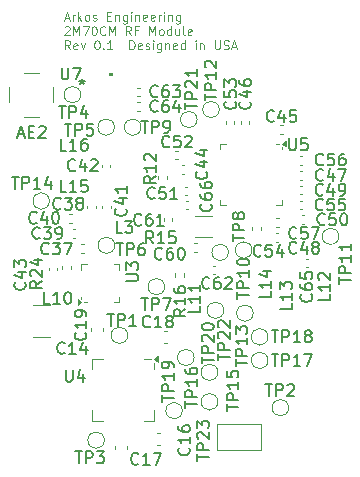
<source format=gbr>
%TF.GenerationSoftware,KiCad,Pcbnew,9.0.0*%
%TF.CreationDate,2025-11-27T12:56:11-07:00*%
%TF.ProjectId,OSS-Radio_2M70CM,4f53532d-5261-4646-996f-5f324d373043,rev?*%
%TF.SameCoordinates,Original*%
%TF.FileFunction,Legend,Top*%
%TF.FilePolarity,Positive*%
%FSLAX46Y46*%
G04 Gerber Fmt 4.6, Leading zero omitted, Abs format (unit mm)*
G04 Created by KiCad (PCBNEW 9.0.0) date 2025-11-27 12:56:11*
%MOMM*%
%LPD*%
G01*
G04 APERTURE LIST*
%ADD10C,0.125000*%
%ADD11C,0.150000*%
%ADD12C,0.120000*%
%ADD13C,0.000000*%
G04 APERTURE END LIST*
D10*
X139725093Y-81272512D02*
X140082236Y-81272512D01*
X139653664Y-81486798D02*
X139903664Y-80736798D01*
X139903664Y-80736798D02*
X140153664Y-81486798D01*
X140403664Y-81486798D02*
X140403664Y-80986798D01*
X140403664Y-81129655D02*
X140439378Y-81058226D01*
X140439378Y-81058226D02*
X140475093Y-81022512D01*
X140475093Y-81022512D02*
X140546521Y-80986798D01*
X140546521Y-80986798D02*
X140617950Y-80986798D01*
X140867950Y-81486798D02*
X140867950Y-80736798D01*
X140939379Y-81201084D02*
X141153664Y-81486798D01*
X141153664Y-80986798D02*
X140867950Y-81272512D01*
X141582236Y-81486798D02*
X141510807Y-81451084D01*
X141510807Y-81451084D02*
X141475093Y-81415369D01*
X141475093Y-81415369D02*
X141439379Y-81343941D01*
X141439379Y-81343941D02*
X141439379Y-81129655D01*
X141439379Y-81129655D02*
X141475093Y-81058226D01*
X141475093Y-81058226D02*
X141510807Y-81022512D01*
X141510807Y-81022512D02*
X141582236Y-80986798D01*
X141582236Y-80986798D02*
X141689379Y-80986798D01*
X141689379Y-80986798D02*
X141760807Y-81022512D01*
X141760807Y-81022512D02*
X141796522Y-81058226D01*
X141796522Y-81058226D02*
X141832236Y-81129655D01*
X141832236Y-81129655D02*
X141832236Y-81343941D01*
X141832236Y-81343941D02*
X141796522Y-81415369D01*
X141796522Y-81415369D02*
X141760807Y-81451084D01*
X141760807Y-81451084D02*
X141689379Y-81486798D01*
X141689379Y-81486798D02*
X141582236Y-81486798D01*
X142117950Y-81451084D02*
X142189378Y-81486798D01*
X142189378Y-81486798D02*
X142332235Y-81486798D01*
X142332235Y-81486798D02*
X142403664Y-81451084D01*
X142403664Y-81451084D02*
X142439378Y-81379655D01*
X142439378Y-81379655D02*
X142439378Y-81343941D01*
X142439378Y-81343941D02*
X142403664Y-81272512D01*
X142403664Y-81272512D02*
X142332235Y-81236798D01*
X142332235Y-81236798D02*
X142225093Y-81236798D01*
X142225093Y-81236798D02*
X142153664Y-81201084D01*
X142153664Y-81201084D02*
X142117950Y-81129655D01*
X142117950Y-81129655D02*
X142117950Y-81093941D01*
X142117950Y-81093941D02*
X142153664Y-81022512D01*
X142153664Y-81022512D02*
X142225093Y-80986798D01*
X142225093Y-80986798D02*
X142332235Y-80986798D01*
X142332235Y-80986798D02*
X142403664Y-81022512D01*
X143332236Y-81093941D02*
X143582236Y-81093941D01*
X143689379Y-81486798D02*
X143332236Y-81486798D01*
X143332236Y-81486798D02*
X143332236Y-80736798D01*
X143332236Y-80736798D02*
X143689379Y-80736798D01*
X144010807Y-80986798D02*
X144010807Y-81486798D01*
X144010807Y-81058226D02*
X144046521Y-81022512D01*
X144046521Y-81022512D02*
X144117950Y-80986798D01*
X144117950Y-80986798D02*
X144225093Y-80986798D01*
X144225093Y-80986798D02*
X144296521Y-81022512D01*
X144296521Y-81022512D02*
X144332236Y-81093941D01*
X144332236Y-81093941D02*
X144332236Y-81486798D01*
X145010807Y-80986798D02*
X145010807Y-81593941D01*
X145010807Y-81593941D02*
X144975092Y-81665369D01*
X144975092Y-81665369D02*
X144939378Y-81701084D01*
X144939378Y-81701084D02*
X144867949Y-81736798D01*
X144867949Y-81736798D02*
X144760807Y-81736798D01*
X144760807Y-81736798D02*
X144689378Y-81701084D01*
X145010807Y-81451084D02*
X144939378Y-81486798D01*
X144939378Y-81486798D02*
X144796521Y-81486798D01*
X144796521Y-81486798D02*
X144725092Y-81451084D01*
X144725092Y-81451084D02*
X144689378Y-81415369D01*
X144689378Y-81415369D02*
X144653664Y-81343941D01*
X144653664Y-81343941D02*
X144653664Y-81129655D01*
X144653664Y-81129655D02*
X144689378Y-81058226D01*
X144689378Y-81058226D02*
X144725092Y-81022512D01*
X144725092Y-81022512D02*
X144796521Y-80986798D01*
X144796521Y-80986798D02*
X144939378Y-80986798D01*
X144939378Y-80986798D02*
X145010807Y-81022512D01*
X145367949Y-81486798D02*
X145367949Y-80986798D01*
X145367949Y-80736798D02*
X145332235Y-80772512D01*
X145332235Y-80772512D02*
X145367949Y-80808226D01*
X145367949Y-80808226D02*
X145403663Y-80772512D01*
X145403663Y-80772512D02*
X145367949Y-80736798D01*
X145367949Y-80736798D02*
X145367949Y-80808226D01*
X145725092Y-80986798D02*
X145725092Y-81486798D01*
X145725092Y-81058226D02*
X145760806Y-81022512D01*
X145760806Y-81022512D02*
X145832235Y-80986798D01*
X145832235Y-80986798D02*
X145939378Y-80986798D01*
X145939378Y-80986798D02*
X146010806Y-81022512D01*
X146010806Y-81022512D02*
X146046521Y-81093941D01*
X146046521Y-81093941D02*
X146046521Y-81486798D01*
X146689377Y-81451084D02*
X146617949Y-81486798D01*
X146617949Y-81486798D02*
X146475092Y-81486798D01*
X146475092Y-81486798D02*
X146403663Y-81451084D01*
X146403663Y-81451084D02*
X146367949Y-81379655D01*
X146367949Y-81379655D02*
X146367949Y-81093941D01*
X146367949Y-81093941D02*
X146403663Y-81022512D01*
X146403663Y-81022512D02*
X146475092Y-80986798D01*
X146475092Y-80986798D02*
X146617949Y-80986798D01*
X146617949Y-80986798D02*
X146689377Y-81022512D01*
X146689377Y-81022512D02*
X146725092Y-81093941D01*
X146725092Y-81093941D02*
X146725092Y-81165369D01*
X146725092Y-81165369D02*
X146367949Y-81236798D01*
X147332234Y-81451084D02*
X147260806Y-81486798D01*
X147260806Y-81486798D02*
X147117949Y-81486798D01*
X147117949Y-81486798D02*
X147046520Y-81451084D01*
X147046520Y-81451084D02*
X147010806Y-81379655D01*
X147010806Y-81379655D02*
X147010806Y-81093941D01*
X147010806Y-81093941D02*
X147046520Y-81022512D01*
X147046520Y-81022512D02*
X147117949Y-80986798D01*
X147117949Y-80986798D02*
X147260806Y-80986798D01*
X147260806Y-80986798D02*
X147332234Y-81022512D01*
X147332234Y-81022512D02*
X147367949Y-81093941D01*
X147367949Y-81093941D02*
X147367949Y-81165369D01*
X147367949Y-81165369D02*
X147010806Y-81236798D01*
X147689377Y-81486798D02*
X147689377Y-80986798D01*
X147689377Y-81129655D02*
X147725091Y-81058226D01*
X147725091Y-81058226D02*
X147760806Y-81022512D01*
X147760806Y-81022512D02*
X147832234Y-80986798D01*
X147832234Y-80986798D02*
X147903663Y-80986798D01*
X148153663Y-81486798D02*
X148153663Y-80986798D01*
X148153663Y-80736798D02*
X148117949Y-80772512D01*
X148117949Y-80772512D02*
X148153663Y-80808226D01*
X148153663Y-80808226D02*
X148189377Y-80772512D01*
X148189377Y-80772512D02*
X148153663Y-80736798D01*
X148153663Y-80736798D02*
X148153663Y-80808226D01*
X148510806Y-80986798D02*
X148510806Y-81486798D01*
X148510806Y-81058226D02*
X148546520Y-81022512D01*
X148546520Y-81022512D02*
X148617949Y-80986798D01*
X148617949Y-80986798D02*
X148725092Y-80986798D01*
X148725092Y-80986798D02*
X148796520Y-81022512D01*
X148796520Y-81022512D02*
X148832235Y-81093941D01*
X148832235Y-81093941D02*
X148832235Y-81486798D01*
X149510806Y-80986798D02*
X149510806Y-81593941D01*
X149510806Y-81593941D02*
X149475091Y-81665369D01*
X149475091Y-81665369D02*
X149439377Y-81701084D01*
X149439377Y-81701084D02*
X149367948Y-81736798D01*
X149367948Y-81736798D02*
X149260806Y-81736798D01*
X149260806Y-81736798D02*
X149189377Y-81701084D01*
X149510806Y-81451084D02*
X149439377Y-81486798D01*
X149439377Y-81486798D02*
X149296520Y-81486798D01*
X149296520Y-81486798D02*
X149225091Y-81451084D01*
X149225091Y-81451084D02*
X149189377Y-81415369D01*
X149189377Y-81415369D02*
X149153663Y-81343941D01*
X149153663Y-81343941D02*
X149153663Y-81129655D01*
X149153663Y-81129655D02*
X149189377Y-81058226D01*
X149189377Y-81058226D02*
X149225091Y-81022512D01*
X149225091Y-81022512D02*
X149296520Y-80986798D01*
X149296520Y-80986798D02*
X149439377Y-80986798D01*
X149439377Y-80986798D02*
X149510806Y-81022512D01*
X139725093Y-82015684D02*
X139760807Y-81979970D01*
X139760807Y-81979970D02*
X139832236Y-81944256D01*
X139832236Y-81944256D02*
X140010807Y-81944256D01*
X140010807Y-81944256D02*
X140082236Y-81979970D01*
X140082236Y-81979970D02*
X140117950Y-82015684D01*
X140117950Y-82015684D02*
X140153664Y-82087113D01*
X140153664Y-82087113D02*
X140153664Y-82158542D01*
X140153664Y-82158542D02*
X140117950Y-82265684D01*
X140117950Y-82265684D02*
X139689378Y-82694256D01*
X139689378Y-82694256D02*
X140153664Y-82694256D01*
X140475093Y-82694256D02*
X140475093Y-81944256D01*
X140475093Y-81944256D02*
X140725093Y-82479970D01*
X140725093Y-82479970D02*
X140975093Y-81944256D01*
X140975093Y-81944256D02*
X140975093Y-82694256D01*
X141260807Y-81944256D02*
X141760807Y-81944256D01*
X141760807Y-81944256D02*
X141439379Y-82694256D01*
X142189379Y-81944256D02*
X142260808Y-81944256D01*
X142260808Y-81944256D02*
X142332236Y-81979970D01*
X142332236Y-81979970D02*
X142367951Y-82015684D01*
X142367951Y-82015684D02*
X142403665Y-82087113D01*
X142403665Y-82087113D02*
X142439379Y-82229970D01*
X142439379Y-82229970D02*
X142439379Y-82408542D01*
X142439379Y-82408542D02*
X142403665Y-82551399D01*
X142403665Y-82551399D02*
X142367951Y-82622827D01*
X142367951Y-82622827D02*
X142332236Y-82658542D01*
X142332236Y-82658542D02*
X142260808Y-82694256D01*
X142260808Y-82694256D02*
X142189379Y-82694256D01*
X142189379Y-82694256D02*
X142117951Y-82658542D01*
X142117951Y-82658542D02*
X142082236Y-82622827D01*
X142082236Y-82622827D02*
X142046522Y-82551399D01*
X142046522Y-82551399D02*
X142010808Y-82408542D01*
X142010808Y-82408542D02*
X142010808Y-82229970D01*
X142010808Y-82229970D02*
X142046522Y-82087113D01*
X142046522Y-82087113D02*
X142082236Y-82015684D01*
X142082236Y-82015684D02*
X142117951Y-81979970D01*
X142117951Y-81979970D02*
X142189379Y-81944256D01*
X143189379Y-82622827D02*
X143153665Y-82658542D01*
X143153665Y-82658542D02*
X143046522Y-82694256D01*
X143046522Y-82694256D02*
X142975094Y-82694256D01*
X142975094Y-82694256D02*
X142867951Y-82658542D01*
X142867951Y-82658542D02*
X142796522Y-82587113D01*
X142796522Y-82587113D02*
X142760808Y-82515684D01*
X142760808Y-82515684D02*
X142725094Y-82372827D01*
X142725094Y-82372827D02*
X142725094Y-82265684D01*
X142725094Y-82265684D02*
X142760808Y-82122827D01*
X142760808Y-82122827D02*
X142796522Y-82051399D01*
X142796522Y-82051399D02*
X142867951Y-81979970D01*
X142867951Y-81979970D02*
X142975094Y-81944256D01*
X142975094Y-81944256D02*
X143046522Y-81944256D01*
X143046522Y-81944256D02*
X143153665Y-81979970D01*
X143153665Y-81979970D02*
X143189379Y-82015684D01*
X143510808Y-82694256D02*
X143510808Y-81944256D01*
X143510808Y-81944256D02*
X143760808Y-82479970D01*
X143760808Y-82479970D02*
X144010808Y-81944256D01*
X144010808Y-81944256D02*
X144010808Y-82694256D01*
X145367951Y-82694256D02*
X145117951Y-82337113D01*
X144939380Y-82694256D02*
X144939380Y-81944256D01*
X144939380Y-81944256D02*
X145225094Y-81944256D01*
X145225094Y-81944256D02*
X145296523Y-81979970D01*
X145296523Y-81979970D02*
X145332237Y-82015684D01*
X145332237Y-82015684D02*
X145367951Y-82087113D01*
X145367951Y-82087113D02*
X145367951Y-82194256D01*
X145367951Y-82194256D02*
X145332237Y-82265684D01*
X145332237Y-82265684D02*
X145296523Y-82301399D01*
X145296523Y-82301399D02*
X145225094Y-82337113D01*
X145225094Y-82337113D02*
X144939380Y-82337113D01*
X145939380Y-82301399D02*
X145689380Y-82301399D01*
X145689380Y-82694256D02*
X145689380Y-81944256D01*
X145689380Y-81944256D02*
X146046523Y-81944256D01*
X146903666Y-82694256D02*
X146903666Y-81944256D01*
X146903666Y-81944256D02*
X147153666Y-82479970D01*
X147153666Y-82479970D02*
X147403666Y-81944256D01*
X147403666Y-81944256D02*
X147403666Y-82694256D01*
X147867952Y-82694256D02*
X147796523Y-82658542D01*
X147796523Y-82658542D02*
X147760809Y-82622827D01*
X147760809Y-82622827D02*
X147725095Y-82551399D01*
X147725095Y-82551399D02*
X147725095Y-82337113D01*
X147725095Y-82337113D02*
X147760809Y-82265684D01*
X147760809Y-82265684D02*
X147796523Y-82229970D01*
X147796523Y-82229970D02*
X147867952Y-82194256D01*
X147867952Y-82194256D02*
X147975095Y-82194256D01*
X147975095Y-82194256D02*
X148046523Y-82229970D01*
X148046523Y-82229970D02*
X148082238Y-82265684D01*
X148082238Y-82265684D02*
X148117952Y-82337113D01*
X148117952Y-82337113D02*
X148117952Y-82551399D01*
X148117952Y-82551399D02*
X148082238Y-82622827D01*
X148082238Y-82622827D02*
X148046523Y-82658542D01*
X148046523Y-82658542D02*
X147975095Y-82694256D01*
X147975095Y-82694256D02*
X147867952Y-82694256D01*
X148760809Y-82694256D02*
X148760809Y-81944256D01*
X148760809Y-82658542D02*
X148689380Y-82694256D01*
X148689380Y-82694256D02*
X148546523Y-82694256D01*
X148546523Y-82694256D02*
X148475094Y-82658542D01*
X148475094Y-82658542D02*
X148439380Y-82622827D01*
X148439380Y-82622827D02*
X148403666Y-82551399D01*
X148403666Y-82551399D02*
X148403666Y-82337113D01*
X148403666Y-82337113D02*
X148439380Y-82265684D01*
X148439380Y-82265684D02*
X148475094Y-82229970D01*
X148475094Y-82229970D02*
X148546523Y-82194256D01*
X148546523Y-82194256D02*
X148689380Y-82194256D01*
X148689380Y-82194256D02*
X148760809Y-82229970D01*
X149439380Y-82194256D02*
X149439380Y-82694256D01*
X149117951Y-82194256D02*
X149117951Y-82587113D01*
X149117951Y-82587113D02*
X149153665Y-82658542D01*
X149153665Y-82658542D02*
X149225094Y-82694256D01*
X149225094Y-82694256D02*
X149332237Y-82694256D01*
X149332237Y-82694256D02*
X149403665Y-82658542D01*
X149403665Y-82658542D02*
X149439380Y-82622827D01*
X149903665Y-82694256D02*
X149832236Y-82658542D01*
X149832236Y-82658542D02*
X149796522Y-82587113D01*
X149796522Y-82587113D02*
X149796522Y-81944256D01*
X150475093Y-82658542D02*
X150403665Y-82694256D01*
X150403665Y-82694256D02*
X150260808Y-82694256D01*
X150260808Y-82694256D02*
X150189379Y-82658542D01*
X150189379Y-82658542D02*
X150153665Y-82587113D01*
X150153665Y-82587113D02*
X150153665Y-82301399D01*
X150153665Y-82301399D02*
X150189379Y-82229970D01*
X150189379Y-82229970D02*
X150260808Y-82194256D01*
X150260808Y-82194256D02*
X150403665Y-82194256D01*
X150403665Y-82194256D02*
X150475093Y-82229970D01*
X150475093Y-82229970D02*
X150510808Y-82301399D01*
X150510808Y-82301399D02*
X150510808Y-82372827D01*
X150510808Y-82372827D02*
X150153665Y-82444256D01*
X140189378Y-83901714D02*
X139939378Y-83544571D01*
X139760807Y-83901714D02*
X139760807Y-83151714D01*
X139760807Y-83151714D02*
X140046521Y-83151714D01*
X140046521Y-83151714D02*
X140117950Y-83187428D01*
X140117950Y-83187428D02*
X140153664Y-83223142D01*
X140153664Y-83223142D02*
X140189378Y-83294571D01*
X140189378Y-83294571D02*
X140189378Y-83401714D01*
X140189378Y-83401714D02*
X140153664Y-83473142D01*
X140153664Y-83473142D02*
X140117950Y-83508857D01*
X140117950Y-83508857D02*
X140046521Y-83544571D01*
X140046521Y-83544571D02*
X139760807Y-83544571D01*
X140796521Y-83866000D02*
X140725093Y-83901714D01*
X140725093Y-83901714D02*
X140582236Y-83901714D01*
X140582236Y-83901714D02*
X140510807Y-83866000D01*
X140510807Y-83866000D02*
X140475093Y-83794571D01*
X140475093Y-83794571D02*
X140475093Y-83508857D01*
X140475093Y-83508857D02*
X140510807Y-83437428D01*
X140510807Y-83437428D02*
X140582236Y-83401714D01*
X140582236Y-83401714D02*
X140725093Y-83401714D01*
X140725093Y-83401714D02*
X140796521Y-83437428D01*
X140796521Y-83437428D02*
X140832236Y-83508857D01*
X140832236Y-83508857D02*
X140832236Y-83580285D01*
X140832236Y-83580285D02*
X140475093Y-83651714D01*
X141082235Y-83401714D02*
X141260807Y-83901714D01*
X141260807Y-83901714D02*
X141439378Y-83401714D01*
X142439379Y-83151714D02*
X142510808Y-83151714D01*
X142510808Y-83151714D02*
X142582236Y-83187428D01*
X142582236Y-83187428D02*
X142617951Y-83223142D01*
X142617951Y-83223142D02*
X142653665Y-83294571D01*
X142653665Y-83294571D02*
X142689379Y-83437428D01*
X142689379Y-83437428D02*
X142689379Y-83616000D01*
X142689379Y-83616000D02*
X142653665Y-83758857D01*
X142653665Y-83758857D02*
X142617951Y-83830285D01*
X142617951Y-83830285D02*
X142582236Y-83866000D01*
X142582236Y-83866000D02*
X142510808Y-83901714D01*
X142510808Y-83901714D02*
X142439379Y-83901714D01*
X142439379Y-83901714D02*
X142367951Y-83866000D01*
X142367951Y-83866000D02*
X142332236Y-83830285D01*
X142332236Y-83830285D02*
X142296522Y-83758857D01*
X142296522Y-83758857D02*
X142260808Y-83616000D01*
X142260808Y-83616000D02*
X142260808Y-83437428D01*
X142260808Y-83437428D02*
X142296522Y-83294571D01*
X142296522Y-83294571D02*
X142332236Y-83223142D01*
X142332236Y-83223142D02*
X142367951Y-83187428D01*
X142367951Y-83187428D02*
X142439379Y-83151714D01*
X143010808Y-83830285D02*
X143046522Y-83866000D01*
X143046522Y-83866000D02*
X143010808Y-83901714D01*
X143010808Y-83901714D02*
X142975094Y-83866000D01*
X142975094Y-83866000D02*
X143010808Y-83830285D01*
X143010808Y-83830285D02*
X143010808Y-83901714D01*
X143760808Y-83901714D02*
X143332237Y-83901714D01*
X143546522Y-83901714D02*
X143546522Y-83151714D01*
X143546522Y-83151714D02*
X143475094Y-83258857D01*
X143475094Y-83258857D02*
X143403665Y-83330285D01*
X143403665Y-83330285D02*
X143332237Y-83366000D01*
X145225095Y-83901714D02*
X145225095Y-83151714D01*
X145225095Y-83151714D02*
X145403666Y-83151714D01*
X145403666Y-83151714D02*
X145510809Y-83187428D01*
X145510809Y-83187428D02*
X145582238Y-83258857D01*
X145582238Y-83258857D02*
X145617952Y-83330285D01*
X145617952Y-83330285D02*
X145653666Y-83473142D01*
X145653666Y-83473142D02*
X145653666Y-83580285D01*
X145653666Y-83580285D02*
X145617952Y-83723142D01*
X145617952Y-83723142D02*
X145582238Y-83794571D01*
X145582238Y-83794571D02*
X145510809Y-83866000D01*
X145510809Y-83866000D02*
X145403666Y-83901714D01*
X145403666Y-83901714D02*
X145225095Y-83901714D01*
X146260809Y-83866000D02*
X146189381Y-83901714D01*
X146189381Y-83901714D02*
X146046524Y-83901714D01*
X146046524Y-83901714D02*
X145975095Y-83866000D01*
X145975095Y-83866000D02*
X145939381Y-83794571D01*
X145939381Y-83794571D02*
X145939381Y-83508857D01*
X145939381Y-83508857D02*
X145975095Y-83437428D01*
X145975095Y-83437428D02*
X146046524Y-83401714D01*
X146046524Y-83401714D02*
X146189381Y-83401714D01*
X146189381Y-83401714D02*
X146260809Y-83437428D01*
X146260809Y-83437428D02*
X146296524Y-83508857D01*
X146296524Y-83508857D02*
X146296524Y-83580285D01*
X146296524Y-83580285D02*
X145939381Y-83651714D01*
X146582238Y-83866000D02*
X146653666Y-83901714D01*
X146653666Y-83901714D02*
X146796523Y-83901714D01*
X146796523Y-83901714D02*
X146867952Y-83866000D01*
X146867952Y-83866000D02*
X146903666Y-83794571D01*
X146903666Y-83794571D02*
X146903666Y-83758857D01*
X146903666Y-83758857D02*
X146867952Y-83687428D01*
X146867952Y-83687428D02*
X146796523Y-83651714D01*
X146796523Y-83651714D02*
X146689381Y-83651714D01*
X146689381Y-83651714D02*
X146617952Y-83616000D01*
X146617952Y-83616000D02*
X146582238Y-83544571D01*
X146582238Y-83544571D02*
X146582238Y-83508857D01*
X146582238Y-83508857D02*
X146617952Y-83437428D01*
X146617952Y-83437428D02*
X146689381Y-83401714D01*
X146689381Y-83401714D02*
X146796523Y-83401714D01*
X146796523Y-83401714D02*
X146867952Y-83437428D01*
X147225095Y-83901714D02*
X147225095Y-83401714D01*
X147225095Y-83151714D02*
X147189381Y-83187428D01*
X147189381Y-83187428D02*
X147225095Y-83223142D01*
X147225095Y-83223142D02*
X147260809Y-83187428D01*
X147260809Y-83187428D02*
X147225095Y-83151714D01*
X147225095Y-83151714D02*
X147225095Y-83223142D01*
X147903667Y-83401714D02*
X147903667Y-84008857D01*
X147903667Y-84008857D02*
X147867952Y-84080285D01*
X147867952Y-84080285D02*
X147832238Y-84116000D01*
X147832238Y-84116000D02*
X147760809Y-84151714D01*
X147760809Y-84151714D02*
X147653667Y-84151714D01*
X147653667Y-84151714D02*
X147582238Y-84116000D01*
X147903667Y-83866000D02*
X147832238Y-83901714D01*
X147832238Y-83901714D02*
X147689381Y-83901714D01*
X147689381Y-83901714D02*
X147617952Y-83866000D01*
X147617952Y-83866000D02*
X147582238Y-83830285D01*
X147582238Y-83830285D02*
X147546524Y-83758857D01*
X147546524Y-83758857D02*
X147546524Y-83544571D01*
X147546524Y-83544571D02*
X147582238Y-83473142D01*
X147582238Y-83473142D02*
X147617952Y-83437428D01*
X147617952Y-83437428D02*
X147689381Y-83401714D01*
X147689381Y-83401714D02*
X147832238Y-83401714D01*
X147832238Y-83401714D02*
X147903667Y-83437428D01*
X148260809Y-83401714D02*
X148260809Y-83901714D01*
X148260809Y-83473142D02*
X148296523Y-83437428D01*
X148296523Y-83437428D02*
X148367952Y-83401714D01*
X148367952Y-83401714D02*
X148475095Y-83401714D01*
X148475095Y-83401714D02*
X148546523Y-83437428D01*
X148546523Y-83437428D02*
X148582238Y-83508857D01*
X148582238Y-83508857D02*
X148582238Y-83901714D01*
X149225094Y-83866000D02*
X149153666Y-83901714D01*
X149153666Y-83901714D02*
X149010809Y-83901714D01*
X149010809Y-83901714D02*
X148939380Y-83866000D01*
X148939380Y-83866000D02*
X148903666Y-83794571D01*
X148903666Y-83794571D02*
X148903666Y-83508857D01*
X148903666Y-83508857D02*
X148939380Y-83437428D01*
X148939380Y-83437428D02*
X149010809Y-83401714D01*
X149010809Y-83401714D02*
X149153666Y-83401714D01*
X149153666Y-83401714D02*
X149225094Y-83437428D01*
X149225094Y-83437428D02*
X149260809Y-83508857D01*
X149260809Y-83508857D02*
X149260809Y-83580285D01*
X149260809Y-83580285D02*
X148903666Y-83651714D01*
X149903666Y-83901714D02*
X149903666Y-83151714D01*
X149903666Y-83866000D02*
X149832237Y-83901714D01*
X149832237Y-83901714D02*
X149689380Y-83901714D01*
X149689380Y-83901714D02*
X149617951Y-83866000D01*
X149617951Y-83866000D02*
X149582237Y-83830285D01*
X149582237Y-83830285D02*
X149546523Y-83758857D01*
X149546523Y-83758857D02*
X149546523Y-83544571D01*
X149546523Y-83544571D02*
X149582237Y-83473142D01*
X149582237Y-83473142D02*
X149617951Y-83437428D01*
X149617951Y-83437428D02*
X149689380Y-83401714D01*
X149689380Y-83401714D02*
X149832237Y-83401714D01*
X149832237Y-83401714D02*
X149903666Y-83437428D01*
X150832237Y-83901714D02*
X150832237Y-83401714D01*
X150832237Y-83151714D02*
X150796523Y-83187428D01*
X150796523Y-83187428D02*
X150832237Y-83223142D01*
X150832237Y-83223142D02*
X150867951Y-83187428D01*
X150867951Y-83187428D02*
X150832237Y-83151714D01*
X150832237Y-83151714D02*
X150832237Y-83223142D01*
X151189380Y-83401714D02*
X151189380Y-83901714D01*
X151189380Y-83473142D02*
X151225094Y-83437428D01*
X151225094Y-83437428D02*
X151296523Y-83401714D01*
X151296523Y-83401714D02*
X151403666Y-83401714D01*
X151403666Y-83401714D02*
X151475094Y-83437428D01*
X151475094Y-83437428D02*
X151510809Y-83508857D01*
X151510809Y-83508857D02*
X151510809Y-83901714D01*
X152439380Y-83151714D02*
X152439380Y-83758857D01*
X152439380Y-83758857D02*
X152475094Y-83830285D01*
X152475094Y-83830285D02*
X152510809Y-83866000D01*
X152510809Y-83866000D02*
X152582237Y-83901714D01*
X152582237Y-83901714D02*
X152725094Y-83901714D01*
X152725094Y-83901714D02*
X152796523Y-83866000D01*
X152796523Y-83866000D02*
X152832237Y-83830285D01*
X152832237Y-83830285D02*
X152867951Y-83758857D01*
X152867951Y-83758857D02*
X152867951Y-83151714D01*
X153189380Y-83866000D02*
X153296523Y-83901714D01*
X153296523Y-83901714D02*
X153475094Y-83901714D01*
X153475094Y-83901714D02*
X153546523Y-83866000D01*
X153546523Y-83866000D02*
X153582237Y-83830285D01*
X153582237Y-83830285D02*
X153617951Y-83758857D01*
X153617951Y-83758857D02*
X153617951Y-83687428D01*
X153617951Y-83687428D02*
X153582237Y-83616000D01*
X153582237Y-83616000D02*
X153546523Y-83580285D01*
X153546523Y-83580285D02*
X153475094Y-83544571D01*
X153475094Y-83544571D02*
X153332237Y-83508857D01*
X153332237Y-83508857D02*
X153260808Y-83473142D01*
X153260808Y-83473142D02*
X153225094Y-83437428D01*
X153225094Y-83437428D02*
X153189380Y-83366000D01*
X153189380Y-83366000D02*
X153189380Y-83294571D01*
X153189380Y-83294571D02*
X153225094Y-83223142D01*
X153225094Y-83223142D02*
X153260808Y-83187428D01*
X153260808Y-83187428D02*
X153332237Y-83151714D01*
X153332237Y-83151714D02*
X153510808Y-83151714D01*
X153510808Y-83151714D02*
X153617951Y-83187428D01*
X153903666Y-83687428D02*
X154260809Y-83687428D01*
X153832237Y-83901714D02*
X154082237Y-83151714D01*
X154082237Y-83151714D02*
X154332237Y-83901714D01*
D11*
X156357142Y-101359580D02*
X156309523Y-101407200D01*
X156309523Y-101407200D02*
X156166666Y-101454819D01*
X156166666Y-101454819D02*
X156071428Y-101454819D01*
X156071428Y-101454819D02*
X155928571Y-101407200D01*
X155928571Y-101407200D02*
X155833333Y-101311961D01*
X155833333Y-101311961D02*
X155785714Y-101216723D01*
X155785714Y-101216723D02*
X155738095Y-101026247D01*
X155738095Y-101026247D02*
X155738095Y-100883390D01*
X155738095Y-100883390D02*
X155785714Y-100692914D01*
X155785714Y-100692914D02*
X155833333Y-100597676D01*
X155833333Y-100597676D02*
X155928571Y-100502438D01*
X155928571Y-100502438D02*
X156071428Y-100454819D01*
X156071428Y-100454819D02*
X156166666Y-100454819D01*
X156166666Y-100454819D02*
X156309523Y-100502438D01*
X156309523Y-100502438D02*
X156357142Y-100550057D01*
X157261904Y-100454819D02*
X156785714Y-100454819D01*
X156785714Y-100454819D02*
X156738095Y-100931009D01*
X156738095Y-100931009D02*
X156785714Y-100883390D01*
X156785714Y-100883390D02*
X156880952Y-100835771D01*
X156880952Y-100835771D02*
X157119047Y-100835771D01*
X157119047Y-100835771D02*
X157214285Y-100883390D01*
X157214285Y-100883390D02*
X157261904Y-100931009D01*
X157261904Y-100931009D02*
X157309523Y-101026247D01*
X157309523Y-101026247D02*
X157309523Y-101264342D01*
X157309523Y-101264342D02*
X157261904Y-101359580D01*
X157261904Y-101359580D02*
X157214285Y-101407200D01*
X157214285Y-101407200D02*
X157119047Y-101454819D01*
X157119047Y-101454819D02*
X156880952Y-101454819D01*
X156880952Y-101454819D02*
X156785714Y-101407200D01*
X156785714Y-101407200D02*
X156738095Y-101359580D01*
X158166666Y-100788152D02*
X158166666Y-101454819D01*
X157928571Y-100407200D02*
X157690476Y-101121485D01*
X157690476Y-101121485D02*
X158309523Y-101121485D01*
X144603333Y-99454819D02*
X144127143Y-99454819D01*
X144127143Y-99454819D02*
X144127143Y-98454819D01*
X144841429Y-98454819D02*
X145460476Y-98454819D01*
X145460476Y-98454819D02*
X145127143Y-98835771D01*
X145127143Y-98835771D02*
X145270000Y-98835771D01*
X145270000Y-98835771D02*
X145365238Y-98883390D01*
X145365238Y-98883390D02*
X145412857Y-98931009D01*
X145412857Y-98931009D02*
X145460476Y-99026247D01*
X145460476Y-99026247D02*
X145460476Y-99264342D01*
X145460476Y-99264342D02*
X145412857Y-99359580D01*
X145412857Y-99359580D02*
X145365238Y-99407200D01*
X145365238Y-99407200D02*
X145270000Y-99454819D01*
X145270000Y-99454819D02*
X144984286Y-99454819D01*
X144984286Y-99454819D02*
X144889048Y-99407200D01*
X144889048Y-99407200D02*
X144841429Y-99359580D01*
X149954819Y-114238094D02*
X149954819Y-113666666D01*
X150954819Y-113952380D02*
X149954819Y-113952380D01*
X150954819Y-113333332D02*
X149954819Y-113333332D01*
X149954819Y-113333332D02*
X149954819Y-112952380D01*
X149954819Y-112952380D02*
X150002438Y-112857142D01*
X150002438Y-112857142D02*
X150050057Y-112809523D01*
X150050057Y-112809523D02*
X150145295Y-112761904D01*
X150145295Y-112761904D02*
X150288152Y-112761904D01*
X150288152Y-112761904D02*
X150383390Y-112809523D01*
X150383390Y-112809523D02*
X150431009Y-112857142D01*
X150431009Y-112857142D02*
X150478628Y-112952380D01*
X150478628Y-112952380D02*
X150478628Y-113333332D01*
X150954819Y-111809523D02*
X150954819Y-112380951D01*
X150954819Y-112095237D02*
X149954819Y-112095237D01*
X149954819Y-112095237D02*
X150097676Y-112190475D01*
X150097676Y-112190475D02*
X150192914Y-112285713D01*
X150192914Y-112285713D02*
X150240533Y-112380951D01*
X149954819Y-110952380D02*
X149954819Y-111142856D01*
X149954819Y-111142856D02*
X150002438Y-111238094D01*
X150002438Y-111238094D02*
X150050057Y-111285713D01*
X150050057Y-111285713D02*
X150192914Y-111380951D01*
X150192914Y-111380951D02*
X150383390Y-111428570D01*
X150383390Y-111428570D02*
X150764342Y-111428570D01*
X150764342Y-111428570D02*
X150859580Y-111380951D01*
X150859580Y-111380951D02*
X150907200Y-111333332D01*
X150907200Y-111333332D02*
X150954819Y-111238094D01*
X150954819Y-111238094D02*
X150954819Y-111047618D01*
X150954819Y-111047618D02*
X150907200Y-110952380D01*
X150907200Y-110952380D02*
X150859580Y-110904761D01*
X150859580Y-110904761D02*
X150764342Y-110857142D01*
X150764342Y-110857142D02*
X150526247Y-110857142D01*
X150526247Y-110857142D02*
X150431009Y-110904761D01*
X150431009Y-110904761D02*
X150383390Y-110952380D01*
X150383390Y-110952380D02*
X150335771Y-111047618D01*
X150335771Y-111047618D02*
X150335771Y-111238094D01*
X150335771Y-111238094D02*
X150383390Y-111333332D01*
X150383390Y-111333332D02*
X150431009Y-111380951D01*
X150431009Y-111380951D02*
X150526247Y-111428570D01*
X161617142Y-94944580D02*
X161569523Y-94992200D01*
X161569523Y-94992200D02*
X161426666Y-95039819D01*
X161426666Y-95039819D02*
X161331428Y-95039819D01*
X161331428Y-95039819D02*
X161188571Y-94992200D01*
X161188571Y-94992200D02*
X161093333Y-94896961D01*
X161093333Y-94896961D02*
X161045714Y-94801723D01*
X161045714Y-94801723D02*
X160998095Y-94611247D01*
X160998095Y-94611247D02*
X160998095Y-94468390D01*
X160998095Y-94468390D02*
X161045714Y-94277914D01*
X161045714Y-94277914D02*
X161093333Y-94182676D01*
X161093333Y-94182676D02*
X161188571Y-94087438D01*
X161188571Y-94087438D02*
X161331428Y-94039819D01*
X161331428Y-94039819D02*
X161426666Y-94039819D01*
X161426666Y-94039819D02*
X161569523Y-94087438D01*
X161569523Y-94087438D02*
X161617142Y-94135057D01*
X162474285Y-94373152D02*
X162474285Y-95039819D01*
X162236190Y-93992200D02*
X161998095Y-94706485D01*
X161998095Y-94706485D02*
X162617142Y-94706485D01*
X162902857Y-94039819D02*
X163569523Y-94039819D01*
X163569523Y-94039819D02*
X163140952Y-95039819D01*
X157457142Y-89959580D02*
X157409523Y-90007200D01*
X157409523Y-90007200D02*
X157266666Y-90054819D01*
X157266666Y-90054819D02*
X157171428Y-90054819D01*
X157171428Y-90054819D02*
X157028571Y-90007200D01*
X157028571Y-90007200D02*
X156933333Y-89911961D01*
X156933333Y-89911961D02*
X156885714Y-89816723D01*
X156885714Y-89816723D02*
X156838095Y-89626247D01*
X156838095Y-89626247D02*
X156838095Y-89483390D01*
X156838095Y-89483390D02*
X156885714Y-89292914D01*
X156885714Y-89292914D02*
X156933333Y-89197676D01*
X156933333Y-89197676D02*
X157028571Y-89102438D01*
X157028571Y-89102438D02*
X157171428Y-89054819D01*
X157171428Y-89054819D02*
X157266666Y-89054819D01*
X157266666Y-89054819D02*
X157409523Y-89102438D01*
X157409523Y-89102438D02*
X157457142Y-89150057D01*
X158314285Y-89388152D02*
X158314285Y-90054819D01*
X158076190Y-89007200D02*
X157838095Y-89721485D01*
X157838095Y-89721485D02*
X158457142Y-89721485D01*
X159314285Y-89054819D02*
X158838095Y-89054819D01*
X158838095Y-89054819D02*
X158790476Y-89531009D01*
X158790476Y-89531009D02*
X158838095Y-89483390D01*
X158838095Y-89483390D02*
X158933333Y-89435771D01*
X158933333Y-89435771D02*
X159171428Y-89435771D01*
X159171428Y-89435771D02*
X159266666Y-89483390D01*
X159266666Y-89483390D02*
X159314285Y-89531009D01*
X159314285Y-89531009D02*
X159361904Y-89626247D01*
X159361904Y-89626247D02*
X159361904Y-89864342D01*
X159361904Y-89864342D02*
X159314285Y-89959580D01*
X159314285Y-89959580D02*
X159266666Y-90007200D01*
X159266666Y-90007200D02*
X159171428Y-90054819D01*
X159171428Y-90054819D02*
X158933333Y-90054819D01*
X158933333Y-90054819D02*
X158838095Y-90007200D01*
X158838095Y-90007200D02*
X158790476Y-89959580D01*
X146238095Y-104954819D02*
X146809523Y-104954819D01*
X146523809Y-105954819D02*
X146523809Y-104954819D01*
X147142857Y-105954819D02*
X147142857Y-104954819D01*
X147142857Y-104954819D02*
X147523809Y-104954819D01*
X147523809Y-104954819D02*
X147619047Y-105002438D01*
X147619047Y-105002438D02*
X147666666Y-105050057D01*
X147666666Y-105050057D02*
X147714285Y-105145295D01*
X147714285Y-105145295D02*
X147714285Y-105288152D01*
X147714285Y-105288152D02*
X147666666Y-105383390D01*
X147666666Y-105383390D02*
X147619047Y-105431009D01*
X147619047Y-105431009D02*
X147523809Y-105478628D01*
X147523809Y-105478628D02*
X147142857Y-105478628D01*
X148047619Y-104954819D02*
X148714285Y-104954819D01*
X148714285Y-104954819D02*
X148285714Y-105954819D01*
X161597142Y-96194580D02*
X161549523Y-96242200D01*
X161549523Y-96242200D02*
X161406666Y-96289819D01*
X161406666Y-96289819D02*
X161311428Y-96289819D01*
X161311428Y-96289819D02*
X161168571Y-96242200D01*
X161168571Y-96242200D02*
X161073333Y-96146961D01*
X161073333Y-96146961D02*
X161025714Y-96051723D01*
X161025714Y-96051723D02*
X160978095Y-95861247D01*
X160978095Y-95861247D02*
X160978095Y-95718390D01*
X160978095Y-95718390D02*
X161025714Y-95527914D01*
X161025714Y-95527914D02*
X161073333Y-95432676D01*
X161073333Y-95432676D02*
X161168571Y-95337438D01*
X161168571Y-95337438D02*
X161311428Y-95289819D01*
X161311428Y-95289819D02*
X161406666Y-95289819D01*
X161406666Y-95289819D02*
X161549523Y-95337438D01*
X161549523Y-95337438D02*
X161597142Y-95385057D01*
X162454285Y-95623152D02*
X162454285Y-96289819D01*
X162216190Y-95242200D02*
X161978095Y-95956485D01*
X161978095Y-95956485D02*
X162597142Y-95956485D01*
X163025714Y-96289819D02*
X163216190Y-96289819D01*
X163216190Y-96289819D02*
X163311428Y-96242200D01*
X163311428Y-96242200D02*
X163359047Y-96194580D01*
X163359047Y-96194580D02*
X163454285Y-96051723D01*
X163454285Y-96051723D02*
X163501904Y-95861247D01*
X163501904Y-95861247D02*
X163501904Y-95480295D01*
X163501904Y-95480295D02*
X163454285Y-95385057D01*
X163454285Y-95385057D02*
X163406666Y-95337438D01*
X163406666Y-95337438D02*
X163311428Y-95289819D01*
X163311428Y-95289819D02*
X163120952Y-95289819D01*
X163120952Y-95289819D02*
X163025714Y-95337438D01*
X163025714Y-95337438D02*
X162978095Y-95385057D01*
X162978095Y-95385057D02*
X162930476Y-95480295D01*
X162930476Y-95480295D02*
X162930476Y-95718390D01*
X162930476Y-95718390D02*
X162978095Y-95813628D01*
X162978095Y-95813628D02*
X163025714Y-95861247D01*
X163025714Y-95861247D02*
X163120952Y-95908866D01*
X163120952Y-95908866D02*
X163311428Y-95908866D01*
X163311428Y-95908866D02*
X163406666Y-95861247D01*
X163406666Y-95861247D02*
X163454285Y-95813628D01*
X163454285Y-95813628D02*
X163501904Y-95718390D01*
X144894580Y-97392857D02*
X144942200Y-97440476D01*
X144942200Y-97440476D02*
X144989819Y-97583333D01*
X144989819Y-97583333D02*
X144989819Y-97678571D01*
X144989819Y-97678571D02*
X144942200Y-97821428D01*
X144942200Y-97821428D02*
X144846961Y-97916666D01*
X144846961Y-97916666D02*
X144751723Y-97964285D01*
X144751723Y-97964285D02*
X144561247Y-98011904D01*
X144561247Y-98011904D02*
X144418390Y-98011904D01*
X144418390Y-98011904D02*
X144227914Y-97964285D01*
X144227914Y-97964285D02*
X144132676Y-97916666D01*
X144132676Y-97916666D02*
X144037438Y-97821428D01*
X144037438Y-97821428D02*
X143989819Y-97678571D01*
X143989819Y-97678571D02*
X143989819Y-97583333D01*
X143989819Y-97583333D02*
X144037438Y-97440476D01*
X144037438Y-97440476D02*
X144085057Y-97392857D01*
X144323152Y-96535714D02*
X144989819Y-96535714D01*
X143942200Y-96773809D02*
X144656485Y-97011904D01*
X144656485Y-97011904D02*
X144656485Y-96392857D01*
X144989819Y-95488095D02*
X144989819Y-96059523D01*
X144989819Y-95773809D02*
X143989819Y-95773809D01*
X143989819Y-95773809D02*
X144132676Y-95869047D01*
X144132676Y-95869047D02*
X144227914Y-95964285D01*
X144227914Y-95964285D02*
X144275533Y-96059523D01*
X147454819Y-94652857D02*
X146978628Y-94986190D01*
X147454819Y-95224285D02*
X146454819Y-95224285D01*
X146454819Y-95224285D02*
X146454819Y-94843333D01*
X146454819Y-94843333D02*
X146502438Y-94748095D01*
X146502438Y-94748095D02*
X146550057Y-94700476D01*
X146550057Y-94700476D02*
X146645295Y-94652857D01*
X146645295Y-94652857D02*
X146788152Y-94652857D01*
X146788152Y-94652857D02*
X146883390Y-94700476D01*
X146883390Y-94700476D02*
X146931009Y-94748095D01*
X146931009Y-94748095D02*
X146978628Y-94843333D01*
X146978628Y-94843333D02*
X146978628Y-95224285D01*
X147454819Y-93700476D02*
X147454819Y-94271904D01*
X147454819Y-93986190D02*
X146454819Y-93986190D01*
X146454819Y-93986190D02*
X146597676Y-94081428D01*
X146597676Y-94081428D02*
X146692914Y-94176666D01*
X146692914Y-94176666D02*
X146740533Y-94271904D01*
X146550057Y-93319523D02*
X146502438Y-93271904D01*
X146502438Y-93271904D02*
X146454819Y-93176666D01*
X146454819Y-93176666D02*
X146454819Y-92938571D01*
X146454819Y-92938571D02*
X146502438Y-92843333D01*
X146502438Y-92843333D02*
X146550057Y-92795714D01*
X146550057Y-92795714D02*
X146645295Y-92748095D01*
X146645295Y-92748095D02*
X146740533Y-92748095D01*
X146740533Y-92748095D02*
X146883390Y-92795714D01*
X146883390Y-92795714D02*
X147454819Y-93367142D01*
X147454819Y-93367142D02*
X147454819Y-92748095D01*
X151734580Y-94267857D02*
X151782200Y-94315476D01*
X151782200Y-94315476D02*
X151829819Y-94458333D01*
X151829819Y-94458333D02*
X151829819Y-94553571D01*
X151829819Y-94553571D02*
X151782200Y-94696428D01*
X151782200Y-94696428D02*
X151686961Y-94791666D01*
X151686961Y-94791666D02*
X151591723Y-94839285D01*
X151591723Y-94839285D02*
X151401247Y-94886904D01*
X151401247Y-94886904D02*
X151258390Y-94886904D01*
X151258390Y-94886904D02*
X151067914Y-94839285D01*
X151067914Y-94839285D02*
X150972676Y-94791666D01*
X150972676Y-94791666D02*
X150877438Y-94696428D01*
X150877438Y-94696428D02*
X150829819Y-94553571D01*
X150829819Y-94553571D02*
X150829819Y-94458333D01*
X150829819Y-94458333D02*
X150877438Y-94315476D01*
X150877438Y-94315476D02*
X150925057Y-94267857D01*
X151163152Y-93410714D02*
X151829819Y-93410714D01*
X150782200Y-93648809D02*
X151496485Y-93886904D01*
X151496485Y-93886904D02*
X151496485Y-93267857D01*
X151163152Y-92458333D02*
X151829819Y-92458333D01*
X150782200Y-92696428D02*
X151496485Y-92934523D01*
X151496485Y-92934523D02*
X151496485Y-92315476D01*
X153954819Y-100136904D02*
X153954819Y-99565476D01*
X154954819Y-99851190D02*
X153954819Y-99851190D01*
X154954819Y-99232142D02*
X153954819Y-99232142D01*
X153954819Y-99232142D02*
X153954819Y-98851190D01*
X153954819Y-98851190D02*
X154002438Y-98755952D01*
X154002438Y-98755952D02*
X154050057Y-98708333D01*
X154050057Y-98708333D02*
X154145295Y-98660714D01*
X154145295Y-98660714D02*
X154288152Y-98660714D01*
X154288152Y-98660714D02*
X154383390Y-98708333D01*
X154383390Y-98708333D02*
X154431009Y-98755952D01*
X154431009Y-98755952D02*
X154478628Y-98851190D01*
X154478628Y-98851190D02*
X154478628Y-99232142D01*
X154383390Y-98089285D02*
X154335771Y-98184523D01*
X154335771Y-98184523D02*
X154288152Y-98232142D01*
X154288152Y-98232142D02*
X154192914Y-98279761D01*
X154192914Y-98279761D02*
X154145295Y-98279761D01*
X154145295Y-98279761D02*
X154050057Y-98232142D01*
X154050057Y-98232142D02*
X154002438Y-98184523D01*
X154002438Y-98184523D02*
X153954819Y-98089285D01*
X153954819Y-98089285D02*
X153954819Y-97898809D01*
X153954819Y-97898809D02*
X154002438Y-97803571D01*
X154002438Y-97803571D02*
X154050057Y-97755952D01*
X154050057Y-97755952D02*
X154145295Y-97708333D01*
X154145295Y-97708333D02*
X154192914Y-97708333D01*
X154192914Y-97708333D02*
X154288152Y-97755952D01*
X154288152Y-97755952D02*
X154335771Y-97803571D01*
X154335771Y-97803571D02*
X154383390Y-97898809D01*
X154383390Y-97898809D02*
X154383390Y-98089285D01*
X154383390Y-98089285D02*
X154431009Y-98184523D01*
X154431009Y-98184523D02*
X154478628Y-98232142D01*
X154478628Y-98232142D02*
X154573866Y-98279761D01*
X154573866Y-98279761D02*
X154764342Y-98279761D01*
X154764342Y-98279761D02*
X154859580Y-98232142D01*
X154859580Y-98232142D02*
X154907200Y-98184523D01*
X154907200Y-98184523D02*
X154954819Y-98089285D01*
X154954819Y-98089285D02*
X154954819Y-97898809D01*
X154954819Y-97898809D02*
X154907200Y-97803571D01*
X154907200Y-97803571D02*
X154859580Y-97755952D01*
X154859580Y-97755952D02*
X154764342Y-97708333D01*
X154764342Y-97708333D02*
X154573866Y-97708333D01*
X154573866Y-97708333D02*
X154478628Y-97755952D01*
X154478628Y-97755952D02*
X154431009Y-97803571D01*
X154431009Y-97803571D02*
X154383390Y-97898809D01*
X139877142Y-95974819D02*
X139400952Y-95974819D01*
X139400952Y-95974819D02*
X139400952Y-94974819D01*
X140734285Y-95974819D02*
X140162857Y-95974819D01*
X140448571Y-95974819D02*
X140448571Y-94974819D01*
X140448571Y-94974819D02*
X140353333Y-95117676D01*
X140353333Y-95117676D02*
X140258095Y-95212914D01*
X140258095Y-95212914D02*
X140162857Y-95260533D01*
X141639047Y-94974819D02*
X141162857Y-94974819D01*
X141162857Y-94974819D02*
X141115238Y-95451009D01*
X141115238Y-95451009D02*
X141162857Y-95403390D01*
X141162857Y-95403390D02*
X141258095Y-95355771D01*
X141258095Y-95355771D02*
X141496190Y-95355771D01*
X141496190Y-95355771D02*
X141591428Y-95403390D01*
X141591428Y-95403390D02*
X141639047Y-95451009D01*
X141639047Y-95451009D02*
X141686666Y-95546247D01*
X141686666Y-95546247D02*
X141686666Y-95784342D01*
X141686666Y-95784342D02*
X141639047Y-95879580D01*
X141639047Y-95879580D02*
X141591428Y-95927200D01*
X141591428Y-95927200D02*
X141496190Y-95974819D01*
X141496190Y-95974819D02*
X141258095Y-95974819D01*
X141258095Y-95974819D02*
X141162857Y-95927200D01*
X141162857Y-95927200D02*
X141115238Y-95879580D01*
X149954819Y-105892857D02*
X149478628Y-106226190D01*
X149954819Y-106464285D02*
X148954819Y-106464285D01*
X148954819Y-106464285D02*
X148954819Y-106083333D01*
X148954819Y-106083333D02*
X149002438Y-105988095D01*
X149002438Y-105988095D02*
X149050057Y-105940476D01*
X149050057Y-105940476D02*
X149145295Y-105892857D01*
X149145295Y-105892857D02*
X149288152Y-105892857D01*
X149288152Y-105892857D02*
X149383390Y-105940476D01*
X149383390Y-105940476D02*
X149431009Y-105988095D01*
X149431009Y-105988095D02*
X149478628Y-106083333D01*
X149478628Y-106083333D02*
X149478628Y-106464285D01*
X149954819Y-104940476D02*
X149954819Y-105511904D01*
X149954819Y-105226190D02*
X148954819Y-105226190D01*
X148954819Y-105226190D02*
X149097676Y-105321428D01*
X149097676Y-105321428D02*
X149192914Y-105416666D01*
X149192914Y-105416666D02*
X149240533Y-105511904D01*
X148954819Y-104083333D02*
X148954819Y-104273809D01*
X148954819Y-104273809D02*
X149002438Y-104369047D01*
X149002438Y-104369047D02*
X149050057Y-104416666D01*
X149050057Y-104416666D02*
X149192914Y-104511904D01*
X149192914Y-104511904D02*
X149383390Y-104559523D01*
X149383390Y-104559523D02*
X149764342Y-104559523D01*
X149764342Y-104559523D02*
X149859580Y-104511904D01*
X149859580Y-104511904D02*
X149907200Y-104464285D01*
X149907200Y-104464285D02*
X149954819Y-104369047D01*
X149954819Y-104369047D02*
X149954819Y-104178571D01*
X149954819Y-104178571D02*
X149907200Y-104083333D01*
X149907200Y-104083333D02*
X149859580Y-104035714D01*
X149859580Y-104035714D02*
X149764342Y-103988095D01*
X149764342Y-103988095D02*
X149526247Y-103988095D01*
X149526247Y-103988095D02*
X149431009Y-104035714D01*
X149431009Y-104035714D02*
X149383390Y-104083333D01*
X149383390Y-104083333D02*
X149335771Y-104178571D01*
X149335771Y-104178571D02*
X149335771Y-104369047D01*
X149335771Y-104369047D02*
X149383390Y-104464285D01*
X149383390Y-104464285D02*
X149431009Y-104511904D01*
X149431009Y-104511904D02*
X149526247Y-104559523D01*
X154354819Y-105013094D02*
X154354819Y-104441666D01*
X155354819Y-104727380D02*
X154354819Y-104727380D01*
X155354819Y-104108332D02*
X154354819Y-104108332D01*
X154354819Y-104108332D02*
X154354819Y-103727380D01*
X154354819Y-103727380D02*
X154402438Y-103632142D01*
X154402438Y-103632142D02*
X154450057Y-103584523D01*
X154450057Y-103584523D02*
X154545295Y-103536904D01*
X154545295Y-103536904D02*
X154688152Y-103536904D01*
X154688152Y-103536904D02*
X154783390Y-103584523D01*
X154783390Y-103584523D02*
X154831009Y-103632142D01*
X154831009Y-103632142D02*
X154878628Y-103727380D01*
X154878628Y-103727380D02*
X154878628Y-104108332D01*
X155354819Y-102584523D02*
X155354819Y-103155951D01*
X155354819Y-102870237D02*
X154354819Y-102870237D01*
X154354819Y-102870237D02*
X154497676Y-102965475D01*
X154497676Y-102965475D02*
X154592914Y-103060713D01*
X154592914Y-103060713D02*
X154640533Y-103155951D01*
X154354819Y-101965475D02*
X154354819Y-101870237D01*
X154354819Y-101870237D02*
X154402438Y-101774999D01*
X154402438Y-101774999D02*
X154450057Y-101727380D01*
X154450057Y-101727380D02*
X154545295Y-101679761D01*
X154545295Y-101679761D02*
X154735771Y-101632142D01*
X154735771Y-101632142D02*
X154973866Y-101632142D01*
X154973866Y-101632142D02*
X155164342Y-101679761D01*
X155164342Y-101679761D02*
X155259580Y-101727380D01*
X155259580Y-101727380D02*
X155307200Y-101774999D01*
X155307200Y-101774999D02*
X155354819Y-101870237D01*
X155354819Y-101870237D02*
X155354819Y-101965475D01*
X155354819Y-101965475D02*
X155307200Y-102060713D01*
X155307200Y-102060713D02*
X155259580Y-102108332D01*
X155259580Y-102108332D02*
X155164342Y-102155951D01*
X155164342Y-102155951D02*
X154973866Y-102203570D01*
X154973866Y-102203570D02*
X154735771Y-102203570D01*
X154735771Y-102203570D02*
X154545295Y-102155951D01*
X154545295Y-102155951D02*
X154450057Y-102108332D01*
X154450057Y-102108332D02*
X154402438Y-102060713D01*
X154402438Y-102060713D02*
X154354819Y-101965475D01*
X146238095Y-89954819D02*
X146809523Y-89954819D01*
X146523809Y-90954819D02*
X146523809Y-89954819D01*
X147142857Y-90954819D02*
X147142857Y-89954819D01*
X147142857Y-89954819D02*
X147523809Y-89954819D01*
X147523809Y-89954819D02*
X147619047Y-90002438D01*
X147619047Y-90002438D02*
X147666666Y-90050057D01*
X147666666Y-90050057D02*
X147714285Y-90145295D01*
X147714285Y-90145295D02*
X147714285Y-90288152D01*
X147714285Y-90288152D02*
X147666666Y-90383390D01*
X147666666Y-90383390D02*
X147619047Y-90431009D01*
X147619047Y-90431009D02*
X147523809Y-90478628D01*
X147523809Y-90478628D02*
X147142857Y-90478628D01*
X148190476Y-90954819D02*
X148380952Y-90954819D01*
X148380952Y-90954819D02*
X148476190Y-90907200D01*
X148476190Y-90907200D02*
X148523809Y-90859580D01*
X148523809Y-90859580D02*
X148619047Y-90716723D01*
X148619047Y-90716723D02*
X148666666Y-90526247D01*
X148666666Y-90526247D02*
X148666666Y-90145295D01*
X148666666Y-90145295D02*
X148619047Y-90050057D01*
X148619047Y-90050057D02*
X148571428Y-90002438D01*
X148571428Y-90002438D02*
X148476190Y-89954819D01*
X148476190Y-89954819D02*
X148285714Y-89954819D01*
X148285714Y-89954819D02*
X148190476Y-90002438D01*
X148190476Y-90002438D02*
X148142857Y-90050057D01*
X148142857Y-90050057D02*
X148095238Y-90145295D01*
X148095238Y-90145295D02*
X148095238Y-90383390D01*
X148095238Y-90383390D02*
X148142857Y-90478628D01*
X148142857Y-90478628D02*
X148190476Y-90526247D01*
X148190476Y-90526247D02*
X148285714Y-90573866D01*
X148285714Y-90573866D02*
X148476190Y-90573866D01*
X148476190Y-90573866D02*
X148571428Y-90526247D01*
X148571428Y-90526247D02*
X148619047Y-90478628D01*
X148619047Y-90478628D02*
X148666666Y-90383390D01*
X137627142Y-99859580D02*
X137579523Y-99907200D01*
X137579523Y-99907200D02*
X137436666Y-99954819D01*
X137436666Y-99954819D02*
X137341428Y-99954819D01*
X137341428Y-99954819D02*
X137198571Y-99907200D01*
X137198571Y-99907200D02*
X137103333Y-99811961D01*
X137103333Y-99811961D02*
X137055714Y-99716723D01*
X137055714Y-99716723D02*
X137008095Y-99526247D01*
X137008095Y-99526247D02*
X137008095Y-99383390D01*
X137008095Y-99383390D02*
X137055714Y-99192914D01*
X137055714Y-99192914D02*
X137103333Y-99097676D01*
X137103333Y-99097676D02*
X137198571Y-99002438D01*
X137198571Y-99002438D02*
X137341428Y-98954819D01*
X137341428Y-98954819D02*
X137436666Y-98954819D01*
X137436666Y-98954819D02*
X137579523Y-99002438D01*
X137579523Y-99002438D02*
X137627142Y-99050057D01*
X137960476Y-98954819D02*
X138579523Y-98954819D01*
X138579523Y-98954819D02*
X138246190Y-99335771D01*
X138246190Y-99335771D02*
X138389047Y-99335771D01*
X138389047Y-99335771D02*
X138484285Y-99383390D01*
X138484285Y-99383390D02*
X138531904Y-99431009D01*
X138531904Y-99431009D02*
X138579523Y-99526247D01*
X138579523Y-99526247D02*
X138579523Y-99764342D01*
X138579523Y-99764342D02*
X138531904Y-99859580D01*
X138531904Y-99859580D02*
X138484285Y-99907200D01*
X138484285Y-99907200D02*
X138389047Y-99954819D01*
X138389047Y-99954819D02*
X138103333Y-99954819D01*
X138103333Y-99954819D02*
X138008095Y-99907200D01*
X138008095Y-99907200D02*
X137960476Y-99859580D01*
X139055714Y-99954819D02*
X139246190Y-99954819D01*
X139246190Y-99954819D02*
X139341428Y-99907200D01*
X139341428Y-99907200D02*
X139389047Y-99859580D01*
X139389047Y-99859580D02*
X139484285Y-99716723D01*
X139484285Y-99716723D02*
X139531904Y-99526247D01*
X139531904Y-99526247D02*
X139531904Y-99145295D01*
X139531904Y-99145295D02*
X139484285Y-99050057D01*
X139484285Y-99050057D02*
X139436666Y-99002438D01*
X139436666Y-99002438D02*
X139341428Y-98954819D01*
X139341428Y-98954819D02*
X139150952Y-98954819D01*
X139150952Y-98954819D02*
X139055714Y-99002438D01*
X139055714Y-99002438D02*
X139008095Y-99050057D01*
X139008095Y-99050057D02*
X138960476Y-99145295D01*
X138960476Y-99145295D02*
X138960476Y-99383390D01*
X138960476Y-99383390D02*
X139008095Y-99478628D01*
X139008095Y-99478628D02*
X139055714Y-99526247D01*
X139055714Y-99526247D02*
X139150952Y-99573866D01*
X139150952Y-99573866D02*
X139341428Y-99573866D01*
X139341428Y-99573866D02*
X139436666Y-99526247D01*
X139436666Y-99526247D02*
X139484285Y-99478628D01*
X139484285Y-99478628D02*
X139531904Y-99383390D01*
X138377142Y-101169580D02*
X138329523Y-101217200D01*
X138329523Y-101217200D02*
X138186666Y-101264819D01*
X138186666Y-101264819D02*
X138091428Y-101264819D01*
X138091428Y-101264819D02*
X137948571Y-101217200D01*
X137948571Y-101217200D02*
X137853333Y-101121961D01*
X137853333Y-101121961D02*
X137805714Y-101026723D01*
X137805714Y-101026723D02*
X137758095Y-100836247D01*
X137758095Y-100836247D02*
X137758095Y-100693390D01*
X137758095Y-100693390D02*
X137805714Y-100502914D01*
X137805714Y-100502914D02*
X137853333Y-100407676D01*
X137853333Y-100407676D02*
X137948571Y-100312438D01*
X137948571Y-100312438D02*
X138091428Y-100264819D01*
X138091428Y-100264819D02*
X138186666Y-100264819D01*
X138186666Y-100264819D02*
X138329523Y-100312438D01*
X138329523Y-100312438D02*
X138377142Y-100360057D01*
X138710476Y-100264819D02*
X139329523Y-100264819D01*
X139329523Y-100264819D02*
X138996190Y-100645771D01*
X138996190Y-100645771D02*
X139139047Y-100645771D01*
X139139047Y-100645771D02*
X139234285Y-100693390D01*
X139234285Y-100693390D02*
X139281904Y-100741009D01*
X139281904Y-100741009D02*
X139329523Y-100836247D01*
X139329523Y-100836247D02*
X139329523Y-101074342D01*
X139329523Y-101074342D02*
X139281904Y-101169580D01*
X139281904Y-101169580D02*
X139234285Y-101217200D01*
X139234285Y-101217200D02*
X139139047Y-101264819D01*
X139139047Y-101264819D02*
X138853333Y-101264819D01*
X138853333Y-101264819D02*
X138758095Y-101217200D01*
X138758095Y-101217200D02*
X138710476Y-101169580D01*
X139662857Y-100264819D02*
X140329523Y-100264819D01*
X140329523Y-100264819D02*
X139900952Y-101264819D01*
X162204819Y-104642857D02*
X162204819Y-105119047D01*
X162204819Y-105119047D02*
X161204819Y-105119047D01*
X162204819Y-103785714D02*
X162204819Y-104357142D01*
X162204819Y-104071428D02*
X161204819Y-104071428D01*
X161204819Y-104071428D02*
X161347676Y-104166666D01*
X161347676Y-104166666D02*
X161442914Y-104261904D01*
X161442914Y-104261904D02*
X161490533Y-104357142D01*
X161300057Y-103404761D02*
X161252438Y-103357142D01*
X161252438Y-103357142D02*
X161204819Y-103261904D01*
X161204819Y-103261904D02*
X161204819Y-103023809D01*
X161204819Y-103023809D02*
X161252438Y-102928571D01*
X161252438Y-102928571D02*
X161300057Y-102880952D01*
X161300057Y-102880952D02*
X161395295Y-102833333D01*
X161395295Y-102833333D02*
X161490533Y-102833333D01*
X161490533Y-102833333D02*
X161633390Y-102880952D01*
X161633390Y-102880952D02*
X162204819Y-103452380D01*
X162204819Y-103452380D02*
X162204819Y-102833333D01*
X152109580Y-97017857D02*
X152157200Y-97065476D01*
X152157200Y-97065476D02*
X152204819Y-97208333D01*
X152204819Y-97208333D02*
X152204819Y-97303571D01*
X152204819Y-97303571D02*
X152157200Y-97446428D01*
X152157200Y-97446428D02*
X152061961Y-97541666D01*
X152061961Y-97541666D02*
X151966723Y-97589285D01*
X151966723Y-97589285D02*
X151776247Y-97636904D01*
X151776247Y-97636904D02*
X151633390Y-97636904D01*
X151633390Y-97636904D02*
X151442914Y-97589285D01*
X151442914Y-97589285D02*
X151347676Y-97541666D01*
X151347676Y-97541666D02*
X151252438Y-97446428D01*
X151252438Y-97446428D02*
X151204819Y-97303571D01*
X151204819Y-97303571D02*
X151204819Y-97208333D01*
X151204819Y-97208333D02*
X151252438Y-97065476D01*
X151252438Y-97065476D02*
X151300057Y-97017857D01*
X151204819Y-96160714D02*
X151204819Y-96351190D01*
X151204819Y-96351190D02*
X151252438Y-96446428D01*
X151252438Y-96446428D02*
X151300057Y-96494047D01*
X151300057Y-96494047D02*
X151442914Y-96589285D01*
X151442914Y-96589285D02*
X151633390Y-96636904D01*
X151633390Y-96636904D02*
X152014342Y-96636904D01*
X152014342Y-96636904D02*
X152109580Y-96589285D01*
X152109580Y-96589285D02*
X152157200Y-96541666D01*
X152157200Y-96541666D02*
X152204819Y-96446428D01*
X152204819Y-96446428D02*
X152204819Y-96255952D01*
X152204819Y-96255952D02*
X152157200Y-96160714D01*
X152157200Y-96160714D02*
X152109580Y-96113095D01*
X152109580Y-96113095D02*
X152014342Y-96065476D01*
X152014342Y-96065476D02*
X151776247Y-96065476D01*
X151776247Y-96065476D02*
X151681009Y-96113095D01*
X151681009Y-96113095D02*
X151633390Y-96160714D01*
X151633390Y-96160714D02*
X151585771Y-96255952D01*
X151585771Y-96255952D02*
X151585771Y-96446428D01*
X151585771Y-96446428D02*
X151633390Y-96541666D01*
X151633390Y-96541666D02*
X151681009Y-96589285D01*
X151681009Y-96589285D02*
X151776247Y-96636904D01*
X151204819Y-95208333D02*
X151204819Y-95398809D01*
X151204819Y-95398809D02*
X151252438Y-95494047D01*
X151252438Y-95494047D02*
X151300057Y-95541666D01*
X151300057Y-95541666D02*
X151442914Y-95636904D01*
X151442914Y-95636904D02*
X151633390Y-95684523D01*
X151633390Y-95684523D02*
X152014342Y-95684523D01*
X152014342Y-95684523D02*
X152109580Y-95636904D01*
X152109580Y-95636904D02*
X152157200Y-95589285D01*
X152157200Y-95589285D02*
X152204819Y-95494047D01*
X152204819Y-95494047D02*
X152204819Y-95303571D01*
X152204819Y-95303571D02*
X152157200Y-95208333D01*
X152157200Y-95208333D02*
X152109580Y-95160714D01*
X152109580Y-95160714D02*
X152014342Y-95113095D01*
X152014342Y-95113095D02*
X151776247Y-95113095D01*
X151776247Y-95113095D02*
X151681009Y-95160714D01*
X151681009Y-95160714D02*
X151633390Y-95208333D01*
X151633390Y-95208333D02*
X151585771Y-95303571D01*
X151585771Y-95303571D02*
X151585771Y-95494047D01*
X151585771Y-95494047D02*
X151633390Y-95589285D01*
X151633390Y-95589285D02*
X151681009Y-95636904D01*
X151681009Y-95636904D02*
X151776247Y-95684523D01*
X147982142Y-101609580D02*
X147934523Y-101657200D01*
X147934523Y-101657200D02*
X147791666Y-101704819D01*
X147791666Y-101704819D02*
X147696428Y-101704819D01*
X147696428Y-101704819D02*
X147553571Y-101657200D01*
X147553571Y-101657200D02*
X147458333Y-101561961D01*
X147458333Y-101561961D02*
X147410714Y-101466723D01*
X147410714Y-101466723D02*
X147363095Y-101276247D01*
X147363095Y-101276247D02*
X147363095Y-101133390D01*
X147363095Y-101133390D02*
X147410714Y-100942914D01*
X147410714Y-100942914D02*
X147458333Y-100847676D01*
X147458333Y-100847676D02*
X147553571Y-100752438D01*
X147553571Y-100752438D02*
X147696428Y-100704819D01*
X147696428Y-100704819D02*
X147791666Y-100704819D01*
X147791666Y-100704819D02*
X147934523Y-100752438D01*
X147934523Y-100752438D02*
X147982142Y-100800057D01*
X148839285Y-100704819D02*
X148648809Y-100704819D01*
X148648809Y-100704819D02*
X148553571Y-100752438D01*
X148553571Y-100752438D02*
X148505952Y-100800057D01*
X148505952Y-100800057D02*
X148410714Y-100942914D01*
X148410714Y-100942914D02*
X148363095Y-101133390D01*
X148363095Y-101133390D02*
X148363095Y-101514342D01*
X148363095Y-101514342D02*
X148410714Y-101609580D01*
X148410714Y-101609580D02*
X148458333Y-101657200D01*
X148458333Y-101657200D02*
X148553571Y-101704819D01*
X148553571Y-101704819D02*
X148744047Y-101704819D01*
X148744047Y-101704819D02*
X148839285Y-101657200D01*
X148839285Y-101657200D02*
X148886904Y-101609580D01*
X148886904Y-101609580D02*
X148934523Y-101514342D01*
X148934523Y-101514342D02*
X148934523Y-101276247D01*
X148934523Y-101276247D02*
X148886904Y-101181009D01*
X148886904Y-101181009D02*
X148839285Y-101133390D01*
X148839285Y-101133390D02*
X148744047Y-101085771D01*
X148744047Y-101085771D02*
X148553571Y-101085771D01*
X148553571Y-101085771D02*
X148458333Y-101133390D01*
X148458333Y-101133390D02*
X148410714Y-101181009D01*
X148410714Y-101181009D02*
X148363095Y-101276247D01*
X149553571Y-100704819D02*
X149648809Y-100704819D01*
X149648809Y-100704819D02*
X149744047Y-100752438D01*
X149744047Y-100752438D02*
X149791666Y-100800057D01*
X149791666Y-100800057D02*
X149839285Y-100895295D01*
X149839285Y-100895295D02*
X149886904Y-101085771D01*
X149886904Y-101085771D02*
X149886904Y-101323866D01*
X149886904Y-101323866D02*
X149839285Y-101514342D01*
X149839285Y-101514342D02*
X149791666Y-101609580D01*
X149791666Y-101609580D02*
X149744047Y-101657200D01*
X149744047Y-101657200D02*
X149648809Y-101704819D01*
X149648809Y-101704819D02*
X149553571Y-101704819D01*
X149553571Y-101704819D02*
X149458333Y-101657200D01*
X149458333Y-101657200D02*
X149410714Y-101609580D01*
X149410714Y-101609580D02*
X149363095Y-101514342D01*
X149363095Y-101514342D02*
X149315476Y-101323866D01*
X149315476Y-101323866D02*
X149315476Y-101085771D01*
X149315476Y-101085771D02*
X149363095Y-100895295D01*
X149363095Y-100895295D02*
X149410714Y-100800057D01*
X149410714Y-100800057D02*
X149458333Y-100752438D01*
X149458333Y-100752438D02*
X149553571Y-100704819D01*
X157261905Y-109704819D02*
X157833333Y-109704819D01*
X157547619Y-110704819D02*
X157547619Y-109704819D01*
X158166667Y-110704819D02*
X158166667Y-109704819D01*
X158166667Y-109704819D02*
X158547619Y-109704819D01*
X158547619Y-109704819D02*
X158642857Y-109752438D01*
X158642857Y-109752438D02*
X158690476Y-109800057D01*
X158690476Y-109800057D02*
X158738095Y-109895295D01*
X158738095Y-109895295D02*
X158738095Y-110038152D01*
X158738095Y-110038152D02*
X158690476Y-110133390D01*
X158690476Y-110133390D02*
X158642857Y-110181009D01*
X158642857Y-110181009D02*
X158547619Y-110228628D01*
X158547619Y-110228628D02*
X158166667Y-110228628D01*
X159690476Y-110704819D02*
X159119048Y-110704819D01*
X159404762Y-110704819D02*
X159404762Y-109704819D01*
X159404762Y-109704819D02*
X159309524Y-109847676D01*
X159309524Y-109847676D02*
X159214286Y-109942914D01*
X159214286Y-109942914D02*
X159119048Y-109990533D01*
X160023810Y-109704819D02*
X160690476Y-109704819D01*
X160690476Y-109704819D02*
X160261905Y-110704819D01*
X145982142Y-118984580D02*
X145934523Y-119032200D01*
X145934523Y-119032200D02*
X145791666Y-119079819D01*
X145791666Y-119079819D02*
X145696428Y-119079819D01*
X145696428Y-119079819D02*
X145553571Y-119032200D01*
X145553571Y-119032200D02*
X145458333Y-118936961D01*
X145458333Y-118936961D02*
X145410714Y-118841723D01*
X145410714Y-118841723D02*
X145363095Y-118651247D01*
X145363095Y-118651247D02*
X145363095Y-118508390D01*
X145363095Y-118508390D02*
X145410714Y-118317914D01*
X145410714Y-118317914D02*
X145458333Y-118222676D01*
X145458333Y-118222676D02*
X145553571Y-118127438D01*
X145553571Y-118127438D02*
X145696428Y-118079819D01*
X145696428Y-118079819D02*
X145791666Y-118079819D01*
X145791666Y-118079819D02*
X145934523Y-118127438D01*
X145934523Y-118127438D02*
X145982142Y-118175057D01*
X146934523Y-119079819D02*
X146363095Y-119079819D01*
X146648809Y-119079819D02*
X146648809Y-118079819D01*
X146648809Y-118079819D02*
X146553571Y-118222676D01*
X146553571Y-118222676D02*
X146458333Y-118317914D01*
X146458333Y-118317914D02*
X146363095Y-118365533D01*
X147267857Y-118079819D02*
X147934523Y-118079819D01*
X147934523Y-118079819D02*
X147505952Y-119079819D01*
X156738095Y-112256819D02*
X157309523Y-112256819D01*
X157023809Y-113256819D02*
X157023809Y-112256819D01*
X157642857Y-113256819D02*
X157642857Y-112256819D01*
X157642857Y-112256819D02*
X158023809Y-112256819D01*
X158023809Y-112256819D02*
X158119047Y-112304438D01*
X158119047Y-112304438D02*
X158166666Y-112352057D01*
X158166666Y-112352057D02*
X158214285Y-112447295D01*
X158214285Y-112447295D02*
X158214285Y-112590152D01*
X158214285Y-112590152D02*
X158166666Y-112685390D01*
X158166666Y-112685390D02*
X158119047Y-112733009D01*
X158119047Y-112733009D02*
X158023809Y-112780628D01*
X158023809Y-112780628D02*
X157642857Y-112780628D01*
X158595238Y-112352057D02*
X158642857Y-112304438D01*
X158642857Y-112304438D02*
X158738095Y-112256819D01*
X158738095Y-112256819D02*
X158976190Y-112256819D01*
X158976190Y-112256819D02*
X159071428Y-112304438D01*
X159071428Y-112304438D02*
X159119047Y-112352057D01*
X159119047Y-112352057D02*
X159166666Y-112447295D01*
X159166666Y-112447295D02*
X159166666Y-112542533D01*
X159166666Y-112542533D02*
X159119047Y-112685390D01*
X159119047Y-112685390D02*
X158547619Y-113256819D01*
X158547619Y-113256819D02*
X159166666Y-113256819D01*
X136359580Y-103642857D02*
X136407200Y-103690476D01*
X136407200Y-103690476D02*
X136454819Y-103833333D01*
X136454819Y-103833333D02*
X136454819Y-103928571D01*
X136454819Y-103928571D02*
X136407200Y-104071428D01*
X136407200Y-104071428D02*
X136311961Y-104166666D01*
X136311961Y-104166666D02*
X136216723Y-104214285D01*
X136216723Y-104214285D02*
X136026247Y-104261904D01*
X136026247Y-104261904D02*
X135883390Y-104261904D01*
X135883390Y-104261904D02*
X135692914Y-104214285D01*
X135692914Y-104214285D02*
X135597676Y-104166666D01*
X135597676Y-104166666D02*
X135502438Y-104071428D01*
X135502438Y-104071428D02*
X135454819Y-103928571D01*
X135454819Y-103928571D02*
X135454819Y-103833333D01*
X135454819Y-103833333D02*
X135502438Y-103690476D01*
X135502438Y-103690476D02*
X135550057Y-103642857D01*
X135788152Y-102785714D02*
X136454819Y-102785714D01*
X135407200Y-103023809D02*
X136121485Y-103261904D01*
X136121485Y-103261904D02*
X136121485Y-102642857D01*
X135454819Y-102357142D02*
X135454819Y-101738095D01*
X135454819Y-101738095D02*
X135835771Y-102071428D01*
X135835771Y-102071428D02*
X135835771Y-101928571D01*
X135835771Y-101928571D02*
X135883390Y-101833333D01*
X135883390Y-101833333D02*
X135931009Y-101785714D01*
X135931009Y-101785714D02*
X136026247Y-101738095D01*
X136026247Y-101738095D02*
X136264342Y-101738095D01*
X136264342Y-101738095D02*
X136359580Y-101785714D01*
X136359580Y-101785714D02*
X136407200Y-101833333D01*
X136407200Y-101833333D02*
X136454819Y-101928571D01*
X136454819Y-101928571D02*
X136454819Y-102214285D01*
X136454819Y-102214285D02*
X136407200Y-102309523D01*
X136407200Y-102309523D02*
X136359580Y-102357142D01*
X155422080Y-88342857D02*
X155469700Y-88390476D01*
X155469700Y-88390476D02*
X155517319Y-88533333D01*
X155517319Y-88533333D02*
X155517319Y-88628571D01*
X155517319Y-88628571D02*
X155469700Y-88771428D01*
X155469700Y-88771428D02*
X155374461Y-88866666D01*
X155374461Y-88866666D02*
X155279223Y-88914285D01*
X155279223Y-88914285D02*
X155088747Y-88961904D01*
X155088747Y-88961904D02*
X154945890Y-88961904D01*
X154945890Y-88961904D02*
X154755414Y-88914285D01*
X154755414Y-88914285D02*
X154660176Y-88866666D01*
X154660176Y-88866666D02*
X154564938Y-88771428D01*
X154564938Y-88771428D02*
X154517319Y-88628571D01*
X154517319Y-88628571D02*
X154517319Y-88533333D01*
X154517319Y-88533333D02*
X154564938Y-88390476D01*
X154564938Y-88390476D02*
X154612557Y-88342857D01*
X154850652Y-87485714D02*
X155517319Y-87485714D01*
X154469700Y-87723809D02*
X155183985Y-87961904D01*
X155183985Y-87961904D02*
X155183985Y-87342857D01*
X154517319Y-86533333D02*
X154517319Y-86723809D01*
X154517319Y-86723809D02*
X154564938Y-86819047D01*
X154564938Y-86819047D02*
X154612557Y-86866666D01*
X154612557Y-86866666D02*
X154755414Y-86961904D01*
X154755414Y-86961904D02*
X154945890Y-87009523D01*
X154945890Y-87009523D02*
X155326842Y-87009523D01*
X155326842Y-87009523D02*
X155422080Y-86961904D01*
X155422080Y-86961904D02*
X155469700Y-86914285D01*
X155469700Y-86914285D02*
X155517319Y-86819047D01*
X155517319Y-86819047D02*
X155517319Y-86628571D01*
X155517319Y-86628571D02*
X155469700Y-86533333D01*
X155469700Y-86533333D02*
X155422080Y-86485714D01*
X155422080Y-86485714D02*
X155326842Y-86438095D01*
X155326842Y-86438095D02*
X155088747Y-86438095D01*
X155088747Y-86438095D02*
X154993509Y-86485714D01*
X154993509Y-86485714D02*
X154945890Y-86533333D01*
X154945890Y-86533333D02*
X154898271Y-86628571D01*
X154898271Y-86628571D02*
X154898271Y-86819047D01*
X154898271Y-86819047D02*
X154945890Y-86914285D01*
X154945890Y-86914285D02*
X154993509Y-86961904D01*
X154993509Y-86961904D02*
X155088747Y-87009523D01*
X147954819Y-113738094D02*
X147954819Y-113166666D01*
X148954819Y-113452380D02*
X147954819Y-113452380D01*
X148954819Y-112833332D02*
X147954819Y-112833332D01*
X147954819Y-112833332D02*
X147954819Y-112452380D01*
X147954819Y-112452380D02*
X148002438Y-112357142D01*
X148002438Y-112357142D02*
X148050057Y-112309523D01*
X148050057Y-112309523D02*
X148145295Y-112261904D01*
X148145295Y-112261904D02*
X148288152Y-112261904D01*
X148288152Y-112261904D02*
X148383390Y-112309523D01*
X148383390Y-112309523D02*
X148431009Y-112357142D01*
X148431009Y-112357142D02*
X148478628Y-112452380D01*
X148478628Y-112452380D02*
X148478628Y-112833332D01*
X148954819Y-111309523D02*
X148954819Y-111880951D01*
X148954819Y-111595237D02*
X147954819Y-111595237D01*
X147954819Y-111595237D02*
X148097676Y-111690475D01*
X148097676Y-111690475D02*
X148192914Y-111785713D01*
X148192914Y-111785713D02*
X148240533Y-111880951D01*
X148954819Y-110833332D02*
X148954819Y-110642856D01*
X148954819Y-110642856D02*
X148907200Y-110547618D01*
X148907200Y-110547618D02*
X148859580Y-110499999D01*
X148859580Y-110499999D02*
X148716723Y-110404761D01*
X148716723Y-110404761D02*
X148526247Y-110357142D01*
X148526247Y-110357142D02*
X148145295Y-110357142D01*
X148145295Y-110357142D02*
X148050057Y-110404761D01*
X148050057Y-110404761D02*
X148002438Y-110452380D01*
X148002438Y-110452380D02*
X147954819Y-110547618D01*
X147954819Y-110547618D02*
X147954819Y-110738094D01*
X147954819Y-110738094D02*
X148002438Y-110833332D01*
X148002438Y-110833332D02*
X148050057Y-110880951D01*
X148050057Y-110880951D02*
X148145295Y-110928570D01*
X148145295Y-110928570D02*
X148383390Y-110928570D01*
X148383390Y-110928570D02*
X148478628Y-110880951D01*
X148478628Y-110880951D02*
X148526247Y-110833332D01*
X148526247Y-110833332D02*
X148573866Y-110738094D01*
X148573866Y-110738094D02*
X148573866Y-110547618D01*
X148573866Y-110547618D02*
X148526247Y-110452380D01*
X148526247Y-110452380D02*
X148478628Y-110404761D01*
X148478628Y-110404761D02*
X148383390Y-110357142D01*
X150234580Y-117642857D02*
X150282200Y-117690476D01*
X150282200Y-117690476D02*
X150329819Y-117833333D01*
X150329819Y-117833333D02*
X150329819Y-117928571D01*
X150329819Y-117928571D02*
X150282200Y-118071428D01*
X150282200Y-118071428D02*
X150186961Y-118166666D01*
X150186961Y-118166666D02*
X150091723Y-118214285D01*
X150091723Y-118214285D02*
X149901247Y-118261904D01*
X149901247Y-118261904D02*
X149758390Y-118261904D01*
X149758390Y-118261904D02*
X149567914Y-118214285D01*
X149567914Y-118214285D02*
X149472676Y-118166666D01*
X149472676Y-118166666D02*
X149377438Y-118071428D01*
X149377438Y-118071428D02*
X149329819Y-117928571D01*
X149329819Y-117928571D02*
X149329819Y-117833333D01*
X149329819Y-117833333D02*
X149377438Y-117690476D01*
X149377438Y-117690476D02*
X149425057Y-117642857D01*
X150329819Y-116690476D02*
X150329819Y-117261904D01*
X150329819Y-116976190D02*
X149329819Y-116976190D01*
X149329819Y-116976190D02*
X149472676Y-117071428D01*
X149472676Y-117071428D02*
X149567914Y-117166666D01*
X149567914Y-117166666D02*
X149615533Y-117261904D01*
X149329819Y-115833333D02*
X149329819Y-116023809D01*
X149329819Y-116023809D02*
X149377438Y-116119047D01*
X149377438Y-116119047D02*
X149425057Y-116166666D01*
X149425057Y-116166666D02*
X149567914Y-116261904D01*
X149567914Y-116261904D02*
X149758390Y-116309523D01*
X149758390Y-116309523D02*
X150139342Y-116309523D01*
X150139342Y-116309523D02*
X150234580Y-116261904D01*
X150234580Y-116261904D02*
X150282200Y-116214285D01*
X150282200Y-116214285D02*
X150329819Y-116119047D01*
X150329819Y-116119047D02*
X150329819Y-115928571D01*
X150329819Y-115928571D02*
X150282200Y-115833333D01*
X150282200Y-115833333D02*
X150234580Y-115785714D01*
X150234580Y-115785714D02*
X150139342Y-115738095D01*
X150139342Y-115738095D02*
X149901247Y-115738095D01*
X149901247Y-115738095D02*
X149806009Y-115785714D01*
X149806009Y-115785714D02*
X149758390Y-115833333D01*
X149758390Y-115833333D02*
X149710771Y-115928571D01*
X149710771Y-115928571D02*
X149710771Y-116119047D01*
X149710771Y-116119047D02*
X149758390Y-116214285D01*
X149758390Y-116214285D02*
X149806009Y-116261904D01*
X149806009Y-116261904D02*
X149901247Y-116309523D01*
X150954819Y-118738094D02*
X150954819Y-118166666D01*
X151954819Y-118452380D02*
X150954819Y-118452380D01*
X151954819Y-117833332D02*
X150954819Y-117833332D01*
X150954819Y-117833332D02*
X150954819Y-117452380D01*
X150954819Y-117452380D02*
X151002438Y-117357142D01*
X151002438Y-117357142D02*
X151050057Y-117309523D01*
X151050057Y-117309523D02*
X151145295Y-117261904D01*
X151145295Y-117261904D02*
X151288152Y-117261904D01*
X151288152Y-117261904D02*
X151383390Y-117309523D01*
X151383390Y-117309523D02*
X151431009Y-117357142D01*
X151431009Y-117357142D02*
X151478628Y-117452380D01*
X151478628Y-117452380D02*
X151478628Y-117833332D01*
X151050057Y-116880951D02*
X151002438Y-116833332D01*
X151002438Y-116833332D02*
X150954819Y-116738094D01*
X150954819Y-116738094D02*
X150954819Y-116499999D01*
X150954819Y-116499999D02*
X151002438Y-116404761D01*
X151002438Y-116404761D02*
X151050057Y-116357142D01*
X151050057Y-116357142D02*
X151145295Y-116309523D01*
X151145295Y-116309523D02*
X151240533Y-116309523D01*
X151240533Y-116309523D02*
X151383390Y-116357142D01*
X151383390Y-116357142D02*
X151954819Y-116928570D01*
X151954819Y-116928570D02*
X151954819Y-116309523D01*
X150954819Y-115976189D02*
X150954819Y-115357142D01*
X150954819Y-115357142D02*
X151335771Y-115690475D01*
X151335771Y-115690475D02*
X151335771Y-115547618D01*
X151335771Y-115547618D02*
X151383390Y-115452380D01*
X151383390Y-115452380D02*
X151431009Y-115404761D01*
X151431009Y-115404761D02*
X151526247Y-115357142D01*
X151526247Y-115357142D02*
X151764342Y-115357142D01*
X151764342Y-115357142D02*
X151859580Y-115404761D01*
X151859580Y-115404761D02*
X151907200Y-115452380D01*
X151907200Y-115452380D02*
X151954819Y-115547618D01*
X151954819Y-115547618D02*
X151954819Y-115833332D01*
X151954819Y-115833332D02*
X151907200Y-115928570D01*
X151907200Y-115928570D02*
X151859580Y-115976189D01*
X139392142Y-97379580D02*
X139344523Y-97427200D01*
X139344523Y-97427200D02*
X139201666Y-97474819D01*
X139201666Y-97474819D02*
X139106428Y-97474819D01*
X139106428Y-97474819D02*
X138963571Y-97427200D01*
X138963571Y-97427200D02*
X138868333Y-97331961D01*
X138868333Y-97331961D02*
X138820714Y-97236723D01*
X138820714Y-97236723D02*
X138773095Y-97046247D01*
X138773095Y-97046247D02*
X138773095Y-96903390D01*
X138773095Y-96903390D02*
X138820714Y-96712914D01*
X138820714Y-96712914D02*
X138868333Y-96617676D01*
X138868333Y-96617676D02*
X138963571Y-96522438D01*
X138963571Y-96522438D02*
X139106428Y-96474819D01*
X139106428Y-96474819D02*
X139201666Y-96474819D01*
X139201666Y-96474819D02*
X139344523Y-96522438D01*
X139344523Y-96522438D02*
X139392142Y-96570057D01*
X139725476Y-96474819D02*
X140344523Y-96474819D01*
X140344523Y-96474819D02*
X140011190Y-96855771D01*
X140011190Y-96855771D02*
X140154047Y-96855771D01*
X140154047Y-96855771D02*
X140249285Y-96903390D01*
X140249285Y-96903390D02*
X140296904Y-96951009D01*
X140296904Y-96951009D02*
X140344523Y-97046247D01*
X140344523Y-97046247D02*
X140344523Y-97284342D01*
X140344523Y-97284342D02*
X140296904Y-97379580D01*
X140296904Y-97379580D02*
X140249285Y-97427200D01*
X140249285Y-97427200D02*
X140154047Y-97474819D01*
X140154047Y-97474819D02*
X139868333Y-97474819D01*
X139868333Y-97474819D02*
X139773095Y-97427200D01*
X139773095Y-97427200D02*
X139725476Y-97379580D01*
X140915952Y-96903390D02*
X140820714Y-96855771D01*
X140820714Y-96855771D02*
X140773095Y-96808152D01*
X140773095Y-96808152D02*
X140725476Y-96712914D01*
X140725476Y-96712914D02*
X140725476Y-96665295D01*
X140725476Y-96665295D02*
X140773095Y-96570057D01*
X140773095Y-96570057D02*
X140820714Y-96522438D01*
X140820714Y-96522438D02*
X140915952Y-96474819D01*
X140915952Y-96474819D02*
X141106428Y-96474819D01*
X141106428Y-96474819D02*
X141201666Y-96522438D01*
X141201666Y-96522438D02*
X141249285Y-96570057D01*
X141249285Y-96570057D02*
X141296904Y-96665295D01*
X141296904Y-96665295D02*
X141296904Y-96712914D01*
X141296904Y-96712914D02*
X141249285Y-96808152D01*
X141249285Y-96808152D02*
X141201666Y-96855771D01*
X141201666Y-96855771D02*
X141106428Y-96903390D01*
X141106428Y-96903390D02*
X140915952Y-96903390D01*
X140915952Y-96903390D02*
X140820714Y-96951009D01*
X140820714Y-96951009D02*
X140773095Y-96998628D01*
X140773095Y-96998628D02*
X140725476Y-97093866D01*
X140725476Y-97093866D02*
X140725476Y-97284342D01*
X140725476Y-97284342D02*
X140773095Y-97379580D01*
X140773095Y-97379580D02*
X140820714Y-97427200D01*
X140820714Y-97427200D02*
X140915952Y-97474819D01*
X140915952Y-97474819D02*
X141106428Y-97474819D01*
X141106428Y-97474819D02*
X141201666Y-97427200D01*
X141201666Y-97427200D02*
X141249285Y-97379580D01*
X141249285Y-97379580D02*
X141296904Y-97284342D01*
X141296904Y-97284342D02*
X141296904Y-97093866D01*
X141296904Y-97093866D02*
X141249285Y-96998628D01*
X141249285Y-96998628D02*
X141201666Y-96951009D01*
X141201666Y-96951009D02*
X141106428Y-96903390D01*
X146232142Y-98734580D02*
X146184523Y-98782200D01*
X146184523Y-98782200D02*
X146041666Y-98829819D01*
X146041666Y-98829819D02*
X145946428Y-98829819D01*
X145946428Y-98829819D02*
X145803571Y-98782200D01*
X145803571Y-98782200D02*
X145708333Y-98686961D01*
X145708333Y-98686961D02*
X145660714Y-98591723D01*
X145660714Y-98591723D02*
X145613095Y-98401247D01*
X145613095Y-98401247D02*
X145613095Y-98258390D01*
X145613095Y-98258390D02*
X145660714Y-98067914D01*
X145660714Y-98067914D02*
X145708333Y-97972676D01*
X145708333Y-97972676D02*
X145803571Y-97877438D01*
X145803571Y-97877438D02*
X145946428Y-97829819D01*
X145946428Y-97829819D02*
X146041666Y-97829819D01*
X146041666Y-97829819D02*
X146184523Y-97877438D01*
X146184523Y-97877438D02*
X146232142Y-97925057D01*
X147089285Y-97829819D02*
X146898809Y-97829819D01*
X146898809Y-97829819D02*
X146803571Y-97877438D01*
X146803571Y-97877438D02*
X146755952Y-97925057D01*
X146755952Y-97925057D02*
X146660714Y-98067914D01*
X146660714Y-98067914D02*
X146613095Y-98258390D01*
X146613095Y-98258390D02*
X146613095Y-98639342D01*
X146613095Y-98639342D02*
X146660714Y-98734580D01*
X146660714Y-98734580D02*
X146708333Y-98782200D01*
X146708333Y-98782200D02*
X146803571Y-98829819D01*
X146803571Y-98829819D02*
X146994047Y-98829819D01*
X146994047Y-98829819D02*
X147089285Y-98782200D01*
X147089285Y-98782200D02*
X147136904Y-98734580D01*
X147136904Y-98734580D02*
X147184523Y-98639342D01*
X147184523Y-98639342D02*
X147184523Y-98401247D01*
X147184523Y-98401247D02*
X147136904Y-98306009D01*
X147136904Y-98306009D02*
X147089285Y-98258390D01*
X147089285Y-98258390D02*
X146994047Y-98210771D01*
X146994047Y-98210771D02*
X146803571Y-98210771D01*
X146803571Y-98210771D02*
X146708333Y-98258390D01*
X146708333Y-98258390D02*
X146660714Y-98306009D01*
X146660714Y-98306009D02*
X146613095Y-98401247D01*
X148136904Y-98829819D02*
X147565476Y-98829819D01*
X147851190Y-98829819D02*
X147851190Y-97829819D01*
X147851190Y-97829819D02*
X147755952Y-97972676D01*
X147755952Y-97972676D02*
X147660714Y-98067914D01*
X147660714Y-98067914D02*
X147565476Y-98115533D01*
X158954819Y-105407857D02*
X158954819Y-105884047D01*
X158954819Y-105884047D02*
X157954819Y-105884047D01*
X158954819Y-104550714D02*
X158954819Y-105122142D01*
X158954819Y-104836428D02*
X157954819Y-104836428D01*
X157954819Y-104836428D02*
X158097676Y-104931666D01*
X158097676Y-104931666D02*
X158192914Y-105026904D01*
X158192914Y-105026904D02*
X158240533Y-105122142D01*
X157954819Y-104217380D02*
X157954819Y-103598333D01*
X157954819Y-103598333D02*
X158335771Y-103931666D01*
X158335771Y-103931666D02*
X158335771Y-103788809D01*
X158335771Y-103788809D02*
X158383390Y-103693571D01*
X158383390Y-103693571D02*
X158431009Y-103645952D01*
X158431009Y-103645952D02*
X158526247Y-103598333D01*
X158526247Y-103598333D02*
X158764342Y-103598333D01*
X158764342Y-103598333D02*
X158859580Y-103645952D01*
X158859580Y-103645952D02*
X158907200Y-103693571D01*
X158907200Y-103693571D02*
X158954819Y-103788809D01*
X158954819Y-103788809D02*
X158954819Y-104074523D01*
X158954819Y-104074523D02*
X158907200Y-104169761D01*
X158907200Y-104169761D02*
X158859580Y-104217380D01*
X151579819Y-88238094D02*
X151579819Y-87666666D01*
X152579819Y-87952380D02*
X151579819Y-87952380D01*
X152579819Y-87333332D02*
X151579819Y-87333332D01*
X151579819Y-87333332D02*
X151579819Y-86952380D01*
X151579819Y-86952380D02*
X151627438Y-86857142D01*
X151627438Y-86857142D02*
X151675057Y-86809523D01*
X151675057Y-86809523D02*
X151770295Y-86761904D01*
X151770295Y-86761904D02*
X151913152Y-86761904D01*
X151913152Y-86761904D02*
X152008390Y-86809523D01*
X152008390Y-86809523D02*
X152056009Y-86857142D01*
X152056009Y-86857142D02*
X152103628Y-86952380D01*
X152103628Y-86952380D02*
X152103628Y-87333332D01*
X152579819Y-85809523D02*
X152579819Y-86380951D01*
X152579819Y-86095237D02*
X151579819Y-86095237D01*
X151579819Y-86095237D02*
X151722676Y-86190475D01*
X151722676Y-86190475D02*
X151817914Y-86285713D01*
X151817914Y-86285713D02*
X151865533Y-86380951D01*
X151675057Y-85428570D02*
X151627438Y-85380951D01*
X151627438Y-85380951D02*
X151579819Y-85285713D01*
X151579819Y-85285713D02*
X151579819Y-85047618D01*
X151579819Y-85047618D02*
X151627438Y-84952380D01*
X151627438Y-84952380D02*
X151675057Y-84904761D01*
X151675057Y-84904761D02*
X151770295Y-84857142D01*
X151770295Y-84857142D02*
X151865533Y-84857142D01*
X151865533Y-84857142D02*
X152008390Y-84904761D01*
X152008390Y-84904761D02*
X152579819Y-85476189D01*
X152579819Y-85476189D02*
X152579819Y-84857142D01*
X139488095Y-85454819D02*
X139488095Y-86264342D01*
X139488095Y-86264342D02*
X139535714Y-86359580D01*
X139535714Y-86359580D02*
X139583333Y-86407200D01*
X139583333Y-86407200D02*
X139678571Y-86454819D01*
X139678571Y-86454819D02*
X139869047Y-86454819D01*
X139869047Y-86454819D02*
X139964285Y-86407200D01*
X139964285Y-86407200D02*
X140011904Y-86359580D01*
X140011904Y-86359580D02*
X140059523Y-86264342D01*
X140059523Y-86264342D02*
X140059523Y-85454819D01*
X140440476Y-85454819D02*
X141107142Y-85454819D01*
X141107142Y-85454819D02*
X140678571Y-86454819D01*
X141206774Y-86454630D02*
X141206774Y-86692725D01*
X140968679Y-86597487D02*
X141206774Y-86692725D01*
X141206774Y-86692725D02*
X141444869Y-86597487D01*
X141063917Y-86883201D02*
X141206774Y-86692725D01*
X141206774Y-86692725D02*
X141349631Y-86883201D01*
X141206774Y-86454630D02*
X141206774Y-86692725D01*
X140968679Y-86597487D02*
X141206774Y-86692725D01*
X141206774Y-86692725D02*
X141444869Y-86597487D01*
X141063917Y-86883201D02*
X141206774Y-86692725D01*
X141206774Y-86692725D02*
X141349631Y-86883201D01*
X151354819Y-110488094D02*
X151354819Y-109916666D01*
X152354819Y-110202380D02*
X151354819Y-110202380D01*
X152354819Y-109583332D02*
X151354819Y-109583332D01*
X151354819Y-109583332D02*
X151354819Y-109202380D01*
X151354819Y-109202380D02*
X151402438Y-109107142D01*
X151402438Y-109107142D02*
X151450057Y-109059523D01*
X151450057Y-109059523D02*
X151545295Y-109011904D01*
X151545295Y-109011904D02*
X151688152Y-109011904D01*
X151688152Y-109011904D02*
X151783390Y-109059523D01*
X151783390Y-109059523D02*
X151831009Y-109107142D01*
X151831009Y-109107142D02*
X151878628Y-109202380D01*
X151878628Y-109202380D02*
X151878628Y-109583332D01*
X151450057Y-108630951D02*
X151402438Y-108583332D01*
X151402438Y-108583332D02*
X151354819Y-108488094D01*
X151354819Y-108488094D02*
X151354819Y-108249999D01*
X151354819Y-108249999D02*
X151402438Y-108154761D01*
X151402438Y-108154761D02*
X151450057Y-108107142D01*
X151450057Y-108107142D02*
X151545295Y-108059523D01*
X151545295Y-108059523D02*
X151640533Y-108059523D01*
X151640533Y-108059523D02*
X151783390Y-108107142D01*
X151783390Y-108107142D02*
X152354819Y-108678570D01*
X152354819Y-108678570D02*
X152354819Y-108059523D01*
X151354819Y-107440475D02*
X151354819Y-107345237D01*
X151354819Y-107345237D02*
X151402438Y-107249999D01*
X151402438Y-107249999D02*
X151450057Y-107202380D01*
X151450057Y-107202380D02*
X151545295Y-107154761D01*
X151545295Y-107154761D02*
X151735771Y-107107142D01*
X151735771Y-107107142D02*
X151973866Y-107107142D01*
X151973866Y-107107142D02*
X152164342Y-107154761D01*
X152164342Y-107154761D02*
X152259580Y-107202380D01*
X152259580Y-107202380D02*
X152307200Y-107249999D01*
X152307200Y-107249999D02*
X152354819Y-107345237D01*
X152354819Y-107345237D02*
X152354819Y-107440475D01*
X152354819Y-107440475D02*
X152307200Y-107535713D01*
X152307200Y-107535713D02*
X152259580Y-107583332D01*
X152259580Y-107583332D02*
X152164342Y-107630951D01*
X152164342Y-107630951D02*
X151973866Y-107678570D01*
X151973866Y-107678570D02*
X151735771Y-107678570D01*
X151735771Y-107678570D02*
X151545295Y-107630951D01*
X151545295Y-107630951D02*
X151450057Y-107583332D01*
X151450057Y-107583332D02*
X151402438Y-107535713D01*
X151402438Y-107535713D02*
X151354819Y-107440475D01*
X137357142Y-98579580D02*
X137309523Y-98627200D01*
X137309523Y-98627200D02*
X137166666Y-98674819D01*
X137166666Y-98674819D02*
X137071428Y-98674819D01*
X137071428Y-98674819D02*
X136928571Y-98627200D01*
X136928571Y-98627200D02*
X136833333Y-98531961D01*
X136833333Y-98531961D02*
X136785714Y-98436723D01*
X136785714Y-98436723D02*
X136738095Y-98246247D01*
X136738095Y-98246247D02*
X136738095Y-98103390D01*
X136738095Y-98103390D02*
X136785714Y-97912914D01*
X136785714Y-97912914D02*
X136833333Y-97817676D01*
X136833333Y-97817676D02*
X136928571Y-97722438D01*
X136928571Y-97722438D02*
X137071428Y-97674819D01*
X137071428Y-97674819D02*
X137166666Y-97674819D01*
X137166666Y-97674819D02*
X137309523Y-97722438D01*
X137309523Y-97722438D02*
X137357142Y-97770057D01*
X138214285Y-98008152D02*
X138214285Y-98674819D01*
X137976190Y-97627200D02*
X137738095Y-98341485D01*
X137738095Y-98341485D02*
X138357142Y-98341485D01*
X138928571Y-97674819D02*
X139023809Y-97674819D01*
X139023809Y-97674819D02*
X139119047Y-97722438D01*
X139119047Y-97722438D02*
X139166666Y-97770057D01*
X139166666Y-97770057D02*
X139214285Y-97865295D01*
X139214285Y-97865295D02*
X139261904Y-98055771D01*
X139261904Y-98055771D02*
X139261904Y-98293866D01*
X139261904Y-98293866D02*
X139214285Y-98484342D01*
X139214285Y-98484342D02*
X139166666Y-98579580D01*
X139166666Y-98579580D02*
X139119047Y-98627200D01*
X139119047Y-98627200D02*
X139023809Y-98674819D01*
X139023809Y-98674819D02*
X138928571Y-98674819D01*
X138928571Y-98674819D02*
X138833333Y-98627200D01*
X138833333Y-98627200D02*
X138785714Y-98579580D01*
X138785714Y-98579580D02*
X138738095Y-98484342D01*
X138738095Y-98484342D02*
X138690476Y-98293866D01*
X138690476Y-98293866D02*
X138690476Y-98055771D01*
X138690476Y-98055771D02*
X138738095Y-97865295D01*
X138738095Y-97865295D02*
X138785714Y-97770057D01*
X138785714Y-97770057D02*
X138833333Y-97722438D01*
X138833333Y-97722438D02*
X138928571Y-97674819D01*
X157261905Y-107704819D02*
X157833333Y-107704819D01*
X157547619Y-108704819D02*
X157547619Y-107704819D01*
X158166667Y-108704819D02*
X158166667Y-107704819D01*
X158166667Y-107704819D02*
X158547619Y-107704819D01*
X158547619Y-107704819D02*
X158642857Y-107752438D01*
X158642857Y-107752438D02*
X158690476Y-107800057D01*
X158690476Y-107800057D02*
X158738095Y-107895295D01*
X158738095Y-107895295D02*
X158738095Y-108038152D01*
X158738095Y-108038152D02*
X158690476Y-108133390D01*
X158690476Y-108133390D02*
X158642857Y-108181009D01*
X158642857Y-108181009D02*
X158547619Y-108228628D01*
X158547619Y-108228628D02*
X158166667Y-108228628D01*
X159690476Y-108704819D02*
X159119048Y-108704819D01*
X159404762Y-108704819D02*
X159404762Y-107704819D01*
X159404762Y-107704819D02*
X159309524Y-107847676D01*
X159309524Y-107847676D02*
X159214286Y-107942914D01*
X159214286Y-107942914D02*
X159119048Y-107990533D01*
X160261905Y-108133390D02*
X160166667Y-108085771D01*
X160166667Y-108085771D02*
X160119048Y-108038152D01*
X160119048Y-108038152D02*
X160071429Y-107942914D01*
X160071429Y-107942914D02*
X160071429Y-107895295D01*
X160071429Y-107895295D02*
X160119048Y-107800057D01*
X160119048Y-107800057D02*
X160166667Y-107752438D01*
X160166667Y-107752438D02*
X160261905Y-107704819D01*
X160261905Y-107704819D02*
X160452381Y-107704819D01*
X160452381Y-107704819D02*
X160547619Y-107752438D01*
X160547619Y-107752438D02*
X160595238Y-107800057D01*
X160595238Y-107800057D02*
X160642857Y-107895295D01*
X160642857Y-107895295D02*
X160642857Y-107942914D01*
X160642857Y-107942914D02*
X160595238Y-108038152D01*
X160595238Y-108038152D02*
X160547619Y-108085771D01*
X160547619Y-108085771D02*
X160452381Y-108133390D01*
X160452381Y-108133390D02*
X160261905Y-108133390D01*
X160261905Y-108133390D02*
X160166667Y-108181009D01*
X160166667Y-108181009D02*
X160119048Y-108228628D01*
X160119048Y-108228628D02*
X160071429Y-108323866D01*
X160071429Y-108323866D02*
X160071429Y-108514342D01*
X160071429Y-108514342D02*
X160119048Y-108609580D01*
X160119048Y-108609580D02*
X160166667Y-108657200D01*
X160166667Y-108657200D02*
X160261905Y-108704819D01*
X160261905Y-108704819D02*
X160452381Y-108704819D01*
X160452381Y-108704819D02*
X160547619Y-108657200D01*
X160547619Y-108657200D02*
X160595238Y-108609580D01*
X160595238Y-108609580D02*
X160642857Y-108514342D01*
X160642857Y-108514342D02*
X160642857Y-108323866D01*
X160642857Y-108323866D02*
X160595238Y-108228628D01*
X160595238Y-108228628D02*
X160547619Y-108181009D01*
X160547619Y-108181009D02*
X160452381Y-108133390D01*
X140622142Y-94129580D02*
X140574523Y-94177200D01*
X140574523Y-94177200D02*
X140431666Y-94224819D01*
X140431666Y-94224819D02*
X140336428Y-94224819D01*
X140336428Y-94224819D02*
X140193571Y-94177200D01*
X140193571Y-94177200D02*
X140098333Y-94081961D01*
X140098333Y-94081961D02*
X140050714Y-93986723D01*
X140050714Y-93986723D02*
X140003095Y-93796247D01*
X140003095Y-93796247D02*
X140003095Y-93653390D01*
X140003095Y-93653390D02*
X140050714Y-93462914D01*
X140050714Y-93462914D02*
X140098333Y-93367676D01*
X140098333Y-93367676D02*
X140193571Y-93272438D01*
X140193571Y-93272438D02*
X140336428Y-93224819D01*
X140336428Y-93224819D02*
X140431666Y-93224819D01*
X140431666Y-93224819D02*
X140574523Y-93272438D01*
X140574523Y-93272438D02*
X140622142Y-93320057D01*
X141479285Y-93558152D02*
X141479285Y-94224819D01*
X141241190Y-93177200D02*
X141003095Y-93891485D01*
X141003095Y-93891485D02*
X141622142Y-93891485D01*
X141955476Y-93320057D02*
X142003095Y-93272438D01*
X142003095Y-93272438D02*
X142098333Y-93224819D01*
X142098333Y-93224819D02*
X142336428Y-93224819D01*
X142336428Y-93224819D02*
X142431666Y-93272438D01*
X142431666Y-93272438D02*
X142479285Y-93320057D01*
X142479285Y-93320057D02*
X142526904Y-93415295D01*
X142526904Y-93415295D02*
X142526904Y-93510533D01*
X142526904Y-93510533D02*
X142479285Y-93653390D01*
X142479285Y-93653390D02*
X141907857Y-94224819D01*
X141907857Y-94224819D02*
X142526904Y-94224819D01*
X153454819Y-114488094D02*
X153454819Y-113916666D01*
X154454819Y-114202380D02*
X153454819Y-114202380D01*
X154454819Y-113583332D02*
X153454819Y-113583332D01*
X153454819Y-113583332D02*
X153454819Y-113202380D01*
X153454819Y-113202380D02*
X153502438Y-113107142D01*
X153502438Y-113107142D02*
X153550057Y-113059523D01*
X153550057Y-113059523D02*
X153645295Y-113011904D01*
X153645295Y-113011904D02*
X153788152Y-113011904D01*
X153788152Y-113011904D02*
X153883390Y-113059523D01*
X153883390Y-113059523D02*
X153931009Y-113107142D01*
X153931009Y-113107142D02*
X153978628Y-113202380D01*
X153978628Y-113202380D02*
X153978628Y-113583332D01*
X154454819Y-112059523D02*
X154454819Y-112630951D01*
X154454819Y-112345237D02*
X153454819Y-112345237D01*
X153454819Y-112345237D02*
X153597676Y-112440475D01*
X153597676Y-112440475D02*
X153692914Y-112535713D01*
X153692914Y-112535713D02*
X153740533Y-112630951D01*
X153454819Y-111154761D02*
X153454819Y-111630951D01*
X153454819Y-111630951D02*
X153931009Y-111678570D01*
X153931009Y-111678570D02*
X153883390Y-111630951D01*
X153883390Y-111630951D02*
X153835771Y-111535713D01*
X153835771Y-111535713D02*
X153835771Y-111297618D01*
X153835771Y-111297618D02*
X153883390Y-111202380D01*
X153883390Y-111202380D02*
X153931009Y-111154761D01*
X153931009Y-111154761D02*
X154026247Y-111107142D01*
X154026247Y-111107142D02*
X154264342Y-111107142D01*
X154264342Y-111107142D02*
X154359580Y-111154761D01*
X154359580Y-111154761D02*
X154407200Y-111202380D01*
X154407200Y-111202380D02*
X154454819Y-111297618D01*
X154454819Y-111297618D02*
X154454819Y-111535713D01*
X154454819Y-111535713D02*
X154407200Y-111630951D01*
X154407200Y-111630951D02*
X154359580Y-111678570D01*
X157204819Y-104407857D02*
X157204819Y-104884047D01*
X157204819Y-104884047D02*
X156204819Y-104884047D01*
X157204819Y-103550714D02*
X157204819Y-104122142D01*
X157204819Y-103836428D02*
X156204819Y-103836428D01*
X156204819Y-103836428D02*
X156347676Y-103931666D01*
X156347676Y-103931666D02*
X156442914Y-104026904D01*
X156442914Y-104026904D02*
X156490533Y-104122142D01*
X156538152Y-102693571D02*
X157204819Y-102693571D01*
X156157200Y-102931666D02*
X156871485Y-103169761D01*
X156871485Y-103169761D02*
X156871485Y-102550714D01*
X144113095Y-100329819D02*
X144684523Y-100329819D01*
X144398809Y-101329819D02*
X144398809Y-100329819D01*
X145017857Y-101329819D02*
X145017857Y-100329819D01*
X145017857Y-100329819D02*
X145398809Y-100329819D01*
X145398809Y-100329819D02*
X145494047Y-100377438D01*
X145494047Y-100377438D02*
X145541666Y-100425057D01*
X145541666Y-100425057D02*
X145589285Y-100520295D01*
X145589285Y-100520295D02*
X145589285Y-100663152D01*
X145589285Y-100663152D02*
X145541666Y-100758390D01*
X145541666Y-100758390D02*
X145494047Y-100806009D01*
X145494047Y-100806009D02*
X145398809Y-100853628D01*
X145398809Y-100853628D02*
X145017857Y-100853628D01*
X146446428Y-100329819D02*
X146255952Y-100329819D01*
X146255952Y-100329819D02*
X146160714Y-100377438D01*
X146160714Y-100377438D02*
X146113095Y-100425057D01*
X146113095Y-100425057D02*
X146017857Y-100567914D01*
X146017857Y-100567914D02*
X145970238Y-100758390D01*
X145970238Y-100758390D02*
X145970238Y-101139342D01*
X145970238Y-101139342D02*
X146017857Y-101234580D01*
X146017857Y-101234580D02*
X146065476Y-101282200D01*
X146065476Y-101282200D02*
X146160714Y-101329819D01*
X146160714Y-101329819D02*
X146351190Y-101329819D01*
X146351190Y-101329819D02*
X146446428Y-101282200D01*
X146446428Y-101282200D02*
X146494047Y-101234580D01*
X146494047Y-101234580D02*
X146541666Y-101139342D01*
X146541666Y-101139342D02*
X146541666Y-100901247D01*
X146541666Y-100901247D02*
X146494047Y-100806009D01*
X146494047Y-100806009D02*
X146446428Y-100758390D01*
X146446428Y-100758390D02*
X146351190Y-100710771D01*
X146351190Y-100710771D02*
X146160714Y-100710771D01*
X146160714Y-100710771D02*
X146065476Y-100758390D01*
X146065476Y-100758390D02*
X146017857Y-100806009D01*
X146017857Y-100806009D02*
X145970238Y-100901247D01*
X135261905Y-94704819D02*
X135833333Y-94704819D01*
X135547619Y-95704819D02*
X135547619Y-94704819D01*
X136166667Y-95704819D02*
X136166667Y-94704819D01*
X136166667Y-94704819D02*
X136547619Y-94704819D01*
X136547619Y-94704819D02*
X136642857Y-94752438D01*
X136642857Y-94752438D02*
X136690476Y-94800057D01*
X136690476Y-94800057D02*
X136738095Y-94895295D01*
X136738095Y-94895295D02*
X136738095Y-95038152D01*
X136738095Y-95038152D02*
X136690476Y-95133390D01*
X136690476Y-95133390D02*
X136642857Y-95181009D01*
X136642857Y-95181009D02*
X136547619Y-95228628D01*
X136547619Y-95228628D02*
X136166667Y-95228628D01*
X137690476Y-95704819D02*
X137119048Y-95704819D01*
X137404762Y-95704819D02*
X137404762Y-94704819D01*
X137404762Y-94704819D02*
X137309524Y-94847676D01*
X137309524Y-94847676D02*
X137214286Y-94942914D01*
X137214286Y-94942914D02*
X137119048Y-94990533D01*
X138547619Y-95038152D02*
X138547619Y-95704819D01*
X138309524Y-94657200D02*
X138071429Y-95371485D01*
X138071429Y-95371485D02*
X138690476Y-95371485D01*
X149954819Y-88988094D02*
X149954819Y-88416666D01*
X150954819Y-88702380D02*
X149954819Y-88702380D01*
X150954819Y-88083332D02*
X149954819Y-88083332D01*
X149954819Y-88083332D02*
X149954819Y-87702380D01*
X149954819Y-87702380D02*
X150002438Y-87607142D01*
X150002438Y-87607142D02*
X150050057Y-87559523D01*
X150050057Y-87559523D02*
X150145295Y-87511904D01*
X150145295Y-87511904D02*
X150288152Y-87511904D01*
X150288152Y-87511904D02*
X150383390Y-87559523D01*
X150383390Y-87559523D02*
X150431009Y-87607142D01*
X150431009Y-87607142D02*
X150478628Y-87702380D01*
X150478628Y-87702380D02*
X150478628Y-88083332D01*
X150050057Y-87130951D02*
X150002438Y-87083332D01*
X150002438Y-87083332D02*
X149954819Y-86988094D01*
X149954819Y-86988094D02*
X149954819Y-86749999D01*
X149954819Y-86749999D02*
X150002438Y-86654761D01*
X150002438Y-86654761D02*
X150050057Y-86607142D01*
X150050057Y-86607142D02*
X150145295Y-86559523D01*
X150145295Y-86559523D02*
X150240533Y-86559523D01*
X150240533Y-86559523D02*
X150383390Y-86607142D01*
X150383390Y-86607142D02*
X150954819Y-87178570D01*
X150954819Y-87178570D02*
X150954819Y-86559523D01*
X150954819Y-85607142D02*
X150954819Y-86178570D01*
X150954819Y-85892856D02*
X149954819Y-85892856D01*
X149954819Y-85892856D02*
X150097676Y-85988094D01*
X150097676Y-85988094D02*
X150192914Y-86083332D01*
X150192914Y-86083332D02*
X150240533Y-86178570D01*
X139238095Y-88704819D02*
X139809523Y-88704819D01*
X139523809Y-89704819D02*
X139523809Y-88704819D01*
X140142857Y-89704819D02*
X140142857Y-88704819D01*
X140142857Y-88704819D02*
X140523809Y-88704819D01*
X140523809Y-88704819D02*
X140619047Y-88752438D01*
X140619047Y-88752438D02*
X140666666Y-88800057D01*
X140666666Y-88800057D02*
X140714285Y-88895295D01*
X140714285Y-88895295D02*
X140714285Y-89038152D01*
X140714285Y-89038152D02*
X140666666Y-89133390D01*
X140666666Y-89133390D02*
X140619047Y-89181009D01*
X140619047Y-89181009D02*
X140523809Y-89228628D01*
X140523809Y-89228628D02*
X140142857Y-89228628D01*
X141571428Y-89038152D02*
X141571428Y-89704819D01*
X141333333Y-88657200D02*
X141095238Y-89371485D01*
X141095238Y-89371485D02*
X141714285Y-89371485D01*
X140638095Y-117954819D02*
X141209523Y-117954819D01*
X140923809Y-118954819D02*
X140923809Y-117954819D01*
X141542857Y-118954819D02*
X141542857Y-117954819D01*
X141542857Y-117954819D02*
X141923809Y-117954819D01*
X141923809Y-117954819D02*
X142019047Y-118002438D01*
X142019047Y-118002438D02*
X142066666Y-118050057D01*
X142066666Y-118050057D02*
X142114285Y-118145295D01*
X142114285Y-118145295D02*
X142114285Y-118288152D01*
X142114285Y-118288152D02*
X142066666Y-118383390D01*
X142066666Y-118383390D02*
X142019047Y-118431009D01*
X142019047Y-118431009D02*
X141923809Y-118478628D01*
X141923809Y-118478628D02*
X141542857Y-118478628D01*
X142447619Y-117954819D02*
X143066666Y-117954819D01*
X143066666Y-117954819D02*
X142733333Y-118335771D01*
X142733333Y-118335771D02*
X142876190Y-118335771D01*
X142876190Y-118335771D02*
X142971428Y-118383390D01*
X142971428Y-118383390D02*
X143019047Y-118431009D01*
X143019047Y-118431009D02*
X143066666Y-118526247D01*
X143066666Y-118526247D02*
X143066666Y-118764342D01*
X143066666Y-118764342D02*
X143019047Y-118859580D01*
X143019047Y-118859580D02*
X142971428Y-118907200D01*
X142971428Y-118907200D02*
X142876190Y-118954819D01*
X142876190Y-118954819D02*
X142590476Y-118954819D01*
X142590476Y-118954819D02*
X142495238Y-118907200D01*
X142495238Y-118907200D02*
X142447619Y-118859580D01*
X147232142Y-100329819D02*
X146898809Y-99853628D01*
X146660714Y-100329819D02*
X146660714Y-99329819D01*
X146660714Y-99329819D02*
X147041666Y-99329819D01*
X147041666Y-99329819D02*
X147136904Y-99377438D01*
X147136904Y-99377438D02*
X147184523Y-99425057D01*
X147184523Y-99425057D02*
X147232142Y-99520295D01*
X147232142Y-99520295D02*
X147232142Y-99663152D01*
X147232142Y-99663152D02*
X147184523Y-99758390D01*
X147184523Y-99758390D02*
X147136904Y-99806009D01*
X147136904Y-99806009D02*
X147041666Y-99853628D01*
X147041666Y-99853628D02*
X146660714Y-99853628D01*
X148184523Y-100329819D02*
X147613095Y-100329819D01*
X147898809Y-100329819D02*
X147898809Y-99329819D01*
X147898809Y-99329819D02*
X147803571Y-99472676D01*
X147803571Y-99472676D02*
X147708333Y-99567914D01*
X147708333Y-99567914D02*
X147613095Y-99615533D01*
X149089285Y-99329819D02*
X148613095Y-99329819D01*
X148613095Y-99329819D02*
X148565476Y-99806009D01*
X148565476Y-99806009D02*
X148613095Y-99758390D01*
X148613095Y-99758390D02*
X148708333Y-99710771D01*
X148708333Y-99710771D02*
X148946428Y-99710771D01*
X148946428Y-99710771D02*
X149041666Y-99758390D01*
X149041666Y-99758390D02*
X149089285Y-99806009D01*
X149089285Y-99806009D02*
X149136904Y-99901247D01*
X149136904Y-99901247D02*
X149136904Y-100139342D01*
X149136904Y-100139342D02*
X149089285Y-100234580D01*
X149089285Y-100234580D02*
X149041666Y-100282200D01*
X149041666Y-100282200D02*
X148946428Y-100329819D01*
X148946428Y-100329819D02*
X148708333Y-100329819D01*
X148708333Y-100329819D02*
X148613095Y-100282200D01*
X148613095Y-100282200D02*
X148565476Y-100234580D01*
X144954819Y-103511904D02*
X145764342Y-103511904D01*
X145764342Y-103511904D02*
X145859580Y-103464285D01*
X145859580Y-103464285D02*
X145907200Y-103416666D01*
X145907200Y-103416666D02*
X145954819Y-103321428D01*
X145954819Y-103321428D02*
X145954819Y-103130952D01*
X145954819Y-103130952D02*
X145907200Y-103035714D01*
X145907200Y-103035714D02*
X145859580Y-102988095D01*
X145859580Y-102988095D02*
X145764342Y-102940476D01*
X145764342Y-102940476D02*
X144954819Y-102940476D01*
X144954819Y-102559523D02*
X144954819Y-101940476D01*
X144954819Y-101940476D02*
X145335771Y-102273809D01*
X145335771Y-102273809D02*
X145335771Y-102130952D01*
X145335771Y-102130952D02*
X145383390Y-102035714D01*
X145383390Y-102035714D02*
X145431009Y-101988095D01*
X145431009Y-101988095D02*
X145526247Y-101940476D01*
X145526247Y-101940476D02*
X145764342Y-101940476D01*
X145764342Y-101940476D02*
X145859580Y-101988095D01*
X145859580Y-101988095D02*
X145907200Y-102035714D01*
X145907200Y-102035714D02*
X145954819Y-102130952D01*
X145954819Y-102130952D02*
X145954819Y-102416666D01*
X145954819Y-102416666D02*
X145907200Y-102511904D01*
X145907200Y-102511904D02*
X145859580Y-102559523D01*
X147357142Y-96484580D02*
X147309523Y-96532200D01*
X147309523Y-96532200D02*
X147166666Y-96579819D01*
X147166666Y-96579819D02*
X147071428Y-96579819D01*
X147071428Y-96579819D02*
X146928571Y-96532200D01*
X146928571Y-96532200D02*
X146833333Y-96436961D01*
X146833333Y-96436961D02*
X146785714Y-96341723D01*
X146785714Y-96341723D02*
X146738095Y-96151247D01*
X146738095Y-96151247D02*
X146738095Y-96008390D01*
X146738095Y-96008390D02*
X146785714Y-95817914D01*
X146785714Y-95817914D02*
X146833333Y-95722676D01*
X146833333Y-95722676D02*
X146928571Y-95627438D01*
X146928571Y-95627438D02*
X147071428Y-95579819D01*
X147071428Y-95579819D02*
X147166666Y-95579819D01*
X147166666Y-95579819D02*
X147309523Y-95627438D01*
X147309523Y-95627438D02*
X147357142Y-95675057D01*
X148261904Y-95579819D02*
X147785714Y-95579819D01*
X147785714Y-95579819D02*
X147738095Y-96056009D01*
X147738095Y-96056009D02*
X147785714Y-96008390D01*
X147785714Y-96008390D02*
X147880952Y-95960771D01*
X147880952Y-95960771D02*
X148119047Y-95960771D01*
X148119047Y-95960771D02*
X148214285Y-96008390D01*
X148214285Y-96008390D02*
X148261904Y-96056009D01*
X148261904Y-96056009D02*
X148309523Y-96151247D01*
X148309523Y-96151247D02*
X148309523Y-96389342D01*
X148309523Y-96389342D02*
X148261904Y-96484580D01*
X148261904Y-96484580D02*
X148214285Y-96532200D01*
X148214285Y-96532200D02*
X148119047Y-96579819D01*
X148119047Y-96579819D02*
X147880952Y-96579819D01*
X147880952Y-96579819D02*
X147785714Y-96532200D01*
X147785714Y-96532200D02*
X147738095Y-96484580D01*
X149261904Y-96579819D02*
X148690476Y-96579819D01*
X148976190Y-96579819D02*
X148976190Y-95579819D01*
X148976190Y-95579819D02*
X148880952Y-95722676D01*
X148880952Y-95722676D02*
X148785714Y-95817914D01*
X148785714Y-95817914D02*
X148690476Y-95865533D01*
X160609580Y-104657857D02*
X160657200Y-104705476D01*
X160657200Y-104705476D02*
X160704819Y-104848333D01*
X160704819Y-104848333D02*
X160704819Y-104943571D01*
X160704819Y-104943571D02*
X160657200Y-105086428D01*
X160657200Y-105086428D02*
X160561961Y-105181666D01*
X160561961Y-105181666D02*
X160466723Y-105229285D01*
X160466723Y-105229285D02*
X160276247Y-105276904D01*
X160276247Y-105276904D02*
X160133390Y-105276904D01*
X160133390Y-105276904D02*
X159942914Y-105229285D01*
X159942914Y-105229285D02*
X159847676Y-105181666D01*
X159847676Y-105181666D02*
X159752438Y-105086428D01*
X159752438Y-105086428D02*
X159704819Y-104943571D01*
X159704819Y-104943571D02*
X159704819Y-104848333D01*
X159704819Y-104848333D02*
X159752438Y-104705476D01*
X159752438Y-104705476D02*
X159800057Y-104657857D01*
X159704819Y-103800714D02*
X159704819Y-103991190D01*
X159704819Y-103991190D02*
X159752438Y-104086428D01*
X159752438Y-104086428D02*
X159800057Y-104134047D01*
X159800057Y-104134047D02*
X159942914Y-104229285D01*
X159942914Y-104229285D02*
X160133390Y-104276904D01*
X160133390Y-104276904D02*
X160514342Y-104276904D01*
X160514342Y-104276904D02*
X160609580Y-104229285D01*
X160609580Y-104229285D02*
X160657200Y-104181666D01*
X160657200Y-104181666D02*
X160704819Y-104086428D01*
X160704819Y-104086428D02*
X160704819Y-103895952D01*
X160704819Y-103895952D02*
X160657200Y-103800714D01*
X160657200Y-103800714D02*
X160609580Y-103753095D01*
X160609580Y-103753095D02*
X160514342Y-103705476D01*
X160514342Y-103705476D02*
X160276247Y-103705476D01*
X160276247Y-103705476D02*
X160181009Y-103753095D01*
X160181009Y-103753095D02*
X160133390Y-103800714D01*
X160133390Y-103800714D02*
X160085771Y-103895952D01*
X160085771Y-103895952D02*
X160085771Y-104086428D01*
X160085771Y-104086428D02*
X160133390Y-104181666D01*
X160133390Y-104181666D02*
X160181009Y-104229285D01*
X160181009Y-104229285D02*
X160276247Y-104276904D01*
X159704819Y-102800714D02*
X159704819Y-103276904D01*
X159704819Y-103276904D02*
X160181009Y-103324523D01*
X160181009Y-103324523D02*
X160133390Y-103276904D01*
X160133390Y-103276904D02*
X160085771Y-103181666D01*
X160085771Y-103181666D02*
X160085771Y-102943571D01*
X160085771Y-102943571D02*
X160133390Y-102848333D01*
X160133390Y-102848333D02*
X160181009Y-102800714D01*
X160181009Y-102800714D02*
X160276247Y-102753095D01*
X160276247Y-102753095D02*
X160514342Y-102753095D01*
X160514342Y-102753095D02*
X160609580Y-102800714D01*
X160609580Y-102800714D02*
X160657200Y-102848333D01*
X160657200Y-102848333D02*
X160704819Y-102943571D01*
X160704819Y-102943571D02*
X160704819Y-103181666D01*
X160704819Y-103181666D02*
X160657200Y-103276904D01*
X160657200Y-103276904D02*
X160609580Y-103324523D01*
X154172080Y-88342857D02*
X154219700Y-88390476D01*
X154219700Y-88390476D02*
X154267319Y-88533333D01*
X154267319Y-88533333D02*
X154267319Y-88628571D01*
X154267319Y-88628571D02*
X154219700Y-88771428D01*
X154219700Y-88771428D02*
X154124461Y-88866666D01*
X154124461Y-88866666D02*
X154029223Y-88914285D01*
X154029223Y-88914285D02*
X153838747Y-88961904D01*
X153838747Y-88961904D02*
X153695890Y-88961904D01*
X153695890Y-88961904D02*
X153505414Y-88914285D01*
X153505414Y-88914285D02*
X153410176Y-88866666D01*
X153410176Y-88866666D02*
X153314938Y-88771428D01*
X153314938Y-88771428D02*
X153267319Y-88628571D01*
X153267319Y-88628571D02*
X153267319Y-88533333D01*
X153267319Y-88533333D02*
X153314938Y-88390476D01*
X153314938Y-88390476D02*
X153362557Y-88342857D01*
X153267319Y-87438095D02*
X153267319Y-87914285D01*
X153267319Y-87914285D02*
X153743509Y-87961904D01*
X153743509Y-87961904D02*
X153695890Y-87914285D01*
X153695890Y-87914285D02*
X153648271Y-87819047D01*
X153648271Y-87819047D02*
X153648271Y-87580952D01*
X153648271Y-87580952D02*
X153695890Y-87485714D01*
X153695890Y-87485714D02*
X153743509Y-87438095D01*
X153743509Y-87438095D02*
X153838747Y-87390476D01*
X153838747Y-87390476D02*
X154076842Y-87390476D01*
X154076842Y-87390476D02*
X154172080Y-87438095D01*
X154172080Y-87438095D02*
X154219700Y-87485714D01*
X154219700Y-87485714D02*
X154267319Y-87580952D01*
X154267319Y-87580952D02*
X154267319Y-87819047D01*
X154267319Y-87819047D02*
X154219700Y-87914285D01*
X154219700Y-87914285D02*
X154172080Y-87961904D01*
X153267319Y-87057142D02*
X153267319Y-86438095D01*
X153267319Y-86438095D02*
X153648271Y-86771428D01*
X153648271Y-86771428D02*
X153648271Y-86628571D01*
X153648271Y-86628571D02*
X153695890Y-86533333D01*
X153695890Y-86533333D02*
X153743509Y-86485714D01*
X153743509Y-86485714D02*
X153838747Y-86438095D01*
X153838747Y-86438095D02*
X154076842Y-86438095D01*
X154076842Y-86438095D02*
X154172080Y-86485714D01*
X154172080Y-86485714D02*
X154219700Y-86533333D01*
X154219700Y-86533333D02*
X154267319Y-86628571D01*
X154267319Y-86628571D02*
X154267319Y-86914285D01*
X154267319Y-86914285D02*
X154219700Y-87009523D01*
X154219700Y-87009523D02*
X154172080Y-87057142D01*
X139738095Y-90204819D02*
X140309523Y-90204819D01*
X140023809Y-91204819D02*
X140023809Y-90204819D01*
X140642857Y-91204819D02*
X140642857Y-90204819D01*
X140642857Y-90204819D02*
X141023809Y-90204819D01*
X141023809Y-90204819D02*
X141119047Y-90252438D01*
X141119047Y-90252438D02*
X141166666Y-90300057D01*
X141166666Y-90300057D02*
X141214285Y-90395295D01*
X141214285Y-90395295D02*
X141214285Y-90538152D01*
X141214285Y-90538152D02*
X141166666Y-90633390D01*
X141166666Y-90633390D02*
X141119047Y-90681009D01*
X141119047Y-90681009D02*
X141023809Y-90728628D01*
X141023809Y-90728628D02*
X140642857Y-90728628D01*
X142119047Y-90204819D02*
X141642857Y-90204819D01*
X141642857Y-90204819D02*
X141595238Y-90681009D01*
X141595238Y-90681009D02*
X141642857Y-90633390D01*
X141642857Y-90633390D02*
X141738095Y-90585771D01*
X141738095Y-90585771D02*
X141976190Y-90585771D01*
X141976190Y-90585771D02*
X142071428Y-90633390D01*
X142071428Y-90633390D02*
X142119047Y-90681009D01*
X142119047Y-90681009D02*
X142166666Y-90776247D01*
X142166666Y-90776247D02*
X142166666Y-91014342D01*
X142166666Y-91014342D02*
X142119047Y-91109580D01*
X142119047Y-91109580D02*
X142071428Y-91157200D01*
X142071428Y-91157200D02*
X141976190Y-91204819D01*
X141976190Y-91204819D02*
X141738095Y-91204819D01*
X141738095Y-91204819D02*
X141642857Y-91157200D01*
X141642857Y-91157200D02*
X141595238Y-91109580D01*
X159357142Y-99859580D02*
X159309523Y-99907200D01*
X159309523Y-99907200D02*
X159166666Y-99954819D01*
X159166666Y-99954819D02*
X159071428Y-99954819D01*
X159071428Y-99954819D02*
X158928571Y-99907200D01*
X158928571Y-99907200D02*
X158833333Y-99811961D01*
X158833333Y-99811961D02*
X158785714Y-99716723D01*
X158785714Y-99716723D02*
X158738095Y-99526247D01*
X158738095Y-99526247D02*
X158738095Y-99383390D01*
X158738095Y-99383390D02*
X158785714Y-99192914D01*
X158785714Y-99192914D02*
X158833333Y-99097676D01*
X158833333Y-99097676D02*
X158928571Y-99002438D01*
X158928571Y-99002438D02*
X159071428Y-98954819D01*
X159071428Y-98954819D02*
X159166666Y-98954819D01*
X159166666Y-98954819D02*
X159309523Y-99002438D01*
X159309523Y-99002438D02*
X159357142Y-99050057D01*
X160261904Y-98954819D02*
X159785714Y-98954819D01*
X159785714Y-98954819D02*
X159738095Y-99431009D01*
X159738095Y-99431009D02*
X159785714Y-99383390D01*
X159785714Y-99383390D02*
X159880952Y-99335771D01*
X159880952Y-99335771D02*
X160119047Y-99335771D01*
X160119047Y-99335771D02*
X160214285Y-99383390D01*
X160214285Y-99383390D02*
X160261904Y-99431009D01*
X160261904Y-99431009D02*
X160309523Y-99526247D01*
X160309523Y-99526247D02*
X160309523Y-99764342D01*
X160309523Y-99764342D02*
X160261904Y-99859580D01*
X160261904Y-99859580D02*
X160214285Y-99907200D01*
X160214285Y-99907200D02*
X160119047Y-99954819D01*
X160119047Y-99954819D02*
X159880952Y-99954819D01*
X159880952Y-99954819D02*
X159785714Y-99907200D01*
X159785714Y-99907200D02*
X159738095Y-99859580D01*
X160642857Y-98954819D02*
X161309523Y-98954819D01*
X161309523Y-98954819D02*
X160880952Y-99954819D01*
X154204819Y-110738094D02*
X154204819Y-110166666D01*
X155204819Y-110452380D02*
X154204819Y-110452380D01*
X155204819Y-109833332D02*
X154204819Y-109833332D01*
X154204819Y-109833332D02*
X154204819Y-109452380D01*
X154204819Y-109452380D02*
X154252438Y-109357142D01*
X154252438Y-109357142D02*
X154300057Y-109309523D01*
X154300057Y-109309523D02*
X154395295Y-109261904D01*
X154395295Y-109261904D02*
X154538152Y-109261904D01*
X154538152Y-109261904D02*
X154633390Y-109309523D01*
X154633390Y-109309523D02*
X154681009Y-109357142D01*
X154681009Y-109357142D02*
X154728628Y-109452380D01*
X154728628Y-109452380D02*
X154728628Y-109833332D01*
X155204819Y-108309523D02*
X155204819Y-108880951D01*
X155204819Y-108595237D02*
X154204819Y-108595237D01*
X154204819Y-108595237D02*
X154347676Y-108690475D01*
X154347676Y-108690475D02*
X154442914Y-108785713D01*
X154442914Y-108785713D02*
X154490533Y-108880951D01*
X154204819Y-107976189D02*
X154204819Y-107357142D01*
X154204819Y-107357142D02*
X154585771Y-107690475D01*
X154585771Y-107690475D02*
X154585771Y-107547618D01*
X154585771Y-107547618D02*
X154633390Y-107452380D01*
X154633390Y-107452380D02*
X154681009Y-107404761D01*
X154681009Y-107404761D02*
X154776247Y-107357142D01*
X154776247Y-107357142D02*
X155014342Y-107357142D01*
X155014342Y-107357142D02*
X155109580Y-107404761D01*
X155109580Y-107404761D02*
X155157200Y-107452380D01*
X155157200Y-107452380D02*
X155204819Y-107547618D01*
X155204819Y-107547618D02*
X155204819Y-107833332D01*
X155204819Y-107833332D02*
X155157200Y-107928570D01*
X155157200Y-107928570D02*
X155109580Y-107976189D01*
X146982142Y-107359580D02*
X146934523Y-107407200D01*
X146934523Y-107407200D02*
X146791666Y-107454819D01*
X146791666Y-107454819D02*
X146696428Y-107454819D01*
X146696428Y-107454819D02*
X146553571Y-107407200D01*
X146553571Y-107407200D02*
X146458333Y-107311961D01*
X146458333Y-107311961D02*
X146410714Y-107216723D01*
X146410714Y-107216723D02*
X146363095Y-107026247D01*
X146363095Y-107026247D02*
X146363095Y-106883390D01*
X146363095Y-106883390D02*
X146410714Y-106692914D01*
X146410714Y-106692914D02*
X146458333Y-106597676D01*
X146458333Y-106597676D02*
X146553571Y-106502438D01*
X146553571Y-106502438D02*
X146696428Y-106454819D01*
X146696428Y-106454819D02*
X146791666Y-106454819D01*
X146791666Y-106454819D02*
X146934523Y-106502438D01*
X146934523Y-106502438D02*
X146982142Y-106550057D01*
X147934523Y-107454819D02*
X147363095Y-107454819D01*
X147648809Y-107454819D02*
X147648809Y-106454819D01*
X147648809Y-106454819D02*
X147553571Y-106597676D01*
X147553571Y-106597676D02*
X147458333Y-106692914D01*
X147458333Y-106692914D02*
X147363095Y-106740533D01*
X148505952Y-106883390D02*
X148410714Y-106835771D01*
X148410714Y-106835771D02*
X148363095Y-106788152D01*
X148363095Y-106788152D02*
X148315476Y-106692914D01*
X148315476Y-106692914D02*
X148315476Y-106645295D01*
X148315476Y-106645295D02*
X148363095Y-106550057D01*
X148363095Y-106550057D02*
X148410714Y-106502438D01*
X148410714Y-106502438D02*
X148505952Y-106454819D01*
X148505952Y-106454819D02*
X148696428Y-106454819D01*
X148696428Y-106454819D02*
X148791666Y-106502438D01*
X148791666Y-106502438D02*
X148839285Y-106550057D01*
X148839285Y-106550057D02*
X148886904Y-106645295D01*
X148886904Y-106645295D02*
X148886904Y-106692914D01*
X148886904Y-106692914D02*
X148839285Y-106788152D01*
X148839285Y-106788152D02*
X148791666Y-106835771D01*
X148791666Y-106835771D02*
X148696428Y-106883390D01*
X148696428Y-106883390D02*
X148505952Y-106883390D01*
X148505952Y-106883390D02*
X148410714Y-106931009D01*
X148410714Y-106931009D02*
X148363095Y-106978628D01*
X148363095Y-106978628D02*
X148315476Y-107073866D01*
X148315476Y-107073866D02*
X148315476Y-107264342D01*
X148315476Y-107264342D02*
X148363095Y-107359580D01*
X148363095Y-107359580D02*
X148410714Y-107407200D01*
X148410714Y-107407200D02*
X148505952Y-107454819D01*
X148505952Y-107454819D02*
X148696428Y-107454819D01*
X148696428Y-107454819D02*
X148791666Y-107407200D01*
X148791666Y-107407200D02*
X148839285Y-107359580D01*
X148839285Y-107359580D02*
X148886904Y-107264342D01*
X148886904Y-107264342D02*
X148886904Y-107073866D01*
X148886904Y-107073866D02*
X148839285Y-106978628D01*
X148839285Y-106978628D02*
X148791666Y-106931009D01*
X148791666Y-106931009D02*
X148696428Y-106883390D01*
X147607142Y-89109580D02*
X147559523Y-89157200D01*
X147559523Y-89157200D02*
X147416666Y-89204819D01*
X147416666Y-89204819D02*
X147321428Y-89204819D01*
X147321428Y-89204819D02*
X147178571Y-89157200D01*
X147178571Y-89157200D02*
X147083333Y-89061961D01*
X147083333Y-89061961D02*
X147035714Y-88966723D01*
X147035714Y-88966723D02*
X146988095Y-88776247D01*
X146988095Y-88776247D02*
X146988095Y-88633390D01*
X146988095Y-88633390D02*
X147035714Y-88442914D01*
X147035714Y-88442914D02*
X147083333Y-88347676D01*
X147083333Y-88347676D02*
X147178571Y-88252438D01*
X147178571Y-88252438D02*
X147321428Y-88204819D01*
X147321428Y-88204819D02*
X147416666Y-88204819D01*
X147416666Y-88204819D02*
X147559523Y-88252438D01*
X147559523Y-88252438D02*
X147607142Y-88300057D01*
X148464285Y-88204819D02*
X148273809Y-88204819D01*
X148273809Y-88204819D02*
X148178571Y-88252438D01*
X148178571Y-88252438D02*
X148130952Y-88300057D01*
X148130952Y-88300057D02*
X148035714Y-88442914D01*
X148035714Y-88442914D02*
X147988095Y-88633390D01*
X147988095Y-88633390D02*
X147988095Y-89014342D01*
X147988095Y-89014342D02*
X148035714Y-89109580D01*
X148035714Y-89109580D02*
X148083333Y-89157200D01*
X148083333Y-89157200D02*
X148178571Y-89204819D01*
X148178571Y-89204819D02*
X148369047Y-89204819D01*
X148369047Y-89204819D02*
X148464285Y-89157200D01*
X148464285Y-89157200D02*
X148511904Y-89109580D01*
X148511904Y-89109580D02*
X148559523Y-89014342D01*
X148559523Y-89014342D02*
X148559523Y-88776247D01*
X148559523Y-88776247D02*
X148511904Y-88681009D01*
X148511904Y-88681009D02*
X148464285Y-88633390D01*
X148464285Y-88633390D02*
X148369047Y-88585771D01*
X148369047Y-88585771D02*
X148178571Y-88585771D01*
X148178571Y-88585771D02*
X148083333Y-88633390D01*
X148083333Y-88633390D02*
X148035714Y-88681009D01*
X148035714Y-88681009D02*
X147988095Y-88776247D01*
X149416666Y-88538152D02*
X149416666Y-89204819D01*
X149178571Y-88157200D02*
X148940476Y-88871485D01*
X148940476Y-88871485D02*
X149559523Y-88871485D01*
X139732142Y-109609580D02*
X139684523Y-109657200D01*
X139684523Y-109657200D02*
X139541666Y-109704819D01*
X139541666Y-109704819D02*
X139446428Y-109704819D01*
X139446428Y-109704819D02*
X139303571Y-109657200D01*
X139303571Y-109657200D02*
X139208333Y-109561961D01*
X139208333Y-109561961D02*
X139160714Y-109466723D01*
X139160714Y-109466723D02*
X139113095Y-109276247D01*
X139113095Y-109276247D02*
X139113095Y-109133390D01*
X139113095Y-109133390D02*
X139160714Y-108942914D01*
X139160714Y-108942914D02*
X139208333Y-108847676D01*
X139208333Y-108847676D02*
X139303571Y-108752438D01*
X139303571Y-108752438D02*
X139446428Y-108704819D01*
X139446428Y-108704819D02*
X139541666Y-108704819D01*
X139541666Y-108704819D02*
X139684523Y-108752438D01*
X139684523Y-108752438D02*
X139732142Y-108800057D01*
X140684523Y-109704819D02*
X140113095Y-109704819D01*
X140398809Y-109704819D02*
X140398809Y-108704819D01*
X140398809Y-108704819D02*
X140303571Y-108847676D01*
X140303571Y-108847676D02*
X140208333Y-108942914D01*
X140208333Y-108942914D02*
X140113095Y-108990533D01*
X141541666Y-109038152D02*
X141541666Y-109704819D01*
X141303571Y-108657200D02*
X141065476Y-109371485D01*
X141065476Y-109371485D02*
X141684523Y-109371485D01*
X161617142Y-93634580D02*
X161569523Y-93682200D01*
X161569523Y-93682200D02*
X161426666Y-93729819D01*
X161426666Y-93729819D02*
X161331428Y-93729819D01*
X161331428Y-93729819D02*
X161188571Y-93682200D01*
X161188571Y-93682200D02*
X161093333Y-93586961D01*
X161093333Y-93586961D02*
X161045714Y-93491723D01*
X161045714Y-93491723D02*
X160998095Y-93301247D01*
X160998095Y-93301247D02*
X160998095Y-93158390D01*
X160998095Y-93158390D02*
X161045714Y-92967914D01*
X161045714Y-92967914D02*
X161093333Y-92872676D01*
X161093333Y-92872676D02*
X161188571Y-92777438D01*
X161188571Y-92777438D02*
X161331428Y-92729819D01*
X161331428Y-92729819D02*
X161426666Y-92729819D01*
X161426666Y-92729819D02*
X161569523Y-92777438D01*
X161569523Y-92777438D02*
X161617142Y-92825057D01*
X162521904Y-92729819D02*
X162045714Y-92729819D01*
X162045714Y-92729819D02*
X161998095Y-93206009D01*
X161998095Y-93206009D02*
X162045714Y-93158390D01*
X162045714Y-93158390D02*
X162140952Y-93110771D01*
X162140952Y-93110771D02*
X162379047Y-93110771D01*
X162379047Y-93110771D02*
X162474285Y-93158390D01*
X162474285Y-93158390D02*
X162521904Y-93206009D01*
X162521904Y-93206009D02*
X162569523Y-93301247D01*
X162569523Y-93301247D02*
X162569523Y-93539342D01*
X162569523Y-93539342D02*
X162521904Y-93634580D01*
X162521904Y-93634580D02*
X162474285Y-93682200D01*
X162474285Y-93682200D02*
X162379047Y-93729819D01*
X162379047Y-93729819D02*
X162140952Y-93729819D01*
X162140952Y-93729819D02*
X162045714Y-93682200D01*
X162045714Y-93682200D02*
X161998095Y-93634580D01*
X163426666Y-92729819D02*
X163236190Y-92729819D01*
X163236190Y-92729819D02*
X163140952Y-92777438D01*
X163140952Y-92777438D02*
X163093333Y-92825057D01*
X163093333Y-92825057D02*
X162998095Y-92967914D01*
X162998095Y-92967914D02*
X162950476Y-93158390D01*
X162950476Y-93158390D02*
X162950476Y-93539342D01*
X162950476Y-93539342D02*
X162998095Y-93634580D01*
X162998095Y-93634580D02*
X163045714Y-93682200D01*
X163045714Y-93682200D02*
X163140952Y-93729819D01*
X163140952Y-93729819D02*
X163331428Y-93729819D01*
X163331428Y-93729819D02*
X163426666Y-93682200D01*
X163426666Y-93682200D02*
X163474285Y-93634580D01*
X163474285Y-93634580D02*
X163521904Y-93539342D01*
X163521904Y-93539342D02*
X163521904Y-93301247D01*
X163521904Y-93301247D02*
X163474285Y-93206009D01*
X163474285Y-93206009D02*
X163426666Y-93158390D01*
X163426666Y-93158390D02*
X163331428Y-93110771D01*
X163331428Y-93110771D02*
X163140952Y-93110771D01*
X163140952Y-93110771D02*
X163045714Y-93158390D01*
X163045714Y-93158390D02*
X162998095Y-93206009D01*
X162998095Y-93206009D02*
X162950476Y-93301247D01*
X151982142Y-104109580D02*
X151934523Y-104157200D01*
X151934523Y-104157200D02*
X151791666Y-104204819D01*
X151791666Y-104204819D02*
X151696428Y-104204819D01*
X151696428Y-104204819D02*
X151553571Y-104157200D01*
X151553571Y-104157200D02*
X151458333Y-104061961D01*
X151458333Y-104061961D02*
X151410714Y-103966723D01*
X151410714Y-103966723D02*
X151363095Y-103776247D01*
X151363095Y-103776247D02*
X151363095Y-103633390D01*
X151363095Y-103633390D02*
X151410714Y-103442914D01*
X151410714Y-103442914D02*
X151458333Y-103347676D01*
X151458333Y-103347676D02*
X151553571Y-103252438D01*
X151553571Y-103252438D02*
X151696428Y-103204819D01*
X151696428Y-103204819D02*
X151791666Y-103204819D01*
X151791666Y-103204819D02*
X151934523Y-103252438D01*
X151934523Y-103252438D02*
X151982142Y-103300057D01*
X152839285Y-103204819D02*
X152648809Y-103204819D01*
X152648809Y-103204819D02*
X152553571Y-103252438D01*
X152553571Y-103252438D02*
X152505952Y-103300057D01*
X152505952Y-103300057D02*
X152410714Y-103442914D01*
X152410714Y-103442914D02*
X152363095Y-103633390D01*
X152363095Y-103633390D02*
X152363095Y-104014342D01*
X152363095Y-104014342D02*
X152410714Y-104109580D01*
X152410714Y-104109580D02*
X152458333Y-104157200D01*
X152458333Y-104157200D02*
X152553571Y-104204819D01*
X152553571Y-104204819D02*
X152744047Y-104204819D01*
X152744047Y-104204819D02*
X152839285Y-104157200D01*
X152839285Y-104157200D02*
X152886904Y-104109580D01*
X152886904Y-104109580D02*
X152934523Y-104014342D01*
X152934523Y-104014342D02*
X152934523Y-103776247D01*
X152934523Y-103776247D02*
X152886904Y-103681009D01*
X152886904Y-103681009D02*
X152839285Y-103633390D01*
X152839285Y-103633390D02*
X152744047Y-103585771D01*
X152744047Y-103585771D02*
X152553571Y-103585771D01*
X152553571Y-103585771D02*
X152458333Y-103633390D01*
X152458333Y-103633390D02*
X152410714Y-103681009D01*
X152410714Y-103681009D02*
X152363095Y-103776247D01*
X153315476Y-103300057D02*
X153363095Y-103252438D01*
X153363095Y-103252438D02*
X153458333Y-103204819D01*
X153458333Y-103204819D02*
X153696428Y-103204819D01*
X153696428Y-103204819D02*
X153791666Y-103252438D01*
X153791666Y-103252438D02*
X153839285Y-103300057D01*
X153839285Y-103300057D02*
X153886904Y-103395295D01*
X153886904Y-103395295D02*
X153886904Y-103490533D01*
X153886904Y-103490533D02*
X153839285Y-103633390D01*
X153839285Y-103633390D02*
X153267857Y-104204819D01*
X153267857Y-104204819D02*
X153886904Y-104204819D01*
X141484580Y-107892857D02*
X141532200Y-107940476D01*
X141532200Y-107940476D02*
X141579819Y-108083333D01*
X141579819Y-108083333D02*
X141579819Y-108178571D01*
X141579819Y-108178571D02*
X141532200Y-108321428D01*
X141532200Y-108321428D02*
X141436961Y-108416666D01*
X141436961Y-108416666D02*
X141341723Y-108464285D01*
X141341723Y-108464285D02*
X141151247Y-108511904D01*
X141151247Y-108511904D02*
X141008390Y-108511904D01*
X141008390Y-108511904D02*
X140817914Y-108464285D01*
X140817914Y-108464285D02*
X140722676Y-108416666D01*
X140722676Y-108416666D02*
X140627438Y-108321428D01*
X140627438Y-108321428D02*
X140579819Y-108178571D01*
X140579819Y-108178571D02*
X140579819Y-108083333D01*
X140579819Y-108083333D02*
X140627438Y-107940476D01*
X140627438Y-107940476D02*
X140675057Y-107892857D01*
X141579819Y-106940476D02*
X141579819Y-107511904D01*
X141579819Y-107226190D02*
X140579819Y-107226190D01*
X140579819Y-107226190D02*
X140722676Y-107321428D01*
X140722676Y-107321428D02*
X140817914Y-107416666D01*
X140817914Y-107416666D02*
X140865533Y-107511904D01*
X141579819Y-106464285D02*
X141579819Y-106273809D01*
X141579819Y-106273809D02*
X141532200Y-106178571D01*
X141532200Y-106178571D02*
X141484580Y-106130952D01*
X141484580Y-106130952D02*
X141341723Y-106035714D01*
X141341723Y-106035714D02*
X141151247Y-105988095D01*
X141151247Y-105988095D02*
X140770295Y-105988095D01*
X140770295Y-105988095D02*
X140675057Y-106035714D01*
X140675057Y-106035714D02*
X140627438Y-106083333D01*
X140627438Y-106083333D02*
X140579819Y-106178571D01*
X140579819Y-106178571D02*
X140579819Y-106369047D01*
X140579819Y-106369047D02*
X140627438Y-106464285D01*
X140627438Y-106464285D02*
X140675057Y-106511904D01*
X140675057Y-106511904D02*
X140770295Y-106559523D01*
X140770295Y-106559523D02*
X141008390Y-106559523D01*
X141008390Y-106559523D02*
X141103628Y-106511904D01*
X141103628Y-106511904D02*
X141151247Y-106464285D01*
X141151247Y-106464285D02*
X141198866Y-106369047D01*
X141198866Y-106369047D02*
X141198866Y-106178571D01*
X141198866Y-106178571D02*
X141151247Y-106083333D01*
X141151247Y-106083333D02*
X141103628Y-106035714D01*
X141103628Y-106035714D02*
X141008390Y-105988095D01*
X148607142Y-92109580D02*
X148559523Y-92157200D01*
X148559523Y-92157200D02*
X148416666Y-92204819D01*
X148416666Y-92204819D02*
X148321428Y-92204819D01*
X148321428Y-92204819D02*
X148178571Y-92157200D01*
X148178571Y-92157200D02*
X148083333Y-92061961D01*
X148083333Y-92061961D02*
X148035714Y-91966723D01*
X148035714Y-91966723D02*
X147988095Y-91776247D01*
X147988095Y-91776247D02*
X147988095Y-91633390D01*
X147988095Y-91633390D02*
X148035714Y-91442914D01*
X148035714Y-91442914D02*
X148083333Y-91347676D01*
X148083333Y-91347676D02*
X148178571Y-91252438D01*
X148178571Y-91252438D02*
X148321428Y-91204819D01*
X148321428Y-91204819D02*
X148416666Y-91204819D01*
X148416666Y-91204819D02*
X148559523Y-91252438D01*
X148559523Y-91252438D02*
X148607142Y-91300057D01*
X149511904Y-91204819D02*
X149035714Y-91204819D01*
X149035714Y-91204819D02*
X148988095Y-91681009D01*
X148988095Y-91681009D02*
X149035714Y-91633390D01*
X149035714Y-91633390D02*
X149130952Y-91585771D01*
X149130952Y-91585771D02*
X149369047Y-91585771D01*
X149369047Y-91585771D02*
X149464285Y-91633390D01*
X149464285Y-91633390D02*
X149511904Y-91681009D01*
X149511904Y-91681009D02*
X149559523Y-91776247D01*
X149559523Y-91776247D02*
X149559523Y-92014342D01*
X149559523Y-92014342D02*
X149511904Y-92109580D01*
X149511904Y-92109580D02*
X149464285Y-92157200D01*
X149464285Y-92157200D02*
X149369047Y-92204819D01*
X149369047Y-92204819D02*
X149130952Y-92204819D01*
X149130952Y-92204819D02*
X149035714Y-92157200D01*
X149035714Y-92157200D02*
X148988095Y-92109580D01*
X149940476Y-91300057D02*
X149988095Y-91252438D01*
X149988095Y-91252438D02*
X150083333Y-91204819D01*
X150083333Y-91204819D02*
X150321428Y-91204819D01*
X150321428Y-91204819D02*
X150416666Y-91252438D01*
X150416666Y-91252438D02*
X150464285Y-91300057D01*
X150464285Y-91300057D02*
X150511904Y-91395295D01*
X150511904Y-91395295D02*
X150511904Y-91490533D01*
X150511904Y-91490533D02*
X150464285Y-91633390D01*
X150464285Y-91633390D02*
X149892857Y-92204819D01*
X149892857Y-92204819D02*
X150511904Y-92204819D01*
X152704819Y-110238094D02*
X152704819Y-109666666D01*
X153704819Y-109952380D02*
X152704819Y-109952380D01*
X153704819Y-109333332D02*
X152704819Y-109333332D01*
X152704819Y-109333332D02*
X152704819Y-108952380D01*
X152704819Y-108952380D02*
X152752438Y-108857142D01*
X152752438Y-108857142D02*
X152800057Y-108809523D01*
X152800057Y-108809523D02*
X152895295Y-108761904D01*
X152895295Y-108761904D02*
X153038152Y-108761904D01*
X153038152Y-108761904D02*
X153133390Y-108809523D01*
X153133390Y-108809523D02*
X153181009Y-108857142D01*
X153181009Y-108857142D02*
X153228628Y-108952380D01*
X153228628Y-108952380D02*
X153228628Y-109333332D01*
X152800057Y-108380951D02*
X152752438Y-108333332D01*
X152752438Y-108333332D02*
X152704819Y-108238094D01*
X152704819Y-108238094D02*
X152704819Y-107999999D01*
X152704819Y-107999999D02*
X152752438Y-107904761D01*
X152752438Y-107904761D02*
X152800057Y-107857142D01*
X152800057Y-107857142D02*
X152895295Y-107809523D01*
X152895295Y-107809523D02*
X152990533Y-107809523D01*
X152990533Y-107809523D02*
X153133390Y-107857142D01*
X153133390Y-107857142D02*
X153704819Y-108428570D01*
X153704819Y-108428570D02*
X153704819Y-107809523D01*
X152800057Y-107428570D02*
X152752438Y-107380951D01*
X152752438Y-107380951D02*
X152704819Y-107285713D01*
X152704819Y-107285713D02*
X152704819Y-107047618D01*
X152704819Y-107047618D02*
X152752438Y-106952380D01*
X152752438Y-106952380D02*
X152800057Y-106904761D01*
X152800057Y-106904761D02*
X152895295Y-106857142D01*
X152895295Y-106857142D02*
X152990533Y-106857142D01*
X152990533Y-106857142D02*
X153133390Y-106904761D01*
X153133390Y-106904761D02*
X153704819Y-107476189D01*
X153704819Y-107476189D02*
X153704819Y-106857142D01*
X151204819Y-105642857D02*
X151204819Y-106119047D01*
X151204819Y-106119047D02*
X150204819Y-106119047D01*
X151204819Y-104785714D02*
X151204819Y-105357142D01*
X151204819Y-105071428D02*
X150204819Y-105071428D01*
X150204819Y-105071428D02*
X150347676Y-105166666D01*
X150347676Y-105166666D02*
X150442914Y-105261904D01*
X150442914Y-105261904D02*
X150490533Y-105357142D01*
X151204819Y-103833333D02*
X151204819Y-104404761D01*
X151204819Y-104119047D02*
X150204819Y-104119047D01*
X150204819Y-104119047D02*
X150347676Y-104214285D01*
X150347676Y-104214285D02*
X150442914Y-104309523D01*
X150442914Y-104309523D02*
X150490533Y-104404761D01*
X147607142Y-87859580D02*
X147559523Y-87907200D01*
X147559523Y-87907200D02*
X147416666Y-87954819D01*
X147416666Y-87954819D02*
X147321428Y-87954819D01*
X147321428Y-87954819D02*
X147178571Y-87907200D01*
X147178571Y-87907200D02*
X147083333Y-87811961D01*
X147083333Y-87811961D02*
X147035714Y-87716723D01*
X147035714Y-87716723D02*
X146988095Y-87526247D01*
X146988095Y-87526247D02*
X146988095Y-87383390D01*
X146988095Y-87383390D02*
X147035714Y-87192914D01*
X147035714Y-87192914D02*
X147083333Y-87097676D01*
X147083333Y-87097676D02*
X147178571Y-87002438D01*
X147178571Y-87002438D02*
X147321428Y-86954819D01*
X147321428Y-86954819D02*
X147416666Y-86954819D01*
X147416666Y-86954819D02*
X147559523Y-87002438D01*
X147559523Y-87002438D02*
X147607142Y-87050057D01*
X148464285Y-86954819D02*
X148273809Y-86954819D01*
X148273809Y-86954819D02*
X148178571Y-87002438D01*
X148178571Y-87002438D02*
X148130952Y-87050057D01*
X148130952Y-87050057D02*
X148035714Y-87192914D01*
X148035714Y-87192914D02*
X147988095Y-87383390D01*
X147988095Y-87383390D02*
X147988095Y-87764342D01*
X147988095Y-87764342D02*
X148035714Y-87859580D01*
X148035714Y-87859580D02*
X148083333Y-87907200D01*
X148083333Y-87907200D02*
X148178571Y-87954819D01*
X148178571Y-87954819D02*
X148369047Y-87954819D01*
X148369047Y-87954819D02*
X148464285Y-87907200D01*
X148464285Y-87907200D02*
X148511904Y-87859580D01*
X148511904Y-87859580D02*
X148559523Y-87764342D01*
X148559523Y-87764342D02*
X148559523Y-87526247D01*
X148559523Y-87526247D02*
X148511904Y-87431009D01*
X148511904Y-87431009D02*
X148464285Y-87383390D01*
X148464285Y-87383390D02*
X148369047Y-87335771D01*
X148369047Y-87335771D02*
X148178571Y-87335771D01*
X148178571Y-87335771D02*
X148083333Y-87383390D01*
X148083333Y-87383390D02*
X148035714Y-87431009D01*
X148035714Y-87431009D02*
X147988095Y-87526247D01*
X148892857Y-86954819D02*
X149511904Y-86954819D01*
X149511904Y-86954819D02*
X149178571Y-87335771D01*
X149178571Y-87335771D02*
X149321428Y-87335771D01*
X149321428Y-87335771D02*
X149416666Y-87383390D01*
X149416666Y-87383390D02*
X149464285Y-87431009D01*
X149464285Y-87431009D02*
X149511904Y-87526247D01*
X149511904Y-87526247D02*
X149511904Y-87764342D01*
X149511904Y-87764342D02*
X149464285Y-87859580D01*
X149464285Y-87859580D02*
X149416666Y-87907200D01*
X149416666Y-87907200D02*
X149321428Y-87954819D01*
X149321428Y-87954819D02*
X149035714Y-87954819D01*
X149035714Y-87954819D02*
X148940476Y-87907200D01*
X148940476Y-87907200D02*
X148892857Y-87859580D01*
X139838095Y-111042319D02*
X139838095Y-111851842D01*
X139838095Y-111851842D02*
X139885714Y-111947080D01*
X139885714Y-111947080D02*
X139933333Y-111994700D01*
X139933333Y-111994700D02*
X140028571Y-112042319D01*
X140028571Y-112042319D02*
X140219047Y-112042319D01*
X140219047Y-112042319D02*
X140314285Y-111994700D01*
X140314285Y-111994700D02*
X140361904Y-111947080D01*
X140361904Y-111947080D02*
X140409523Y-111851842D01*
X140409523Y-111851842D02*
X140409523Y-111042319D01*
X141314285Y-111375652D02*
X141314285Y-112042319D01*
X141076190Y-110994700D02*
X140838095Y-111708985D01*
X140838095Y-111708985D02*
X141457142Y-111708985D01*
X162954819Y-103738094D02*
X162954819Y-103166666D01*
X163954819Y-103452380D02*
X162954819Y-103452380D01*
X163954819Y-102833332D02*
X162954819Y-102833332D01*
X162954819Y-102833332D02*
X162954819Y-102452380D01*
X162954819Y-102452380D02*
X163002438Y-102357142D01*
X163002438Y-102357142D02*
X163050057Y-102309523D01*
X163050057Y-102309523D02*
X163145295Y-102261904D01*
X163145295Y-102261904D02*
X163288152Y-102261904D01*
X163288152Y-102261904D02*
X163383390Y-102309523D01*
X163383390Y-102309523D02*
X163431009Y-102357142D01*
X163431009Y-102357142D02*
X163478628Y-102452380D01*
X163478628Y-102452380D02*
X163478628Y-102833332D01*
X163954819Y-101309523D02*
X163954819Y-101880951D01*
X163954819Y-101595237D02*
X162954819Y-101595237D01*
X162954819Y-101595237D02*
X163097676Y-101690475D01*
X163097676Y-101690475D02*
X163192914Y-101785713D01*
X163192914Y-101785713D02*
X163240533Y-101880951D01*
X163954819Y-100357142D02*
X163954819Y-100928570D01*
X163954819Y-100642856D02*
X162954819Y-100642856D01*
X162954819Y-100642856D02*
X163097676Y-100738094D01*
X163097676Y-100738094D02*
X163192914Y-100833332D01*
X163192914Y-100833332D02*
X163240533Y-100928570D01*
X161757142Y-98694580D02*
X161709523Y-98742200D01*
X161709523Y-98742200D02*
X161566666Y-98789819D01*
X161566666Y-98789819D02*
X161471428Y-98789819D01*
X161471428Y-98789819D02*
X161328571Y-98742200D01*
X161328571Y-98742200D02*
X161233333Y-98646961D01*
X161233333Y-98646961D02*
X161185714Y-98551723D01*
X161185714Y-98551723D02*
X161138095Y-98361247D01*
X161138095Y-98361247D02*
X161138095Y-98218390D01*
X161138095Y-98218390D02*
X161185714Y-98027914D01*
X161185714Y-98027914D02*
X161233333Y-97932676D01*
X161233333Y-97932676D02*
X161328571Y-97837438D01*
X161328571Y-97837438D02*
X161471428Y-97789819D01*
X161471428Y-97789819D02*
X161566666Y-97789819D01*
X161566666Y-97789819D02*
X161709523Y-97837438D01*
X161709523Y-97837438D02*
X161757142Y-97885057D01*
X162661904Y-97789819D02*
X162185714Y-97789819D01*
X162185714Y-97789819D02*
X162138095Y-98266009D01*
X162138095Y-98266009D02*
X162185714Y-98218390D01*
X162185714Y-98218390D02*
X162280952Y-98170771D01*
X162280952Y-98170771D02*
X162519047Y-98170771D01*
X162519047Y-98170771D02*
X162614285Y-98218390D01*
X162614285Y-98218390D02*
X162661904Y-98266009D01*
X162661904Y-98266009D02*
X162709523Y-98361247D01*
X162709523Y-98361247D02*
X162709523Y-98599342D01*
X162709523Y-98599342D02*
X162661904Y-98694580D01*
X162661904Y-98694580D02*
X162614285Y-98742200D01*
X162614285Y-98742200D02*
X162519047Y-98789819D01*
X162519047Y-98789819D02*
X162280952Y-98789819D01*
X162280952Y-98789819D02*
X162185714Y-98742200D01*
X162185714Y-98742200D02*
X162138095Y-98694580D01*
X163328571Y-97789819D02*
X163423809Y-97789819D01*
X163423809Y-97789819D02*
X163519047Y-97837438D01*
X163519047Y-97837438D02*
X163566666Y-97885057D01*
X163566666Y-97885057D02*
X163614285Y-97980295D01*
X163614285Y-97980295D02*
X163661904Y-98170771D01*
X163661904Y-98170771D02*
X163661904Y-98408866D01*
X163661904Y-98408866D02*
X163614285Y-98599342D01*
X163614285Y-98599342D02*
X163566666Y-98694580D01*
X163566666Y-98694580D02*
X163519047Y-98742200D01*
X163519047Y-98742200D02*
X163423809Y-98789819D01*
X163423809Y-98789819D02*
X163328571Y-98789819D01*
X163328571Y-98789819D02*
X163233333Y-98742200D01*
X163233333Y-98742200D02*
X163185714Y-98694580D01*
X163185714Y-98694580D02*
X163138095Y-98599342D01*
X163138095Y-98599342D02*
X163090476Y-98408866D01*
X163090476Y-98408866D02*
X163090476Y-98170771D01*
X163090476Y-98170771D02*
X163138095Y-97980295D01*
X163138095Y-97980295D02*
X163185714Y-97885057D01*
X163185714Y-97885057D02*
X163233333Y-97837438D01*
X163233333Y-97837438D02*
X163328571Y-97789819D01*
X138482142Y-105454819D02*
X138005952Y-105454819D01*
X138005952Y-105454819D02*
X138005952Y-104454819D01*
X139339285Y-105454819D02*
X138767857Y-105454819D01*
X139053571Y-105454819D02*
X139053571Y-104454819D01*
X139053571Y-104454819D02*
X138958333Y-104597676D01*
X138958333Y-104597676D02*
X138863095Y-104692914D01*
X138863095Y-104692914D02*
X138767857Y-104740533D01*
X139958333Y-104454819D02*
X140053571Y-104454819D01*
X140053571Y-104454819D02*
X140148809Y-104502438D01*
X140148809Y-104502438D02*
X140196428Y-104550057D01*
X140196428Y-104550057D02*
X140244047Y-104645295D01*
X140244047Y-104645295D02*
X140291666Y-104835771D01*
X140291666Y-104835771D02*
X140291666Y-105073866D01*
X140291666Y-105073866D02*
X140244047Y-105264342D01*
X140244047Y-105264342D02*
X140196428Y-105359580D01*
X140196428Y-105359580D02*
X140148809Y-105407200D01*
X140148809Y-105407200D02*
X140053571Y-105454819D01*
X140053571Y-105454819D02*
X139958333Y-105454819D01*
X139958333Y-105454819D02*
X139863095Y-105407200D01*
X139863095Y-105407200D02*
X139815476Y-105359580D01*
X139815476Y-105359580D02*
X139767857Y-105264342D01*
X139767857Y-105264342D02*
X139720238Y-105073866D01*
X139720238Y-105073866D02*
X139720238Y-104835771D01*
X139720238Y-104835771D02*
X139767857Y-104645295D01*
X139767857Y-104645295D02*
X139815476Y-104550057D01*
X139815476Y-104550057D02*
X139863095Y-104502438D01*
X139863095Y-104502438D02*
X139958333Y-104454819D01*
X143363095Y-106329819D02*
X143934523Y-106329819D01*
X143648809Y-107329819D02*
X143648809Y-106329819D01*
X144267857Y-107329819D02*
X144267857Y-106329819D01*
X144267857Y-106329819D02*
X144648809Y-106329819D01*
X144648809Y-106329819D02*
X144744047Y-106377438D01*
X144744047Y-106377438D02*
X144791666Y-106425057D01*
X144791666Y-106425057D02*
X144839285Y-106520295D01*
X144839285Y-106520295D02*
X144839285Y-106663152D01*
X144839285Y-106663152D02*
X144791666Y-106758390D01*
X144791666Y-106758390D02*
X144744047Y-106806009D01*
X144744047Y-106806009D02*
X144648809Y-106853628D01*
X144648809Y-106853628D02*
X144267857Y-106853628D01*
X145791666Y-107329819D02*
X145220238Y-107329819D01*
X145505952Y-107329819D02*
X145505952Y-106329819D01*
X145505952Y-106329819D02*
X145410714Y-106472676D01*
X145410714Y-106472676D02*
X145315476Y-106567914D01*
X145315476Y-106567914D02*
X145220238Y-106615533D01*
X139877142Y-92474819D02*
X139400952Y-92474819D01*
X139400952Y-92474819D02*
X139400952Y-91474819D01*
X140734285Y-92474819D02*
X140162857Y-92474819D01*
X140448571Y-92474819D02*
X140448571Y-91474819D01*
X140448571Y-91474819D02*
X140353333Y-91617676D01*
X140353333Y-91617676D02*
X140258095Y-91712914D01*
X140258095Y-91712914D02*
X140162857Y-91760533D01*
X141591428Y-91474819D02*
X141400952Y-91474819D01*
X141400952Y-91474819D02*
X141305714Y-91522438D01*
X141305714Y-91522438D02*
X141258095Y-91570057D01*
X141258095Y-91570057D02*
X141162857Y-91712914D01*
X141162857Y-91712914D02*
X141115238Y-91903390D01*
X141115238Y-91903390D02*
X141115238Y-92284342D01*
X141115238Y-92284342D02*
X141162857Y-92379580D01*
X141162857Y-92379580D02*
X141210476Y-92427200D01*
X141210476Y-92427200D02*
X141305714Y-92474819D01*
X141305714Y-92474819D02*
X141496190Y-92474819D01*
X141496190Y-92474819D02*
X141591428Y-92427200D01*
X141591428Y-92427200D02*
X141639047Y-92379580D01*
X141639047Y-92379580D02*
X141686666Y-92284342D01*
X141686666Y-92284342D02*
X141686666Y-92046247D01*
X141686666Y-92046247D02*
X141639047Y-91951009D01*
X141639047Y-91951009D02*
X141591428Y-91903390D01*
X141591428Y-91903390D02*
X141496190Y-91855771D01*
X141496190Y-91855771D02*
X141305714Y-91855771D01*
X141305714Y-91855771D02*
X141210476Y-91903390D01*
X141210476Y-91903390D02*
X141162857Y-91951009D01*
X141162857Y-91951009D02*
X141115238Y-92046247D01*
X137809819Y-103517857D02*
X137333628Y-103851190D01*
X137809819Y-104089285D02*
X136809819Y-104089285D01*
X136809819Y-104089285D02*
X136809819Y-103708333D01*
X136809819Y-103708333D02*
X136857438Y-103613095D01*
X136857438Y-103613095D02*
X136905057Y-103565476D01*
X136905057Y-103565476D02*
X137000295Y-103517857D01*
X137000295Y-103517857D02*
X137143152Y-103517857D01*
X137143152Y-103517857D02*
X137238390Y-103565476D01*
X137238390Y-103565476D02*
X137286009Y-103613095D01*
X137286009Y-103613095D02*
X137333628Y-103708333D01*
X137333628Y-103708333D02*
X137333628Y-104089285D01*
X136905057Y-103136904D02*
X136857438Y-103089285D01*
X136857438Y-103089285D02*
X136809819Y-102994047D01*
X136809819Y-102994047D02*
X136809819Y-102755952D01*
X136809819Y-102755952D02*
X136857438Y-102660714D01*
X136857438Y-102660714D02*
X136905057Y-102613095D01*
X136905057Y-102613095D02*
X137000295Y-102565476D01*
X137000295Y-102565476D02*
X137095533Y-102565476D01*
X137095533Y-102565476D02*
X137238390Y-102613095D01*
X137238390Y-102613095D02*
X137809819Y-103184523D01*
X137809819Y-103184523D02*
X137809819Y-102565476D01*
X137143152Y-101708333D02*
X137809819Y-101708333D01*
X136762200Y-101946428D02*
X137476485Y-102184523D01*
X137476485Y-102184523D02*
X137476485Y-101565476D01*
X135793207Y-91119104D02*
X136269397Y-91119104D01*
X135697969Y-91404819D02*
X136031302Y-90404819D01*
X136031302Y-90404819D02*
X136364635Y-91404819D01*
X136697969Y-90881009D02*
X137031302Y-90881009D01*
X137174159Y-91404819D02*
X136697969Y-91404819D01*
X136697969Y-91404819D02*
X136697969Y-90404819D01*
X136697969Y-90404819D02*
X137174159Y-90404819D01*
X137555112Y-90500057D02*
X137602731Y-90452438D01*
X137602731Y-90452438D02*
X137697969Y-90404819D01*
X137697969Y-90404819D02*
X137936064Y-90404819D01*
X137936064Y-90404819D02*
X138031302Y-90452438D01*
X138031302Y-90452438D02*
X138078921Y-90500057D01*
X138078921Y-90500057D02*
X138126540Y-90595295D01*
X138126540Y-90595295D02*
X138126540Y-90690533D01*
X138126540Y-90690533D02*
X138078921Y-90833390D01*
X138078921Y-90833390D02*
X137507493Y-91404819D01*
X137507493Y-91404819D02*
X138126540Y-91404819D01*
X158738095Y-91454819D02*
X158738095Y-92264342D01*
X158738095Y-92264342D02*
X158785714Y-92359580D01*
X158785714Y-92359580D02*
X158833333Y-92407200D01*
X158833333Y-92407200D02*
X158928571Y-92454819D01*
X158928571Y-92454819D02*
X159119047Y-92454819D01*
X159119047Y-92454819D02*
X159214285Y-92407200D01*
X159214285Y-92407200D02*
X159261904Y-92359580D01*
X159261904Y-92359580D02*
X159309523Y-92264342D01*
X159309523Y-92264342D02*
X159309523Y-91454819D01*
X160261904Y-91454819D02*
X159785714Y-91454819D01*
X159785714Y-91454819D02*
X159738095Y-91931009D01*
X159738095Y-91931009D02*
X159785714Y-91883390D01*
X159785714Y-91883390D02*
X159880952Y-91835771D01*
X159880952Y-91835771D02*
X160119047Y-91835771D01*
X160119047Y-91835771D02*
X160214285Y-91883390D01*
X160214285Y-91883390D02*
X160261904Y-91931009D01*
X160261904Y-91931009D02*
X160309523Y-92026247D01*
X160309523Y-92026247D02*
X160309523Y-92264342D01*
X160309523Y-92264342D02*
X160261904Y-92359580D01*
X160261904Y-92359580D02*
X160214285Y-92407200D01*
X160214285Y-92407200D02*
X160119047Y-92454819D01*
X160119047Y-92454819D02*
X159880952Y-92454819D01*
X159880952Y-92454819D02*
X159785714Y-92407200D01*
X159785714Y-92407200D02*
X159738095Y-92359580D01*
X161597142Y-97444580D02*
X161549523Y-97492200D01*
X161549523Y-97492200D02*
X161406666Y-97539819D01*
X161406666Y-97539819D02*
X161311428Y-97539819D01*
X161311428Y-97539819D02*
X161168571Y-97492200D01*
X161168571Y-97492200D02*
X161073333Y-97396961D01*
X161073333Y-97396961D02*
X161025714Y-97301723D01*
X161025714Y-97301723D02*
X160978095Y-97111247D01*
X160978095Y-97111247D02*
X160978095Y-96968390D01*
X160978095Y-96968390D02*
X161025714Y-96777914D01*
X161025714Y-96777914D02*
X161073333Y-96682676D01*
X161073333Y-96682676D02*
X161168571Y-96587438D01*
X161168571Y-96587438D02*
X161311428Y-96539819D01*
X161311428Y-96539819D02*
X161406666Y-96539819D01*
X161406666Y-96539819D02*
X161549523Y-96587438D01*
X161549523Y-96587438D02*
X161597142Y-96635057D01*
X162501904Y-96539819D02*
X162025714Y-96539819D01*
X162025714Y-96539819D02*
X161978095Y-97016009D01*
X161978095Y-97016009D02*
X162025714Y-96968390D01*
X162025714Y-96968390D02*
X162120952Y-96920771D01*
X162120952Y-96920771D02*
X162359047Y-96920771D01*
X162359047Y-96920771D02*
X162454285Y-96968390D01*
X162454285Y-96968390D02*
X162501904Y-97016009D01*
X162501904Y-97016009D02*
X162549523Y-97111247D01*
X162549523Y-97111247D02*
X162549523Y-97349342D01*
X162549523Y-97349342D02*
X162501904Y-97444580D01*
X162501904Y-97444580D02*
X162454285Y-97492200D01*
X162454285Y-97492200D02*
X162359047Y-97539819D01*
X162359047Y-97539819D02*
X162120952Y-97539819D01*
X162120952Y-97539819D02*
X162025714Y-97492200D01*
X162025714Y-97492200D02*
X161978095Y-97444580D01*
X163454285Y-96539819D02*
X162978095Y-96539819D01*
X162978095Y-96539819D02*
X162930476Y-97016009D01*
X162930476Y-97016009D02*
X162978095Y-96968390D01*
X162978095Y-96968390D02*
X163073333Y-96920771D01*
X163073333Y-96920771D02*
X163311428Y-96920771D01*
X163311428Y-96920771D02*
X163406666Y-96968390D01*
X163406666Y-96968390D02*
X163454285Y-97016009D01*
X163454285Y-97016009D02*
X163501904Y-97111247D01*
X163501904Y-97111247D02*
X163501904Y-97349342D01*
X163501904Y-97349342D02*
X163454285Y-97444580D01*
X163454285Y-97444580D02*
X163406666Y-97492200D01*
X163406666Y-97492200D02*
X163311428Y-97539819D01*
X163311428Y-97539819D02*
X163073333Y-97539819D01*
X163073333Y-97539819D02*
X162978095Y-97492200D01*
X162978095Y-97492200D02*
X162930476Y-97444580D01*
X159357142Y-101109580D02*
X159309523Y-101157200D01*
X159309523Y-101157200D02*
X159166666Y-101204819D01*
X159166666Y-101204819D02*
X159071428Y-101204819D01*
X159071428Y-101204819D02*
X158928571Y-101157200D01*
X158928571Y-101157200D02*
X158833333Y-101061961D01*
X158833333Y-101061961D02*
X158785714Y-100966723D01*
X158785714Y-100966723D02*
X158738095Y-100776247D01*
X158738095Y-100776247D02*
X158738095Y-100633390D01*
X158738095Y-100633390D02*
X158785714Y-100442914D01*
X158785714Y-100442914D02*
X158833333Y-100347676D01*
X158833333Y-100347676D02*
X158928571Y-100252438D01*
X158928571Y-100252438D02*
X159071428Y-100204819D01*
X159071428Y-100204819D02*
X159166666Y-100204819D01*
X159166666Y-100204819D02*
X159309523Y-100252438D01*
X159309523Y-100252438D02*
X159357142Y-100300057D01*
X160214285Y-100538152D02*
X160214285Y-101204819D01*
X159976190Y-100157200D02*
X159738095Y-100871485D01*
X159738095Y-100871485D02*
X160357142Y-100871485D01*
X160880952Y-100633390D02*
X160785714Y-100585771D01*
X160785714Y-100585771D02*
X160738095Y-100538152D01*
X160738095Y-100538152D02*
X160690476Y-100442914D01*
X160690476Y-100442914D02*
X160690476Y-100395295D01*
X160690476Y-100395295D02*
X160738095Y-100300057D01*
X160738095Y-100300057D02*
X160785714Y-100252438D01*
X160785714Y-100252438D02*
X160880952Y-100204819D01*
X160880952Y-100204819D02*
X161071428Y-100204819D01*
X161071428Y-100204819D02*
X161166666Y-100252438D01*
X161166666Y-100252438D02*
X161214285Y-100300057D01*
X161214285Y-100300057D02*
X161261904Y-100395295D01*
X161261904Y-100395295D02*
X161261904Y-100442914D01*
X161261904Y-100442914D02*
X161214285Y-100538152D01*
X161214285Y-100538152D02*
X161166666Y-100585771D01*
X161166666Y-100585771D02*
X161071428Y-100633390D01*
X161071428Y-100633390D02*
X160880952Y-100633390D01*
X160880952Y-100633390D02*
X160785714Y-100681009D01*
X160785714Y-100681009D02*
X160738095Y-100728628D01*
X160738095Y-100728628D02*
X160690476Y-100823866D01*
X160690476Y-100823866D02*
X160690476Y-101014342D01*
X160690476Y-101014342D02*
X160738095Y-101109580D01*
X160738095Y-101109580D02*
X160785714Y-101157200D01*
X160785714Y-101157200D02*
X160880952Y-101204819D01*
X160880952Y-101204819D02*
X161071428Y-101204819D01*
X161071428Y-101204819D02*
X161166666Y-101157200D01*
X161166666Y-101157200D02*
X161214285Y-101109580D01*
X161214285Y-101109580D02*
X161261904Y-101014342D01*
X161261904Y-101014342D02*
X161261904Y-100823866D01*
X161261904Y-100823866D02*
X161214285Y-100728628D01*
X161214285Y-100728628D02*
X161166666Y-100681009D01*
X161166666Y-100681009D02*
X161071428Y-100633390D01*
D12*
%TO.C,C54*%
X155630000Y-99192836D02*
X155630000Y-98977164D01*
X156350000Y-99192836D02*
X156350000Y-98977164D01*
%TO.C,TP16*%
X150700000Y-110000000D02*
G75*
G02*
X149300000Y-110000000I-700000J0D01*
G01*
X149300000Y-110000000D02*
G75*
G02*
X150700000Y-110000000I700000J0D01*
G01*
%TO.C,C47*%
X159847836Y-94225000D02*
X159632164Y-94225000D01*
X159847836Y-94945000D02*
X159632164Y-94945000D01*
%TO.C,C45*%
X158207836Y-90340000D02*
X157992164Y-90340000D01*
X158207836Y-91060000D02*
X157992164Y-91060000D01*
%TO.C,TP7*%
X148200000Y-104000000D02*
G75*
G02*
X146800000Y-104000000I-700000J0D01*
G01*
X146800000Y-104000000D02*
G75*
G02*
X148200000Y-104000000I700000J0D01*
G01*
%TO.C,C49*%
X159847836Y-95475000D02*
X159632164Y-95475000D01*
X159847836Y-96195000D02*
X159632164Y-96195000D01*
%TO.C,C41*%
X142910000Y-97377836D02*
X142910000Y-97162164D01*
X143630000Y-97377836D02*
X143630000Y-97162164D01*
%TO.C,R12*%
X147620000Y-94596359D02*
X147620000Y-94903641D01*
X148380000Y-94596359D02*
X148380000Y-94903641D01*
%TO.C,C44*%
X149642164Y-93740000D02*
X149857836Y-93740000D01*
X149642164Y-94460000D02*
X149857836Y-94460000D01*
%TO.C,TP8*%
X153600000Y-101100000D02*
G75*
G02*
X152200000Y-101100000I-700000J0D01*
G01*
X152200000Y-101100000D02*
G75*
G02*
X153600000Y-101100000I700000J0D01*
G01*
%TO.C,R16*%
X149120000Y-103153641D02*
X149120000Y-102846359D01*
X149880000Y-103153641D02*
X149880000Y-102846359D01*
%TO.C,TP10*%
X155600000Y-100900000D02*
G75*
G02*
X154200000Y-100900000I-700000J0D01*
G01*
X154200000Y-100900000D02*
G75*
G02*
X155600000Y-100900000I700000J0D01*
G01*
%TO.C,TP9*%
X146200000Y-90500000D02*
G75*
G02*
X144800000Y-90500000I-700000J0D01*
G01*
X144800000Y-90500000D02*
G75*
G02*
X146200000Y-90500000I700000J0D01*
G01*
%TO.C,C39*%
X140627836Y-99140000D02*
X140412164Y-99140000D01*
X140627836Y-99860000D02*
X140412164Y-99860000D01*
%TO.C,C37*%
X141377836Y-100390000D02*
X141162164Y-100390000D01*
X141377836Y-101110000D02*
X141162164Y-101110000D01*
%TO.C,C66*%
X149992164Y-96740000D02*
X150207836Y-96740000D01*
X149992164Y-97460000D02*
X150207836Y-97460000D01*
%TO.C,C60*%
X150692164Y-100340000D02*
X150907836Y-100340000D01*
X150692164Y-101060000D02*
X150907836Y-101060000D01*
%TO.C,TP17*%
X156950000Y-110250000D02*
G75*
G02*
X155550000Y-110250000I-700000J0D01*
G01*
X155550000Y-110250000D02*
G75*
G02*
X156950000Y-110250000I700000J0D01*
G01*
%TO.C,C17*%
X143990000Y-117459420D02*
X143990000Y-117740580D01*
X145010000Y-117459420D02*
X145010000Y-117740580D01*
%TO.C,TP2*%
X158700000Y-114250000D02*
G75*
G02*
X157300000Y-114250000I-700000J0D01*
G01*
X157300000Y-114250000D02*
G75*
G02*
X158700000Y-114250000I700000J0D01*
G01*
%TO.C,C43*%
X138390000Y-102392164D02*
X138390000Y-102607836D01*
X139110000Y-102392164D02*
X139110000Y-102607836D01*
%TO.C,C46*%
X154640000Y-89992164D02*
X154640000Y-90207836D01*
X155360000Y-89992164D02*
X155360000Y-90207836D01*
%TO.C,TP19*%
X149700000Y-114500000D02*
G75*
G02*
X148300000Y-114500000I-700000J0D01*
G01*
X148300000Y-114500000D02*
G75*
G02*
X149700000Y-114500000I700000J0D01*
G01*
%TO.C,C16*%
X147559420Y-116390000D02*
X147840580Y-116390000D01*
X147559420Y-117410000D02*
X147840580Y-117410000D01*
%TO.C,TP23*%
X152600000Y-115650000D02*
X156400000Y-115650000D01*
X156400000Y-117850000D01*
X152600000Y-117850000D01*
X152600000Y-115650000D01*
%TO.C,C38*%
X141660000Y-97377836D02*
X141660000Y-97162164D01*
X142380000Y-97377836D02*
X142380000Y-97162164D01*
%TO.C,C61*%
X148140000Y-98192164D02*
X148140000Y-98407836D01*
X148860000Y-98192164D02*
X148860000Y-98407836D01*
%TO.C,TP12*%
X152825000Y-89000000D02*
G75*
G02*
X151425000Y-89000000I-700000J0D01*
G01*
X151425000Y-89000000D02*
G75*
G02*
X152825000Y-89000000I700000J0D01*
G01*
D13*
%TO.C,U7*%
G36*
X143840500Y-86187900D02*
G01*
X143459500Y-86187900D01*
X143459500Y-85933900D01*
X143840500Y-85933900D01*
X143840500Y-86187900D01*
G37*
D12*
%TO.C,TP20*%
X152700000Y-111250000D02*
G75*
G02*
X151300000Y-111250000I-700000J0D01*
G01*
X151300000Y-111250000D02*
G75*
G02*
X152700000Y-111250000I700000J0D01*
G01*
%TO.C,C40*%
X140357836Y-97890000D02*
X140142164Y-97890000D01*
X140357836Y-98610000D02*
X140142164Y-98610000D01*
%TO.C,TP18*%
X156950000Y-108250000D02*
G75*
G02*
X155550000Y-108250000I-700000J0D01*
G01*
X155550000Y-108250000D02*
G75*
G02*
X156950000Y-108250000I700000J0D01*
G01*
%TO.C,C42*%
X142890000Y-93877836D02*
X142890000Y-93662164D01*
X143610000Y-93877836D02*
X143610000Y-93662164D01*
%TO.C,TP15*%
X152700000Y-113750000D02*
G75*
G02*
X151300000Y-113750000I-700000J0D01*
G01*
X151300000Y-113750000D02*
G75*
G02*
X152700000Y-113750000I700000J0D01*
G01*
%TO.C,TP6*%
X143970000Y-100500000D02*
G75*
G02*
X142570000Y-100500000I-700000J0D01*
G01*
X142570000Y-100500000D02*
G75*
G02*
X143970000Y-100500000I700000J0D01*
G01*
%TO.C,TP14*%
X138450000Y-96750000D02*
G75*
G02*
X137050000Y-96750000I-700000J0D01*
G01*
X137050000Y-96750000D02*
G75*
G02*
X138450000Y-96750000I700000J0D01*
G01*
%TO.C,TP21*%
X150950000Y-89850000D02*
G75*
G02*
X149550000Y-89850000I-700000J0D01*
G01*
X149550000Y-89850000D02*
G75*
G02*
X150950000Y-89850000I700000J0D01*
G01*
%TO.C,TP4*%
X141099874Y-87750000D02*
G75*
G02*
X139699874Y-87750000I-700000J0D01*
G01*
X139699874Y-87750000D02*
G75*
G02*
X141099874Y-87750000I700000J0D01*
G01*
%TO.C,TP3*%
X143100000Y-117000000D02*
G75*
G02*
X141700000Y-117000000I-700000J0D01*
G01*
X141700000Y-117000000D02*
G75*
G02*
X143100000Y-117000000I700000J0D01*
G01*
%TO.C,R15*%
X152227064Y-97990000D02*
X150772936Y-97990000D01*
X152227064Y-99810000D02*
X150772936Y-99810000D01*
%TO.C,U3*%
X141160000Y-102102500D02*
X141635000Y-102102500D01*
X141160000Y-102577500D02*
X141160000Y-102102500D01*
X141160000Y-104847500D02*
X141160000Y-105022500D01*
X141635000Y-105322500D02*
X141400000Y-105322500D01*
X144380000Y-102102500D02*
X143905000Y-102102500D01*
X144380000Y-102577500D02*
X144380000Y-102102500D01*
X144380000Y-104847500D02*
X144380000Y-105322500D01*
X144380000Y-105322500D02*
X143905000Y-105322500D01*
X141160000Y-105322500D02*
X140830000Y-105562500D01*
X140830000Y-105082500D01*
X141160000Y-105322500D01*
G36*
X141160000Y-105322500D02*
G01*
X140830000Y-105562500D01*
X140830000Y-105082500D01*
X141160000Y-105322500D01*
G37*
%TO.C,C51*%
X149892164Y-95540000D02*
X150107836Y-95540000D01*
X149892164Y-96260000D02*
X150107836Y-96260000D01*
%TO.C,C65*%
X160357836Y-101655000D02*
X160142164Y-101655000D01*
X160357836Y-102375000D02*
X160142164Y-102375000D01*
%TO.C,C53*%
X153390000Y-89992164D02*
X153390000Y-90207836D01*
X154110000Y-89992164D02*
X154110000Y-90207836D01*
%TO.C,TP5*%
X143950000Y-90500000D02*
G75*
G02*
X142550000Y-90500000I-700000J0D01*
G01*
X142550000Y-90500000D02*
G75*
G02*
X143950000Y-90500000I700000J0D01*
G01*
%TO.C,C57*%
X157632164Y-98225000D02*
X157847836Y-98225000D01*
X157632164Y-98945000D02*
X157847836Y-98945000D01*
%TO.C,TP13*%
X155700000Y-106250000D02*
G75*
G02*
X154300000Y-106250000I-700000J0D01*
G01*
X154300000Y-106250000D02*
G75*
G02*
X155700000Y-106250000I700000J0D01*
G01*
%TO.C,C18*%
X148109420Y-107740000D02*
X148390580Y-107740000D01*
X148109420Y-108760000D02*
X148390580Y-108760000D01*
%TO.C,C64*%
X145892164Y-88390000D02*
X146107836Y-88390000D01*
X145892164Y-89110000D02*
X146107836Y-89110000D01*
%TO.C,C14*%
X137088748Y-105540000D02*
X138511252Y-105540000D01*
X137088748Y-108260000D02*
X138511252Y-108260000D01*
%TO.C,C56*%
X159847836Y-92975000D02*
X159632164Y-92975000D01*
X159847836Y-93695000D02*
X159632164Y-93695000D01*
%TO.C,C62*%
X152507836Y-102240000D02*
X152292164Y-102240000D01*
X152507836Y-102960000D02*
X152292164Y-102960000D01*
%TO.C,C19*%
X141990000Y-107765580D02*
X141990000Y-107484420D01*
X143010000Y-107765580D02*
X143010000Y-107484420D01*
%TO.C,C52*%
X149089664Y-92490000D02*
X149305336Y-92490000D01*
X149089664Y-93210000D02*
X149305336Y-93210000D01*
%TO.C,TP22*%
X153200000Y-106000000D02*
G75*
G02*
X151800000Y-106000000I-700000J0D01*
G01*
X151800000Y-106000000D02*
G75*
G02*
X153200000Y-106000000I700000J0D01*
G01*
%TO.C,C63*%
X145892164Y-87140000D02*
X146107836Y-87140000D01*
X145892164Y-87860000D02*
X146107836Y-87860000D01*
%TO.C,U4*%
X142090000Y-110127500D02*
X142965000Y-110127500D01*
X142090000Y-111002500D02*
X142090000Y-110127500D01*
X142090000Y-114472500D02*
X142090000Y-115347500D01*
X142090000Y-115347500D02*
X142965000Y-115347500D01*
X146435000Y-110127500D02*
X147070000Y-110127500D01*
X147310000Y-111002500D02*
X147310000Y-110427500D01*
X147310000Y-114472500D02*
X147310000Y-115347500D01*
X147310000Y-115347500D02*
X146435000Y-115347500D01*
X147640000Y-110367500D02*
X147310000Y-110127500D01*
X147640000Y-109887500D01*
X147640000Y-110367500D01*
G36*
X147640000Y-110367500D02*
G01*
X147310000Y-110127500D01*
X147640000Y-109887500D01*
X147640000Y-110367500D01*
G37*
%TO.C,TP11*%
X162950000Y-99750000D02*
G75*
G02*
X161550000Y-99750000I-700000J0D01*
G01*
X161550000Y-99750000D02*
G75*
G02*
X162950000Y-99750000I700000J0D01*
G01*
%TO.C,C50*%
X160007836Y-97975000D02*
X159792164Y-97975000D01*
X160007836Y-98695000D02*
X159792164Y-98695000D01*
%TO.C,TP1*%
X145075000Y-108125000D02*
G75*
G02*
X143675000Y-108125000I-700000J0D01*
G01*
X143675000Y-108125000D02*
G75*
G02*
X145075000Y-108125000I700000J0D01*
G01*
%TO.C,R24*%
X139495000Y-102221359D02*
X139495000Y-102528641D01*
X140255000Y-102221359D02*
X140255000Y-102528641D01*
%TO.C,AE2*%
X135049874Y-87130000D02*
X135049874Y-88370000D01*
X136299874Y-85880000D02*
X137539874Y-85880000D01*
X136299874Y-89620000D02*
X137539874Y-89620000D01*
X138789874Y-87130000D02*
X138789874Y-88370000D01*
%TO.C,U5*%
X152890000Y-91890000D02*
X153365000Y-91890000D01*
X152890000Y-92365000D02*
X152890000Y-91890000D01*
X152890000Y-96635000D02*
X152890000Y-97110000D01*
X152890000Y-97110000D02*
X153365000Y-97110000D01*
X157635000Y-91890000D02*
X157870000Y-91890000D01*
X158110000Y-92365000D02*
X158110000Y-92190000D01*
X158110000Y-96635000D02*
X158110000Y-97110000D01*
X158110000Y-97110000D02*
X157635000Y-97110000D01*
X158440000Y-92130000D02*
X158110000Y-91890000D01*
X158440000Y-91650000D01*
X158440000Y-92130000D01*
G36*
X158440000Y-92130000D02*
G01*
X158110000Y-91890000D01*
X158440000Y-91650000D01*
X158440000Y-92130000D01*
G37*
%TO.C,C55*%
X159847836Y-96725000D02*
X159632164Y-96725000D01*
X159847836Y-97445000D02*
X159632164Y-97445000D01*
%TO.C,C48*%
X157827836Y-99475000D02*
X157612164Y-99475000D01*
X157827836Y-100195000D02*
X157612164Y-100195000D01*
%TD*%
M02*

</source>
